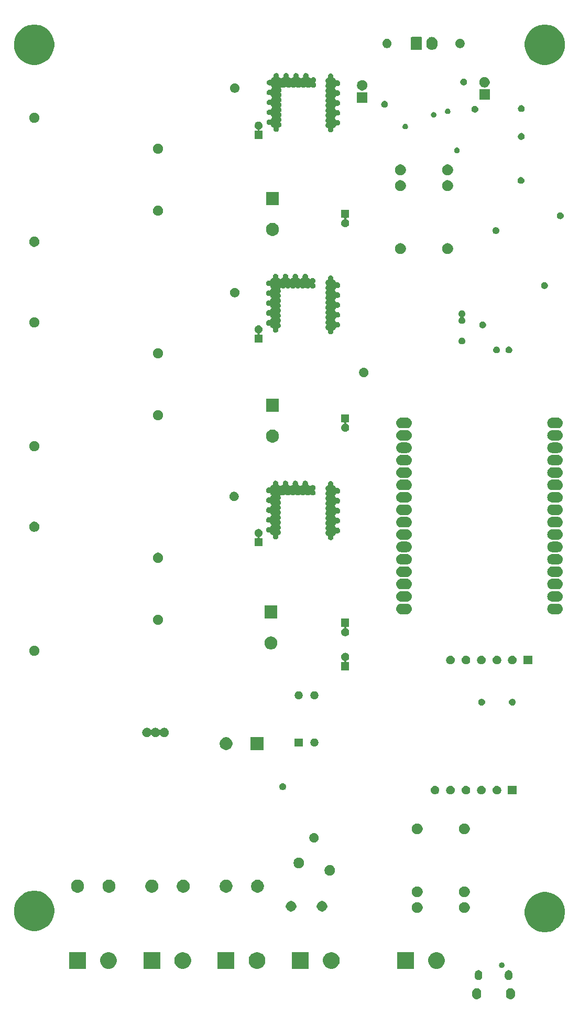
<source format=gbr>
G04 #@! TF.GenerationSoftware,KiCad,Pcbnew,(5.1.4)-1*
G04 #@! TF.CreationDate,2019-12-15T21:40:21+01:00*
G04 #@! TF.ProjectId,AcMonitoringSystem,41634d6f-6e69-4746-9f72-696e67537973,rev?*
G04 #@! TF.SameCoordinates,Original*
G04 #@! TF.FileFunction,Soldermask,Bot*
G04 #@! TF.FilePolarity,Negative*
%FSLAX46Y46*%
G04 Gerber Fmt 4.6, Leading zero omitted, Abs format (unit mm)*
G04 Created by KiCad (PCBNEW (5.1.4)-1) date 2019-12-15 21:40:21*
%MOMM*%
%LPD*%
G04 APERTURE LIST*
%ADD10C,0.100000*%
G04 APERTURE END LIST*
D10*
G36*
X154637320Y-178474505D02*
G01*
X154774171Y-178516019D01*
X154774174Y-178516020D01*
X154900293Y-178583432D01*
X155010843Y-178674158D01*
X155101568Y-178784706D01*
X155168980Y-178910825D01*
X155168980Y-178910826D01*
X155168981Y-178910828D01*
X155210495Y-179047679D01*
X155221000Y-179154341D01*
X155221000Y-179575658D01*
X155210495Y-179682320D01*
X155179783Y-179783564D01*
X155168980Y-179819176D01*
X155101568Y-179945294D01*
X155010843Y-180055843D01*
X154900294Y-180146568D01*
X154774175Y-180213980D01*
X154774172Y-180213981D01*
X154637321Y-180255495D01*
X154495000Y-180269512D01*
X154352680Y-180255495D01*
X154215829Y-180213981D01*
X154215826Y-180213980D01*
X154089707Y-180146568D01*
X153979158Y-180055843D01*
X153888432Y-179945294D01*
X153821020Y-179819175D01*
X153821019Y-179819172D01*
X153779505Y-179682321D01*
X153769000Y-179575659D01*
X153769000Y-179154342D01*
X153779505Y-179047680D01*
X153821019Y-178910829D01*
X153821020Y-178910826D01*
X153888432Y-178784707D01*
X153979158Y-178674157D01*
X154089706Y-178583432D01*
X154215825Y-178516020D01*
X154215828Y-178516019D01*
X154352679Y-178474505D01*
X154495000Y-178460488D01*
X154637320Y-178474505D01*
X154637320Y-178474505D01*
G37*
G36*
X160097320Y-178474505D02*
G01*
X160234171Y-178516019D01*
X160234174Y-178516020D01*
X160360293Y-178583432D01*
X160470843Y-178674158D01*
X160561568Y-178784706D01*
X160628980Y-178910825D01*
X160628980Y-178910826D01*
X160628981Y-178910828D01*
X160670495Y-179047679D01*
X160681000Y-179154341D01*
X160681000Y-179575658D01*
X160670495Y-179682320D01*
X160639783Y-179783564D01*
X160628980Y-179819176D01*
X160561568Y-179945294D01*
X160470843Y-180055843D01*
X160360294Y-180146568D01*
X160234175Y-180213980D01*
X160234172Y-180213981D01*
X160097321Y-180255495D01*
X159955000Y-180269512D01*
X159812680Y-180255495D01*
X159675829Y-180213981D01*
X159675826Y-180213980D01*
X159549707Y-180146568D01*
X159439158Y-180055843D01*
X159348432Y-179945294D01*
X159281020Y-179819175D01*
X159281019Y-179819172D01*
X159239505Y-179682321D01*
X159229000Y-179575659D01*
X159229000Y-179154342D01*
X159239505Y-179047680D01*
X159281019Y-178910829D01*
X159281020Y-178910826D01*
X159348432Y-178784707D01*
X159439158Y-178674157D01*
X159549706Y-178583432D01*
X159675825Y-178516020D01*
X159675828Y-178516019D01*
X159812679Y-178474505D01*
X159955000Y-178460488D01*
X160097320Y-178474505D01*
X160097320Y-178474505D01*
G37*
G36*
X159762817Y-175572696D02*
G01*
X159876104Y-175607062D01*
X159980511Y-175662869D01*
X159980513Y-175662870D01*
X159980512Y-175662870D01*
X160072027Y-175737973D01*
X160135711Y-175815572D01*
X160147131Y-175829488D01*
X160202938Y-175933895D01*
X160237304Y-176047182D01*
X160246000Y-176135481D01*
X160246000Y-176594518D01*
X160237304Y-176682818D01*
X160202938Y-176796105D01*
X160147131Y-176900512D01*
X160072027Y-176992027D01*
X159980512Y-177067131D01*
X159876105Y-177122938D01*
X159762818Y-177157304D01*
X159645000Y-177168907D01*
X159527183Y-177157304D01*
X159413896Y-177122938D01*
X159309489Y-177067131D01*
X159217974Y-176992027D01*
X159142869Y-176900512D01*
X159087062Y-176796105D01*
X159052696Y-176682818D01*
X159044000Y-176594519D01*
X159044000Y-176135482D01*
X159052696Y-176047183D01*
X159087062Y-175933896D01*
X159142869Y-175829489D01*
X159156338Y-175813077D01*
X159217973Y-175737973D01*
X159309487Y-175662870D01*
X159309486Y-175662870D01*
X159309488Y-175662869D01*
X159413895Y-175607062D01*
X159527182Y-175572696D01*
X159645000Y-175561093D01*
X159762817Y-175572696D01*
X159762817Y-175572696D01*
G37*
G36*
X154922817Y-175572696D02*
G01*
X155036104Y-175607062D01*
X155140511Y-175662869D01*
X155140513Y-175662870D01*
X155140512Y-175662870D01*
X155232027Y-175737973D01*
X155295711Y-175815572D01*
X155307131Y-175829488D01*
X155362938Y-175933895D01*
X155397304Y-176047182D01*
X155406000Y-176135481D01*
X155406000Y-176594518D01*
X155397304Y-176682818D01*
X155362938Y-176796105D01*
X155307131Y-176900512D01*
X155232027Y-176992027D01*
X155140512Y-177067131D01*
X155036105Y-177122938D01*
X154922818Y-177157304D01*
X154805000Y-177168907D01*
X154687183Y-177157304D01*
X154573896Y-177122938D01*
X154469489Y-177067131D01*
X154377974Y-176992027D01*
X154302869Y-176900512D01*
X154247062Y-176796105D01*
X154212696Y-176682818D01*
X154204000Y-176594519D01*
X154204000Y-176135482D01*
X154212696Y-176047183D01*
X154247062Y-175933896D01*
X154302869Y-175829489D01*
X154316338Y-175813077D01*
X154377973Y-175737973D01*
X154469487Y-175662870D01*
X154469486Y-175662870D01*
X154469488Y-175662869D01*
X154573895Y-175607062D01*
X154687182Y-175572696D01*
X154805000Y-175561093D01*
X154922817Y-175572696D01*
X154922817Y-175572696D01*
G37*
G36*
X91351000Y-175351000D02*
G01*
X88649000Y-175351000D01*
X88649000Y-172649000D01*
X91351000Y-172649000D01*
X91351000Y-175351000D01*
X91351000Y-175351000D01*
G37*
G36*
X95394072Y-172700918D02*
G01*
X95639939Y-172802759D01*
X95751328Y-172877187D01*
X95861211Y-172950609D01*
X96049391Y-173138789D01*
X96197242Y-173360063D01*
X96299082Y-173605928D01*
X96351000Y-173866937D01*
X96351000Y-174133063D01*
X96299082Y-174394072D01*
X96197242Y-174639937D01*
X96049391Y-174861211D01*
X95861211Y-175049391D01*
X95784998Y-175100315D01*
X95639939Y-175197241D01*
X95639938Y-175197242D01*
X95639937Y-175197242D01*
X95394072Y-175299082D01*
X95133063Y-175351000D01*
X94866937Y-175351000D01*
X94605928Y-175299082D01*
X94360063Y-175197242D01*
X94360062Y-175197242D01*
X94360061Y-175197241D01*
X94215002Y-175100315D01*
X94138789Y-175049391D01*
X93950609Y-174861211D01*
X93802758Y-174639937D01*
X93700918Y-174394072D01*
X93649000Y-174133063D01*
X93649000Y-173866937D01*
X93700918Y-173605928D01*
X93802758Y-173360063D01*
X93950609Y-173138789D01*
X94138789Y-172950609D01*
X94248672Y-172877187D01*
X94360061Y-172802759D01*
X94605928Y-172700918D01*
X94866937Y-172649000D01*
X95133063Y-172649000D01*
X95394072Y-172700918D01*
X95394072Y-172700918D01*
G37*
G36*
X103351000Y-175351000D02*
G01*
X100649000Y-175351000D01*
X100649000Y-172649000D01*
X103351000Y-172649000D01*
X103351000Y-175351000D01*
X103351000Y-175351000D01*
G37*
G36*
X107394072Y-172700918D02*
G01*
X107639939Y-172802759D01*
X107751328Y-172877187D01*
X107861211Y-172950609D01*
X108049391Y-173138789D01*
X108197242Y-173360063D01*
X108299082Y-173605928D01*
X108351000Y-173866937D01*
X108351000Y-174133063D01*
X108299082Y-174394072D01*
X108197242Y-174639937D01*
X108049391Y-174861211D01*
X107861211Y-175049391D01*
X107784998Y-175100315D01*
X107639939Y-175197241D01*
X107639938Y-175197242D01*
X107639937Y-175197242D01*
X107394072Y-175299082D01*
X107133063Y-175351000D01*
X106866937Y-175351000D01*
X106605928Y-175299082D01*
X106360063Y-175197242D01*
X106360062Y-175197242D01*
X106360061Y-175197241D01*
X106215002Y-175100315D01*
X106138789Y-175049391D01*
X105950609Y-174861211D01*
X105802758Y-174639937D01*
X105700918Y-174394072D01*
X105649000Y-174133063D01*
X105649000Y-173866937D01*
X105700918Y-173605928D01*
X105802758Y-173360063D01*
X105950609Y-173138789D01*
X106138789Y-172950609D01*
X106248672Y-172877187D01*
X106360061Y-172802759D01*
X106605928Y-172700918D01*
X106866937Y-172649000D01*
X107133063Y-172649000D01*
X107394072Y-172700918D01*
X107394072Y-172700918D01*
G37*
G36*
X119394072Y-172700918D02*
G01*
X119639939Y-172802759D01*
X119751328Y-172877187D01*
X119861211Y-172950609D01*
X120049391Y-173138789D01*
X120197242Y-173360063D01*
X120299082Y-173605928D01*
X120351000Y-173866937D01*
X120351000Y-174133063D01*
X120299082Y-174394072D01*
X120197242Y-174639937D01*
X120049391Y-174861211D01*
X119861211Y-175049391D01*
X119784998Y-175100315D01*
X119639939Y-175197241D01*
X119639938Y-175197242D01*
X119639937Y-175197242D01*
X119394072Y-175299082D01*
X119133063Y-175351000D01*
X118866937Y-175351000D01*
X118605928Y-175299082D01*
X118360063Y-175197242D01*
X118360062Y-175197242D01*
X118360061Y-175197241D01*
X118215002Y-175100315D01*
X118138789Y-175049391D01*
X117950609Y-174861211D01*
X117802758Y-174639937D01*
X117700918Y-174394072D01*
X117649000Y-174133063D01*
X117649000Y-173866937D01*
X117700918Y-173605928D01*
X117802758Y-173360063D01*
X117950609Y-173138789D01*
X118138789Y-172950609D01*
X118248672Y-172877187D01*
X118360061Y-172802759D01*
X118605928Y-172700918D01*
X118866937Y-172649000D01*
X119133063Y-172649000D01*
X119394072Y-172700918D01*
X119394072Y-172700918D01*
G37*
G36*
X115351000Y-175351000D02*
G01*
X112649000Y-175351000D01*
X112649000Y-172649000D01*
X115351000Y-172649000D01*
X115351000Y-175351000D01*
X115351000Y-175351000D01*
G37*
G36*
X127351000Y-175351000D02*
G01*
X124649000Y-175351000D01*
X124649000Y-172649000D01*
X127351000Y-172649000D01*
X127351000Y-175351000D01*
X127351000Y-175351000D01*
G37*
G36*
X131394072Y-172700918D02*
G01*
X131639939Y-172802759D01*
X131751328Y-172877187D01*
X131861211Y-172950609D01*
X132049391Y-173138789D01*
X132197242Y-173360063D01*
X132299082Y-173605928D01*
X132351000Y-173866937D01*
X132351000Y-174133063D01*
X132299082Y-174394072D01*
X132197242Y-174639937D01*
X132049391Y-174861211D01*
X131861211Y-175049391D01*
X131784998Y-175100315D01*
X131639939Y-175197241D01*
X131639938Y-175197242D01*
X131639937Y-175197242D01*
X131394072Y-175299082D01*
X131133063Y-175351000D01*
X130866937Y-175351000D01*
X130605928Y-175299082D01*
X130360063Y-175197242D01*
X130360062Y-175197242D01*
X130360061Y-175197241D01*
X130215002Y-175100315D01*
X130138789Y-175049391D01*
X129950609Y-174861211D01*
X129802758Y-174639937D01*
X129700918Y-174394072D01*
X129649000Y-174133063D01*
X129649000Y-173866937D01*
X129700918Y-173605928D01*
X129802758Y-173360063D01*
X129950609Y-173138789D01*
X130138789Y-172950609D01*
X130248672Y-172877187D01*
X130360061Y-172802759D01*
X130605928Y-172700918D01*
X130866937Y-172649000D01*
X131133063Y-172649000D01*
X131394072Y-172700918D01*
X131394072Y-172700918D01*
G37*
G36*
X144351000Y-175351000D02*
G01*
X141649000Y-175351000D01*
X141649000Y-172649000D01*
X144351000Y-172649000D01*
X144351000Y-175351000D01*
X144351000Y-175351000D01*
G37*
G36*
X148394072Y-172700918D02*
G01*
X148639939Y-172802759D01*
X148751328Y-172877187D01*
X148861211Y-172950609D01*
X149049391Y-173138789D01*
X149197242Y-173360063D01*
X149299082Y-173605928D01*
X149351000Y-173866937D01*
X149351000Y-174133063D01*
X149299082Y-174394072D01*
X149197242Y-174639937D01*
X149049391Y-174861211D01*
X148861211Y-175049391D01*
X148784998Y-175100315D01*
X148639939Y-175197241D01*
X148639938Y-175197242D01*
X148639937Y-175197242D01*
X148394072Y-175299082D01*
X148133063Y-175351000D01*
X147866937Y-175351000D01*
X147605928Y-175299082D01*
X147360063Y-175197242D01*
X147360062Y-175197242D01*
X147360061Y-175197241D01*
X147215002Y-175100315D01*
X147138789Y-175049391D01*
X146950609Y-174861211D01*
X146802758Y-174639937D01*
X146700918Y-174394072D01*
X146649000Y-174133063D01*
X146649000Y-173866937D01*
X146700918Y-173605928D01*
X146802758Y-173360063D01*
X146950609Y-173138789D01*
X147138789Y-172950609D01*
X147248672Y-172877187D01*
X147360061Y-172802759D01*
X147605928Y-172700918D01*
X147866937Y-172649000D01*
X148133063Y-172649000D01*
X148394072Y-172700918D01*
X148394072Y-172700918D01*
G37*
G36*
X158681552Y-174316331D02*
G01*
X158763627Y-174350328D01*
X158763629Y-174350329D01*
X158800813Y-174375175D01*
X158837495Y-174399685D01*
X158900315Y-174462505D01*
X158949672Y-174536373D01*
X158983669Y-174618448D01*
X159001000Y-174705579D01*
X159001000Y-174794421D01*
X158983669Y-174881552D01*
X158949672Y-174963627D01*
X158949671Y-174963629D01*
X158900314Y-175037496D01*
X158837496Y-175100314D01*
X158763629Y-175149671D01*
X158763628Y-175149672D01*
X158763627Y-175149672D01*
X158681552Y-175183669D01*
X158594421Y-175201000D01*
X158505579Y-175201000D01*
X158418448Y-175183669D01*
X158336373Y-175149672D01*
X158336372Y-175149672D01*
X158336371Y-175149671D01*
X158262504Y-175100314D01*
X158199686Y-175037496D01*
X158150329Y-174963629D01*
X158150328Y-174963627D01*
X158116331Y-174881552D01*
X158099000Y-174794421D01*
X158099000Y-174705579D01*
X158116331Y-174618448D01*
X158150328Y-174536373D01*
X158199685Y-174462505D01*
X158262505Y-174399685D01*
X158299187Y-174375175D01*
X158336371Y-174350329D01*
X158336373Y-174350328D01*
X158418448Y-174316331D01*
X158505579Y-174299000D01*
X158594421Y-174299000D01*
X158681552Y-174316331D01*
X158681552Y-174316331D01*
G37*
G36*
X166057884Y-162996279D02*
G01*
X166448282Y-163073934D01*
X167039926Y-163319001D01*
X167572392Y-163674784D01*
X168025216Y-164127608D01*
X168380999Y-164660074D01*
X168626066Y-165251718D01*
X168648345Y-165363721D01*
X168751000Y-165879803D01*
X168751000Y-166520197D01*
X168688533Y-166834239D01*
X168626066Y-167148282D01*
X168380999Y-167739926D01*
X168158852Y-168072392D01*
X168025217Y-168272391D01*
X167572391Y-168725217D01*
X167466477Y-168795986D01*
X167039926Y-169080999D01*
X166448282Y-169326066D01*
X166134239Y-169388533D01*
X165820197Y-169451000D01*
X165179803Y-169451000D01*
X164865761Y-169388533D01*
X164551718Y-169326066D01*
X163960074Y-169080999D01*
X163533523Y-168795986D01*
X163427609Y-168725217D01*
X162974783Y-168272391D01*
X162841148Y-168072392D01*
X162619001Y-167739926D01*
X162373934Y-167148282D01*
X162311467Y-166834239D01*
X162249000Y-166520197D01*
X162249000Y-165879803D01*
X162351655Y-165363721D01*
X162373934Y-165251718D01*
X162619001Y-164660074D01*
X162974784Y-164127608D01*
X163427608Y-163674784D01*
X163960074Y-163319001D01*
X164551718Y-163073934D01*
X164942116Y-162996279D01*
X165179803Y-162949000D01*
X165820197Y-162949000D01*
X166057884Y-162996279D01*
X166057884Y-162996279D01*
G37*
G36*
X83634239Y-162811467D02*
G01*
X83948282Y-162873934D01*
X84539926Y-163119001D01*
X84884143Y-163349000D01*
X85072391Y-163474783D01*
X85525217Y-163927609D01*
X85583909Y-164015448D01*
X85880999Y-164460074D01*
X86119165Y-165035058D01*
X86126066Y-165051719D01*
X86251000Y-165679803D01*
X86251000Y-166320197D01*
X86217722Y-166487496D01*
X86126066Y-166948282D01*
X85880999Y-167539926D01*
X85525216Y-168072392D01*
X85072392Y-168525216D01*
X84539926Y-168880999D01*
X83948282Y-169126066D01*
X83634239Y-169188533D01*
X83320197Y-169251000D01*
X82679803Y-169251000D01*
X82365761Y-169188533D01*
X82051718Y-169126066D01*
X81460074Y-168880999D01*
X80927608Y-168525216D01*
X80474784Y-168072392D01*
X80119001Y-167539926D01*
X79873934Y-166948282D01*
X79782278Y-166487496D01*
X79749000Y-166320197D01*
X79749000Y-165679803D01*
X79873934Y-165051719D01*
X79880835Y-165035058D01*
X80119001Y-164460074D01*
X80416091Y-164015448D01*
X80474783Y-163927609D01*
X80927609Y-163474783D01*
X81115857Y-163349000D01*
X81460074Y-163119001D01*
X82051718Y-162873934D01*
X82365761Y-162811467D01*
X82679803Y-162749000D01*
X83320197Y-162749000D01*
X83634239Y-162811467D01*
X83634239Y-162811467D01*
G37*
G36*
X152671614Y-164588985D02*
G01*
X152765520Y-164607664D01*
X152924942Y-164673699D01*
X153068418Y-164769566D01*
X153190434Y-164891582D01*
X153286301Y-165035058D01*
X153352336Y-165194480D01*
X153386000Y-165363721D01*
X153386000Y-165536279D01*
X153352336Y-165705520D01*
X153286301Y-165864942D01*
X153190434Y-166008418D01*
X153068418Y-166130434D01*
X152924942Y-166226301D01*
X152765520Y-166292336D01*
X152680899Y-166309168D01*
X152596280Y-166326000D01*
X152423720Y-166326000D01*
X152339101Y-166309168D01*
X152254480Y-166292336D01*
X152095058Y-166226301D01*
X151951582Y-166130434D01*
X151829566Y-166008418D01*
X151733699Y-165864942D01*
X151667664Y-165705520D01*
X151634000Y-165536279D01*
X151634000Y-165363721D01*
X151667664Y-165194480D01*
X151733699Y-165035058D01*
X151829566Y-164891582D01*
X151951582Y-164769566D01*
X152095058Y-164673699D01*
X152254480Y-164607664D01*
X152348386Y-164588985D01*
X152423720Y-164574000D01*
X152596280Y-164574000D01*
X152671614Y-164588985D01*
X152671614Y-164588985D01*
G37*
G36*
X145051614Y-164588985D02*
G01*
X145145520Y-164607664D01*
X145304942Y-164673699D01*
X145448418Y-164769566D01*
X145570434Y-164891582D01*
X145666301Y-165035058D01*
X145732336Y-165194480D01*
X145766000Y-165363721D01*
X145766000Y-165536279D01*
X145732336Y-165705520D01*
X145666301Y-165864942D01*
X145570434Y-166008418D01*
X145448418Y-166130434D01*
X145304942Y-166226301D01*
X145145520Y-166292336D01*
X145060899Y-166309168D01*
X144976280Y-166326000D01*
X144803720Y-166326000D01*
X144719101Y-166309168D01*
X144634480Y-166292336D01*
X144475058Y-166226301D01*
X144331582Y-166130434D01*
X144209566Y-166008418D01*
X144113699Y-165864942D01*
X144047664Y-165705520D01*
X144014000Y-165536279D01*
X144014000Y-165363721D01*
X144047664Y-165194480D01*
X144113699Y-165035058D01*
X144209566Y-164891582D01*
X144331582Y-164769566D01*
X144475058Y-164673699D01*
X144634480Y-164607664D01*
X144728386Y-164588985D01*
X144803720Y-164574000D01*
X144976280Y-164574000D01*
X145051614Y-164588985D01*
X145051614Y-164588985D01*
G37*
G36*
X124748228Y-164431703D02*
G01*
X124903100Y-164495853D01*
X125042481Y-164588985D01*
X125161015Y-164707519D01*
X125254147Y-164846900D01*
X125318297Y-165001772D01*
X125351000Y-165166184D01*
X125351000Y-165333816D01*
X125318297Y-165498228D01*
X125254147Y-165653100D01*
X125161015Y-165792481D01*
X125042481Y-165911015D01*
X124903100Y-166004147D01*
X124748228Y-166068297D01*
X124583816Y-166101000D01*
X124416184Y-166101000D01*
X124251772Y-166068297D01*
X124096900Y-166004147D01*
X123957519Y-165911015D01*
X123838985Y-165792481D01*
X123745853Y-165653100D01*
X123681703Y-165498228D01*
X123649000Y-165333816D01*
X123649000Y-165166184D01*
X123681703Y-165001772D01*
X123745853Y-164846900D01*
X123838985Y-164707519D01*
X123957519Y-164588985D01*
X124096900Y-164495853D01*
X124251772Y-164431703D01*
X124416184Y-164399000D01*
X124583816Y-164399000D01*
X124748228Y-164431703D01*
X124748228Y-164431703D01*
G37*
G36*
X129748228Y-164431703D02*
G01*
X129903100Y-164495853D01*
X130042481Y-164588985D01*
X130161015Y-164707519D01*
X130254147Y-164846900D01*
X130318297Y-165001772D01*
X130351000Y-165166184D01*
X130351000Y-165333816D01*
X130318297Y-165498228D01*
X130254147Y-165653100D01*
X130161015Y-165792481D01*
X130042481Y-165911015D01*
X129903100Y-166004147D01*
X129748228Y-166068297D01*
X129583816Y-166101000D01*
X129416184Y-166101000D01*
X129251772Y-166068297D01*
X129096900Y-166004147D01*
X128957519Y-165911015D01*
X128838985Y-165792481D01*
X128745853Y-165653100D01*
X128681703Y-165498228D01*
X128649000Y-165333816D01*
X128649000Y-165166184D01*
X128681703Y-165001772D01*
X128745853Y-164846900D01*
X128838985Y-164707519D01*
X128957519Y-164588985D01*
X129096900Y-164495853D01*
X129251772Y-164431703D01*
X129416184Y-164399000D01*
X129583816Y-164399000D01*
X129748228Y-164431703D01*
X129748228Y-164431703D01*
G37*
G36*
X145145520Y-162067664D02*
G01*
X145304942Y-162133699D01*
X145448418Y-162229566D01*
X145570434Y-162351582D01*
X145666301Y-162495058D01*
X145671593Y-162507835D01*
X145732336Y-162654481D01*
X145766000Y-162823720D01*
X145766000Y-162996280D01*
X145763149Y-163010611D01*
X145732336Y-163165520D01*
X145666301Y-163324942D01*
X145570434Y-163468418D01*
X145448418Y-163590434D01*
X145304942Y-163686301D01*
X145145520Y-163752336D01*
X144976280Y-163786000D01*
X144803720Y-163786000D01*
X144634480Y-163752336D01*
X144475058Y-163686301D01*
X144331582Y-163590434D01*
X144209566Y-163468418D01*
X144113699Y-163324942D01*
X144047664Y-163165520D01*
X144016851Y-163010611D01*
X144014000Y-162996280D01*
X144014000Y-162823720D01*
X144047664Y-162654481D01*
X144108407Y-162507835D01*
X144113699Y-162495058D01*
X144209566Y-162351582D01*
X144331582Y-162229566D01*
X144475058Y-162133699D01*
X144634480Y-162067664D01*
X144803720Y-162034000D01*
X144976280Y-162034000D01*
X145145520Y-162067664D01*
X145145520Y-162067664D01*
G37*
G36*
X152765520Y-162067664D02*
G01*
X152924942Y-162133699D01*
X153068418Y-162229566D01*
X153190434Y-162351582D01*
X153286301Y-162495058D01*
X153291593Y-162507835D01*
X153352336Y-162654481D01*
X153386000Y-162823720D01*
X153386000Y-162996280D01*
X153383149Y-163010611D01*
X153352336Y-163165520D01*
X153286301Y-163324942D01*
X153190434Y-163468418D01*
X153068418Y-163590434D01*
X152924942Y-163686301D01*
X152765520Y-163752336D01*
X152596280Y-163786000D01*
X152423720Y-163786000D01*
X152254480Y-163752336D01*
X152095058Y-163686301D01*
X151951582Y-163590434D01*
X151829566Y-163468418D01*
X151733699Y-163324942D01*
X151667664Y-163165520D01*
X151636851Y-163010611D01*
X151634000Y-162996280D01*
X151634000Y-162823720D01*
X151667664Y-162654481D01*
X151728407Y-162507835D01*
X151733699Y-162495058D01*
X151829566Y-162351582D01*
X151951582Y-162229566D01*
X152095058Y-162133699D01*
X152254480Y-162067664D01*
X152423720Y-162034000D01*
X152596280Y-162034000D01*
X152765520Y-162067664D01*
X152765520Y-162067664D01*
G37*
G36*
X107386564Y-160999389D02*
G01*
X107553693Y-161068616D01*
X107577835Y-161078616D01*
X107749973Y-161193635D01*
X107896365Y-161340027D01*
X108004704Y-161502167D01*
X108011385Y-161512167D01*
X108090611Y-161703436D01*
X108131000Y-161906484D01*
X108131000Y-162113516D01*
X108090611Y-162316564D01*
X108016676Y-162495060D01*
X108011384Y-162507835D01*
X107896365Y-162679973D01*
X107749973Y-162826365D01*
X107577835Y-162941384D01*
X107577834Y-162941385D01*
X107577833Y-162941385D01*
X107386564Y-163020611D01*
X107183516Y-163061000D01*
X106976484Y-163061000D01*
X106773436Y-163020611D01*
X106582167Y-162941385D01*
X106582166Y-162941385D01*
X106582165Y-162941384D01*
X106410027Y-162826365D01*
X106263635Y-162679973D01*
X106148616Y-162507835D01*
X106143324Y-162495060D01*
X106069389Y-162316564D01*
X106029000Y-162113516D01*
X106029000Y-161906484D01*
X106069389Y-161703436D01*
X106148615Y-161512167D01*
X106155297Y-161502167D01*
X106263635Y-161340027D01*
X106410027Y-161193635D01*
X106582165Y-161078616D01*
X106606307Y-161068616D01*
X106773436Y-160999389D01*
X106976484Y-160959000D01*
X107183516Y-160959000D01*
X107386564Y-160999389D01*
X107386564Y-160999389D01*
G37*
G36*
X119386564Y-160999389D02*
G01*
X119553693Y-161068616D01*
X119577835Y-161078616D01*
X119749973Y-161193635D01*
X119896365Y-161340027D01*
X120004704Y-161502167D01*
X120011385Y-161512167D01*
X120090611Y-161703436D01*
X120131000Y-161906484D01*
X120131000Y-162113516D01*
X120090611Y-162316564D01*
X120016676Y-162495060D01*
X120011384Y-162507835D01*
X119896365Y-162679973D01*
X119749973Y-162826365D01*
X119577835Y-162941384D01*
X119577834Y-162941385D01*
X119577833Y-162941385D01*
X119386564Y-163020611D01*
X119183516Y-163061000D01*
X118976484Y-163061000D01*
X118773436Y-163020611D01*
X118582167Y-162941385D01*
X118582166Y-162941385D01*
X118582165Y-162941384D01*
X118410027Y-162826365D01*
X118263635Y-162679973D01*
X118148616Y-162507835D01*
X118143324Y-162495060D01*
X118069389Y-162316564D01*
X118029000Y-162113516D01*
X118029000Y-161906484D01*
X118069389Y-161703436D01*
X118148615Y-161512167D01*
X118155297Y-161502167D01*
X118263635Y-161340027D01*
X118410027Y-161193635D01*
X118582165Y-161078616D01*
X118606307Y-161068616D01*
X118773436Y-160999389D01*
X118976484Y-160959000D01*
X119183516Y-160959000D01*
X119386564Y-160999389D01*
X119386564Y-160999389D01*
G37*
G36*
X95386564Y-160999389D02*
G01*
X95553693Y-161068616D01*
X95577835Y-161078616D01*
X95749973Y-161193635D01*
X95896365Y-161340027D01*
X96004704Y-161502167D01*
X96011385Y-161512167D01*
X96090611Y-161703436D01*
X96131000Y-161906484D01*
X96131000Y-162113516D01*
X96090611Y-162316564D01*
X96016676Y-162495060D01*
X96011384Y-162507835D01*
X95896365Y-162679973D01*
X95749973Y-162826365D01*
X95577835Y-162941384D01*
X95577834Y-162941385D01*
X95577833Y-162941385D01*
X95386564Y-163020611D01*
X95183516Y-163061000D01*
X94976484Y-163061000D01*
X94773436Y-163020611D01*
X94582167Y-162941385D01*
X94582166Y-162941385D01*
X94582165Y-162941384D01*
X94410027Y-162826365D01*
X94263635Y-162679973D01*
X94148616Y-162507835D01*
X94143324Y-162495060D01*
X94069389Y-162316564D01*
X94029000Y-162113516D01*
X94029000Y-161906484D01*
X94069389Y-161703436D01*
X94148615Y-161512167D01*
X94155297Y-161502167D01*
X94263635Y-161340027D01*
X94410027Y-161193635D01*
X94582165Y-161078616D01*
X94606307Y-161068616D01*
X94773436Y-160999389D01*
X94976484Y-160959000D01*
X95183516Y-160959000D01*
X95386564Y-160999389D01*
X95386564Y-160999389D01*
G37*
G36*
X90306564Y-160989389D02*
G01*
X90497833Y-161068615D01*
X90497835Y-161068616D01*
X90512801Y-161078616D01*
X90669973Y-161183635D01*
X90816365Y-161330027D01*
X90931385Y-161502167D01*
X91010611Y-161693436D01*
X91051000Y-161896484D01*
X91051000Y-162103516D01*
X91010611Y-162306564D01*
X90931385Y-162497833D01*
X90931384Y-162497835D01*
X90816365Y-162669973D01*
X90669973Y-162816365D01*
X90497835Y-162931384D01*
X90497834Y-162931385D01*
X90497833Y-162931385D01*
X90306564Y-163010611D01*
X90103516Y-163051000D01*
X89896484Y-163051000D01*
X89693436Y-163010611D01*
X89502167Y-162931385D01*
X89502166Y-162931385D01*
X89502165Y-162931384D01*
X89330027Y-162816365D01*
X89183635Y-162669973D01*
X89068616Y-162497835D01*
X89068615Y-162497833D01*
X88989389Y-162306564D01*
X88949000Y-162103516D01*
X88949000Y-161896484D01*
X88989389Y-161693436D01*
X89068615Y-161502167D01*
X89183635Y-161330027D01*
X89330027Y-161183635D01*
X89487199Y-161078616D01*
X89502165Y-161068616D01*
X89502167Y-161068615D01*
X89693436Y-160989389D01*
X89896484Y-160949000D01*
X90103516Y-160949000D01*
X90306564Y-160989389D01*
X90306564Y-160989389D01*
G37*
G36*
X102306564Y-160989389D02*
G01*
X102497833Y-161068615D01*
X102497835Y-161068616D01*
X102512801Y-161078616D01*
X102669973Y-161183635D01*
X102816365Y-161330027D01*
X102931385Y-161502167D01*
X103010611Y-161693436D01*
X103051000Y-161896484D01*
X103051000Y-162103516D01*
X103010611Y-162306564D01*
X102931385Y-162497833D01*
X102931384Y-162497835D01*
X102816365Y-162669973D01*
X102669973Y-162816365D01*
X102497835Y-162931384D01*
X102497834Y-162931385D01*
X102497833Y-162931385D01*
X102306564Y-163010611D01*
X102103516Y-163051000D01*
X101896484Y-163051000D01*
X101693436Y-163010611D01*
X101502167Y-162931385D01*
X101502166Y-162931385D01*
X101502165Y-162931384D01*
X101330027Y-162816365D01*
X101183635Y-162669973D01*
X101068616Y-162497835D01*
X101068615Y-162497833D01*
X100989389Y-162306564D01*
X100949000Y-162103516D01*
X100949000Y-161896484D01*
X100989389Y-161693436D01*
X101068615Y-161502167D01*
X101183635Y-161330027D01*
X101330027Y-161183635D01*
X101487199Y-161078616D01*
X101502165Y-161068616D01*
X101502167Y-161068615D01*
X101693436Y-160989389D01*
X101896484Y-160949000D01*
X102103516Y-160949000D01*
X102306564Y-160989389D01*
X102306564Y-160989389D01*
G37*
G36*
X114306564Y-160989389D02*
G01*
X114497833Y-161068615D01*
X114497835Y-161068616D01*
X114512801Y-161078616D01*
X114669973Y-161183635D01*
X114816365Y-161330027D01*
X114931385Y-161502167D01*
X115010611Y-161693436D01*
X115051000Y-161896484D01*
X115051000Y-162103516D01*
X115010611Y-162306564D01*
X114931385Y-162497833D01*
X114931384Y-162497835D01*
X114816365Y-162669973D01*
X114669973Y-162816365D01*
X114497835Y-162931384D01*
X114497834Y-162931385D01*
X114497833Y-162931385D01*
X114306564Y-163010611D01*
X114103516Y-163051000D01*
X113896484Y-163051000D01*
X113693436Y-163010611D01*
X113502167Y-162931385D01*
X113502166Y-162931385D01*
X113502165Y-162931384D01*
X113330027Y-162816365D01*
X113183635Y-162669973D01*
X113068616Y-162497835D01*
X113068615Y-162497833D01*
X112989389Y-162306564D01*
X112949000Y-162103516D01*
X112949000Y-161896484D01*
X112989389Y-161693436D01*
X113068615Y-161502167D01*
X113183635Y-161330027D01*
X113330027Y-161183635D01*
X113487199Y-161078616D01*
X113502165Y-161068616D01*
X113502167Y-161068615D01*
X113693436Y-160989389D01*
X113896484Y-160949000D01*
X114103516Y-160949000D01*
X114306564Y-160989389D01*
X114306564Y-160989389D01*
G37*
G36*
X130998228Y-158631703D02*
G01*
X131153100Y-158695853D01*
X131292481Y-158788985D01*
X131411015Y-158907519D01*
X131504147Y-159046900D01*
X131568297Y-159201772D01*
X131601000Y-159366184D01*
X131601000Y-159533816D01*
X131568297Y-159698228D01*
X131504147Y-159853100D01*
X131411015Y-159992481D01*
X131292481Y-160111015D01*
X131153100Y-160204147D01*
X130998228Y-160268297D01*
X130833816Y-160301000D01*
X130666184Y-160301000D01*
X130501772Y-160268297D01*
X130346900Y-160204147D01*
X130207519Y-160111015D01*
X130088985Y-159992481D01*
X129995853Y-159853100D01*
X129931703Y-159698228D01*
X129899000Y-159533816D01*
X129899000Y-159366184D01*
X129931703Y-159201772D01*
X129995853Y-159046900D01*
X130088985Y-158907519D01*
X130207519Y-158788985D01*
X130346900Y-158695853D01*
X130501772Y-158631703D01*
X130666184Y-158599000D01*
X130833816Y-158599000D01*
X130998228Y-158631703D01*
X130998228Y-158631703D01*
G37*
G36*
X125998228Y-157431703D02*
G01*
X126153100Y-157495853D01*
X126292481Y-157588985D01*
X126411015Y-157707519D01*
X126504147Y-157846900D01*
X126568297Y-158001772D01*
X126601000Y-158166184D01*
X126601000Y-158333816D01*
X126568297Y-158498228D01*
X126504147Y-158653100D01*
X126411015Y-158792481D01*
X126292481Y-158911015D01*
X126153100Y-159004147D01*
X125998228Y-159068297D01*
X125833816Y-159101000D01*
X125666184Y-159101000D01*
X125501772Y-159068297D01*
X125346900Y-159004147D01*
X125207519Y-158911015D01*
X125088985Y-158792481D01*
X124995853Y-158653100D01*
X124931703Y-158498228D01*
X124899000Y-158333816D01*
X124899000Y-158166184D01*
X124931703Y-158001772D01*
X124995853Y-157846900D01*
X125088985Y-157707519D01*
X125207519Y-157588985D01*
X125346900Y-157495853D01*
X125501772Y-157431703D01*
X125666184Y-157399000D01*
X125833816Y-157399000D01*
X125998228Y-157431703D01*
X125998228Y-157431703D01*
G37*
G36*
X128419059Y-153477860D02*
G01*
X128555732Y-153534472D01*
X128678735Y-153616660D01*
X128783340Y-153721265D01*
X128865528Y-153844268D01*
X128922140Y-153980941D01*
X128951000Y-154126033D01*
X128951000Y-154273967D01*
X128922140Y-154419059D01*
X128865528Y-154555732D01*
X128783340Y-154678735D01*
X128678735Y-154783340D01*
X128555732Y-154865528D01*
X128555731Y-154865529D01*
X128555730Y-154865529D01*
X128419059Y-154922140D01*
X128273968Y-154951000D01*
X128126032Y-154951000D01*
X127980941Y-154922140D01*
X127844270Y-154865529D01*
X127844269Y-154865529D01*
X127844268Y-154865528D01*
X127721265Y-154783340D01*
X127616660Y-154678735D01*
X127534472Y-154555732D01*
X127477860Y-154419059D01*
X127449000Y-154273967D01*
X127449000Y-154126033D01*
X127477860Y-153980941D01*
X127534472Y-153844268D01*
X127616660Y-153721265D01*
X127721265Y-153616660D01*
X127844268Y-153534472D01*
X127980941Y-153477860D01*
X128126032Y-153449000D01*
X128273968Y-153449000D01*
X128419059Y-153477860D01*
X128419059Y-153477860D01*
G37*
G36*
X152680899Y-151890832D02*
G01*
X152765520Y-151907664D01*
X152924942Y-151973699D01*
X153068418Y-152069566D01*
X153190434Y-152191582D01*
X153286301Y-152335058D01*
X153352336Y-152494480D01*
X153386000Y-152663721D01*
X153386000Y-152836279D01*
X153352336Y-153005520D01*
X153286301Y-153164942D01*
X153190434Y-153308418D01*
X153068418Y-153430434D01*
X152924942Y-153526301D01*
X152765520Y-153592336D01*
X152680899Y-153609168D01*
X152596280Y-153626000D01*
X152423720Y-153626000D01*
X152339101Y-153609168D01*
X152254480Y-153592336D01*
X152095058Y-153526301D01*
X151951582Y-153430434D01*
X151829566Y-153308418D01*
X151733699Y-153164942D01*
X151667664Y-153005520D01*
X151634000Y-152836279D01*
X151634000Y-152663721D01*
X151667664Y-152494480D01*
X151733699Y-152335058D01*
X151829566Y-152191582D01*
X151951582Y-152069566D01*
X152095058Y-151973699D01*
X152254480Y-151907664D01*
X152339101Y-151890832D01*
X152423720Y-151874000D01*
X152596280Y-151874000D01*
X152680899Y-151890832D01*
X152680899Y-151890832D01*
G37*
G36*
X145060899Y-151890832D02*
G01*
X145145520Y-151907664D01*
X145304942Y-151973699D01*
X145448418Y-152069566D01*
X145570434Y-152191582D01*
X145666301Y-152335058D01*
X145732336Y-152494480D01*
X145766000Y-152663721D01*
X145766000Y-152836279D01*
X145732336Y-153005520D01*
X145666301Y-153164942D01*
X145570434Y-153308418D01*
X145448418Y-153430434D01*
X145304942Y-153526301D01*
X145145520Y-153592336D01*
X145060899Y-153609168D01*
X144976280Y-153626000D01*
X144803720Y-153626000D01*
X144719101Y-153609168D01*
X144634480Y-153592336D01*
X144475058Y-153526301D01*
X144331582Y-153430434D01*
X144209566Y-153308418D01*
X144113699Y-153164942D01*
X144047664Y-153005520D01*
X144014000Y-152836279D01*
X144014000Y-152663721D01*
X144047664Y-152494480D01*
X144113699Y-152335058D01*
X144209566Y-152191582D01*
X144331582Y-152069566D01*
X144475058Y-151973699D01*
X144634480Y-151907664D01*
X144719101Y-151890832D01*
X144803720Y-151874000D01*
X144976280Y-151874000D01*
X145060899Y-151890832D01*
X145060899Y-151890832D01*
G37*
G36*
X147955641Y-145822092D02*
G01*
X148083941Y-145875236D01*
X148083943Y-145875237D01*
X148114614Y-145895731D01*
X148199410Y-145952390D01*
X148297610Y-146050590D01*
X148374764Y-146166059D01*
X148427908Y-146294359D01*
X148455000Y-146430562D01*
X148455000Y-146569438D01*
X148427908Y-146705641D01*
X148374764Y-146833941D01*
X148374763Y-146833943D01*
X148297609Y-146949411D01*
X148199411Y-147047609D01*
X148083943Y-147124763D01*
X148083942Y-147124764D01*
X148083941Y-147124764D01*
X147955641Y-147177908D01*
X147819438Y-147205000D01*
X147680562Y-147205000D01*
X147544359Y-147177908D01*
X147416059Y-147124764D01*
X147416058Y-147124764D01*
X147416057Y-147124763D01*
X147300589Y-147047609D01*
X147202391Y-146949411D01*
X147125237Y-146833943D01*
X147125236Y-146833941D01*
X147072092Y-146705641D01*
X147045000Y-146569438D01*
X147045000Y-146430562D01*
X147072092Y-146294359D01*
X147125236Y-146166059D01*
X147202390Y-146050590D01*
X147300590Y-145952390D01*
X147385386Y-145895731D01*
X147416057Y-145875237D01*
X147416059Y-145875236D01*
X147544359Y-145822092D01*
X147680562Y-145795000D01*
X147819438Y-145795000D01*
X147955641Y-145822092D01*
X147955641Y-145822092D01*
G37*
G36*
X157955641Y-145822092D02*
G01*
X158083941Y-145875236D01*
X158083943Y-145875237D01*
X158114614Y-145895731D01*
X158199410Y-145952390D01*
X158297610Y-146050590D01*
X158374764Y-146166059D01*
X158427908Y-146294359D01*
X158455000Y-146430562D01*
X158455000Y-146569438D01*
X158427908Y-146705641D01*
X158374764Y-146833941D01*
X158374763Y-146833943D01*
X158297609Y-146949411D01*
X158199411Y-147047609D01*
X158083943Y-147124763D01*
X158083942Y-147124764D01*
X158083941Y-147124764D01*
X157955641Y-147177908D01*
X157819438Y-147205000D01*
X157680562Y-147205000D01*
X157544359Y-147177908D01*
X157416059Y-147124764D01*
X157416058Y-147124764D01*
X157416057Y-147124763D01*
X157300589Y-147047609D01*
X157202391Y-146949411D01*
X157125237Y-146833943D01*
X157125236Y-146833941D01*
X157072092Y-146705641D01*
X157045000Y-146569438D01*
X157045000Y-146430562D01*
X157072092Y-146294359D01*
X157125236Y-146166059D01*
X157202390Y-146050590D01*
X157300590Y-145952390D01*
X157385386Y-145895731D01*
X157416057Y-145875237D01*
X157416059Y-145875236D01*
X157544359Y-145822092D01*
X157680562Y-145795000D01*
X157819438Y-145795000D01*
X157955641Y-145822092D01*
X157955641Y-145822092D01*
G37*
G36*
X155455641Y-145822092D02*
G01*
X155583941Y-145875236D01*
X155583943Y-145875237D01*
X155614614Y-145895731D01*
X155699410Y-145952390D01*
X155797610Y-146050590D01*
X155874764Y-146166059D01*
X155927908Y-146294359D01*
X155955000Y-146430562D01*
X155955000Y-146569438D01*
X155927908Y-146705641D01*
X155874764Y-146833941D01*
X155874763Y-146833943D01*
X155797609Y-146949411D01*
X155699411Y-147047609D01*
X155583943Y-147124763D01*
X155583942Y-147124764D01*
X155583941Y-147124764D01*
X155455641Y-147177908D01*
X155319438Y-147205000D01*
X155180562Y-147205000D01*
X155044359Y-147177908D01*
X154916059Y-147124764D01*
X154916058Y-147124764D01*
X154916057Y-147124763D01*
X154800589Y-147047609D01*
X154702391Y-146949411D01*
X154625237Y-146833943D01*
X154625236Y-146833941D01*
X154572092Y-146705641D01*
X154545000Y-146569438D01*
X154545000Y-146430562D01*
X154572092Y-146294359D01*
X154625236Y-146166059D01*
X154702390Y-146050590D01*
X154800590Y-145952390D01*
X154885386Y-145895731D01*
X154916057Y-145875237D01*
X154916059Y-145875236D01*
X155044359Y-145822092D01*
X155180562Y-145795000D01*
X155319438Y-145795000D01*
X155455641Y-145822092D01*
X155455641Y-145822092D01*
G37*
G36*
X150455641Y-145822092D02*
G01*
X150583941Y-145875236D01*
X150583943Y-145875237D01*
X150614614Y-145895731D01*
X150699410Y-145952390D01*
X150797610Y-146050590D01*
X150874764Y-146166059D01*
X150927908Y-146294359D01*
X150955000Y-146430562D01*
X150955000Y-146569438D01*
X150927908Y-146705641D01*
X150874764Y-146833941D01*
X150874763Y-146833943D01*
X150797609Y-146949411D01*
X150699411Y-147047609D01*
X150583943Y-147124763D01*
X150583942Y-147124764D01*
X150583941Y-147124764D01*
X150455641Y-147177908D01*
X150319438Y-147205000D01*
X150180562Y-147205000D01*
X150044359Y-147177908D01*
X149916059Y-147124764D01*
X149916058Y-147124764D01*
X149916057Y-147124763D01*
X149800589Y-147047609D01*
X149702391Y-146949411D01*
X149625237Y-146833943D01*
X149625236Y-146833941D01*
X149572092Y-146705641D01*
X149545000Y-146569438D01*
X149545000Y-146430562D01*
X149572092Y-146294359D01*
X149625236Y-146166059D01*
X149702390Y-146050590D01*
X149800590Y-145952390D01*
X149885386Y-145895731D01*
X149916057Y-145875237D01*
X149916059Y-145875236D01*
X150044359Y-145822092D01*
X150180562Y-145795000D01*
X150319438Y-145795000D01*
X150455641Y-145822092D01*
X150455641Y-145822092D01*
G37*
G36*
X160955000Y-147205000D02*
G01*
X159545000Y-147205000D01*
X159545000Y-145795000D01*
X160955000Y-145795000D01*
X160955000Y-147205000D01*
X160955000Y-147205000D01*
G37*
G36*
X152955641Y-145822092D02*
G01*
X153083941Y-145875236D01*
X153083943Y-145875237D01*
X153114614Y-145895731D01*
X153199410Y-145952390D01*
X153297610Y-146050590D01*
X153374764Y-146166059D01*
X153427908Y-146294359D01*
X153455000Y-146430562D01*
X153455000Y-146569438D01*
X153427908Y-146705641D01*
X153374764Y-146833941D01*
X153374763Y-146833943D01*
X153297609Y-146949411D01*
X153199411Y-147047609D01*
X153083943Y-147124763D01*
X153083942Y-147124764D01*
X153083941Y-147124764D01*
X152955641Y-147177908D01*
X152819438Y-147205000D01*
X152680562Y-147205000D01*
X152544359Y-147177908D01*
X152416059Y-147124764D01*
X152416058Y-147124764D01*
X152416057Y-147124763D01*
X152300589Y-147047609D01*
X152202391Y-146949411D01*
X152125237Y-146833943D01*
X152125236Y-146833941D01*
X152072092Y-146705641D01*
X152045000Y-146569438D01*
X152045000Y-146430562D01*
X152072092Y-146294359D01*
X152125236Y-146166059D01*
X152202390Y-146050590D01*
X152300590Y-145952390D01*
X152385386Y-145895731D01*
X152416057Y-145875237D01*
X152416059Y-145875236D01*
X152544359Y-145822092D01*
X152680562Y-145795000D01*
X152819438Y-145795000D01*
X152955641Y-145822092D01*
X152955641Y-145822092D01*
G37*
G36*
X123310721Y-145420174D02*
G01*
X123410995Y-145461709D01*
X123410996Y-145461710D01*
X123501242Y-145522010D01*
X123577990Y-145598758D01*
X123577991Y-145598760D01*
X123638291Y-145689005D01*
X123679826Y-145789279D01*
X123701000Y-145895730D01*
X123701000Y-146004270D01*
X123679826Y-146110721D01*
X123638291Y-146210995D01*
X123638290Y-146210996D01*
X123577990Y-146301242D01*
X123501242Y-146377990D01*
X123455812Y-146408345D01*
X123410995Y-146438291D01*
X123310721Y-146479826D01*
X123204270Y-146501000D01*
X123095730Y-146501000D01*
X122989279Y-146479826D01*
X122889005Y-146438291D01*
X122844188Y-146408345D01*
X122798758Y-146377990D01*
X122722010Y-146301242D01*
X122661710Y-146210996D01*
X122661709Y-146210995D01*
X122620174Y-146110721D01*
X122599000Y-146004270D01*
X122599000Y-145895730D01*
X122620174Y-145789279D01*
X122661709Y-145689005D01*
X122722009Y-145598760D01*
X122722010Y-145598758D01*
X122798758Y-145522010D01*
X122889004Y-145461710D01*
X122889005Y-145461709D01*
X122989279Y-145420174D01*
X123095730Y-145399000D01*
X123204270Y-145399000D01*
X123310721Y-145420174D01*
X123310721Y-145420174D01*
G37*
G36*
X114306564Y-137989389D02*
G01*
X114497833Y-138068615D01*
X114497835Y-138068616D01*
X114669973Y-138183635D01*
X114816365Y-138330027D01*
X114931031Y-138501636D01*
X114931385Y-138502167D01*
X115010611Y-138693436D01*
X115051000Y-138896484D01*
X115051000Y-139103516D01*
X115010611Y-139306564D01*
X114931385Y-139497833D01*
X114931384Y-139497835D01*
X114816365Y-139669973D01*
X114669973Y-139816365D01*
X114497835Y-139931384D01*
X114497834Y-139931385D01*
X114497833Y-139931385D01*
X114306564Y-140010611D01*
X114103516Y-140051000D01*
X113896484Y-140051000D01*
X113693436Y-140010611D01*
X113502167Y-139931385D01*
X113502166Y-139931385D01*
X113502165Y-139931384D01*
X113330027Y-139816365D01*
X113183635Y-139669973D01*
X113068616Y-139497835D01*
X113068615Y-139497833D01*
X112989389Y-139306564D01*
X112949000Y-139103516D01*
X112949000Y-138896484D01*
X112989389Y-138693436D01*
X113068615Y-138502167D01*
X113068970Y-138501636D01*
X113183635Y-138330027D01*
X113330027Y-138183635D01*
X113502165Y-138068616D01*
X113502167Y-138068615D01*
X113693436Y-137989389D01*
X113896484Y-137949000D01*
X114103516Y-137949000D01*
X114306564Y-137989389D01*
X114306564Y-137989389D01*
G37*
G36*
X120051000Y-140051000D02*
G01*
X117949000Y-140051000D01*
X117949000Y-137949000D01*
X120051000Y-137949000D01*
X120051000Y-140051000D01*
X120051000Y-140051000D01*
G37*
G36*
X128457970Y-138183635D02*
G01*
X128459890Y-138184017D01*
X128578364Y-138233091D01*
X128684988Y-138304335D01*
X128775665Y-138395012D01*
X128846909Y-138501636D01*
X128895983Y-138620110D01*
X128921000Y-138745882D01*
X128921000Y-138874118D01*
X128895983Y-138999890D01*
X128846909Y-139118364D01*
X128775665Y-139224988D01*
X128684988Y-139315665D01*
X128578364Y-139386909D01*
X128578363Y-139386910D01*
X128578362Y-139386910D01*
X128459890Y-139435983D01*
X128334119Y-139461000D01*
X128205881Y-139461000D01*
X128080110Y-139435983D01*
X127961638Y-139386910D01*
X127961637Y-139386910D01*
X127961636Y-139386909D01*
X127855012Y-139315665D01*
X127764335Y-139224988D01*
X127693091Y-139118364D01*
X127644017Y-138999890D01*
X127619000Y-138874118D01*
X127619000Y-138745882D01*
X127644017Y-138620110D01*
X127693091Y-138501636D01*
X127764335Y-138395012D01*
X127855012Y-138304335D01*
X127961636Y-138233091D01*
X128080110Y-138184017D01*
X128082030Y-138183635D01*
X128205881Y-138159000D01*
X128334119Y-138159000D01*
X128457970Y-138183635D01*
X128457970Y-138183635D01*
G37*
G36*
X126381000Y-139461000D02*
G01*
X125079000Y-139461000D01*
X125079000Y-138159000D01*
X126381000Y-138159000D01*
X126381000Y-139461000D01*
X126381000Y-139461000D01*
G37*
G36*
X101419059Y-136477860D02*
G01*
X101555732Y-136534472D01*
X101678735Y-136616660D01*
X101783340Y-136721265D01*
X101783341Y-136721267D01*
X101796067Y-136740313D01*
X101811612Y-136759255D01*
X101830554Y-136774800D01*
X101852165Y-136786351D01*
X101875614Y-136793464D01*
X101900000Y-136795866D01*
X101924386Y-136793464D01*
X101947835Y-136786351D01*
X101969446Y-136774800D01*
X101988388Y-136759255D01*
X102003933Y-136740313D01*
X102016659Y-136721267D01*
X102016660Y-136721265D01*
X102121265Y-136616660D01*
X102244268Y-136534472D01*
X102380941Y-136477860D01*
X102526032Y-136449000D01*
X102673968Y-136449000D01*
X102819059Y-136477860D01*
X102955732Y-136534472D01*
X103078735Y-136616660D01*
X103183340Y-136721265D01*
X103183341Y-136721267D01*
X103196067Y-136740313D01*
X103211612Y-136759255D01*
X103230554Y-136774800D01*
X103252165Y-136786351D01*
X103275614Y-136793464D01*
X103300000Y-136795866D01*
X103324386Y-136793464D01*
X103347835Y-136786351D01*
X103369446Y-136774800D01*
X103388388Y-136759255D01*
X103403933Y-136740313D01*
X103416659Y-136721267D01*
X103416660Y-136721265D01*
X103521265Y-136616660D01*
X103644268Y-136534472D01*
X103780941Y-136477860D01*
X103926032Y-136449000D01*
X104073968Y-136449000D01*
X104219059Y-136477860D01*
X104355732Y-136534472D01*
X104478735Y-136616660D01*
X104583340Y-136721265D01*
X104665528Y-136844268D01*
X104722140Y-136980941D01*
X104751000Y-137126033D01*
X104751000Y-137273967D01*
X104722140Y-137419059D01*
X104665528Y-137555732D01*
X104583340Y-137678735D01*
X104478735Y-137783340D01*
X104355732Y-137865528D01*
X104355731Y-137865529D01*
X104355730Y-137865529D01*
X104219059Y-137922140D01*
X104073968Y-137951000D01*
X103926032Y-137951000D01*
X103780941Y-137922140D01*
X103644270Y-137865529D01*
X103644269Y-137865529D01*
X103644268Y-137865528D01*
X103521265Y-137783340D01*
X103416660Y-137678735D01*
X103403930Y-137659684D01*
X103388388Y-137640745D01*
X103369446Y-137625200D01*
X103347835Y-137613649D01*
X103324386Y-137606536D01*
X103300000Y-137604134D01*
X103275614Y-137606536D01*
X103252165Y-137613649D01*
X103230554Y-137625200D01*
X103211612Y-137640745D01*
X103196070Y-137659684D01*
X103183340Y-137678735D01*
X103078735Y-137783340D01*
X102955732Y-137865528D01*
X102955731Y-137865529D01*
X102955730Y-137865529D01*
X102819059Y-137922140D01*
X102673968Y-137951000D01*
X102526032Y-137951000D01*
X102380941Y-137922140D01*
X102244270Y-137865529D01*
X102244269Y-137865529D01*
X102244268Y-137865528D01*
X102121265Y-137783340D01*
X102016660Y-137678735D01*
X102003930Y-137659684D01*
X101988388Y-137640745D01*
X101969446Y-137625200D01*
X101947835Y-137613649D01*
X101924386Y-137606536D01*
X101900000Y-137604134D01*
X101875614Y-137606536D01*
X101852165Y-137613649D01*
X101830554Y-137625200D01*
X101811612Y-137640745D01*
X101796070Y-137659684D01*
X101783340Y-137678735D01*
X101678735Y-137783340D01*
X101555732Y-137865528D01*
X101555731Y-137865529D01*
X101555730Y-137865529D01*
X101419059Y-137922140D01*
X101273968Y-137951000D01*
X101126032Y-137951000D01*
X100980941Y-137922140D01*
X100844270Y-137865529D01*
X100844269Y-137865529D01*
X100844268Y-137865528D01*
X100721265Y-137783340D01*
X100616660Y-137678735D01*
X100534472Y-137555732D01*
X100477860Y-137419059D01*
X100449000Y-137273967D01*
X100449000Y-137126033D01*
X100477860Y-136980941D01*
X100534472Y-136844268D01*
X100616660Y-136721265D01*
X100721265Y-136616660D01*
X100844268Y-136534472D01*
X100980941Y-136477860D01*
X101126032Y-136449000D01*
X101273968Y-136449000D01*
X101419059Y-136477860D01*
X101419059Y-136477860D01*
G37*
G36*
X155460721Y-131770174D02*
G01*
X155560995Y-131811709D01*
X155560996Y-131811710D01*
X155651242Y-131872010D01*
X155727990Y-131948758D01*
X155727991Y-131948760D01*
X155788291Y-132039005D01*
X155829826Y-132139279D01*
X155851000Y-132245730D01*
X155851000Y-132354270D01*
X155829826Y-132460721D01*
X155788291Y-132560995D01*
X155788290Y-132560996D01*
X155727990Y-132651242D01*
X155651242Y-132727990D01*
X155605812Y-132758345D01*
X155560995Y-132788291D01*
X155460721Y-132829826D01*
X155354270Y-132851000D01*
X155245730Y-132851000D01*
X155139279Y-132829826D01*
X155039005Y-132788291D01*
X154994188Y-132758345D01*
X154948758Y-132727990D01*
X154872010Y-132651242D01*
X154811710Y-132560996D01*
X154811709Y-132560995D01*
X154770174Y-132460721D01*
X154749000Y-132354270D01*
X154749000Y-132245730D01*
X154770174Y-132139279D01*
X154811709Y-132039005D01*
X154872009Y-131948760D01*
X154872010Y-131948758D01*
X154948758Y-131872010D01*
X155039004Y-131811710D01*
X155039005Y-131811709D01*
X155139279Y-131770174D01*
X155245730Y-131749000D01*
X155354270Y-131749000D01*
X155460721Y-131770174D01*
X155460721Y-131770174D01*
G37*
G36*
X160410721Y-131770174D02*
G01*
X160510995Y-131811709D01*
X160510996Y-131811710D01*
X160601242Y-131872010D01*
X160677990Y-131948758D01*
X160677991Y-131948760D01*
X160738291Y-132039005D01*
X160779826Y-132139279D01*
X160801000Y-132245730D01*
X160801000Y-132354270D01*
X160779826Y-132460721D01*
X160738291Y-132560995D01*
X160738290Y-132560996D01*
X160677990Y-132651242D01*
X160601242Y-132727990D01*
X160555812Y-132758345D01*
X160510995Y-132788291D01*
X160410721Y-132829826D01*
X160304270Y-132851000D01*
X160195730Y-132851000D01*
X160089279Y-132829826D01*
X159989005Y-132788291D01*
X159944188Y-132758345D01*
X159898758Y-132727990D01*
X159822010Y-132651242D01*
X159761710Y-132560996D01*
X159761709Y-132560995D01*
X159720174Y-132460721D01*
X159699000Y-132354270D01*
X159699000Y-132245730D01*
X159720174Y-132139279D01*
X159761709Y-132039005D01*
X159822009Y-131948760D01*
X159822010Y-131948758D01*
X159898758Y-131872010D01*
X159989004Y-131811710D01*
X159989005Y-131811709D01*
X160089279Y-131770174D01*
X160195730Y-131749000D01*
X160304270Y-131749000D01*
X160410721Y-131770174D01*
X160410721Y-131770174D01*
G37*
G36*
X128459890Y-130564017D02*
G01*
X128578364Y-130613091D01*
X128684988Y-130684335D01*
X128775665Y-130775012D01*
X128846909Y-130881636D01*
X128895983Y-131000110D01*
X128921000Y-131125882D01*
X128921000Y-131254118D01*
X128895983Y-131379890D01*
X128846909Y-131498364D01*
X128775665Y-131604988D01*
X128684988Y-131695665D01*
X128578364Y-131766909D01*
X128578363Y-131766910D01*
X128578362Y-131766910D01*
X128459890Y-131815983D01*
X128334119Y-131841000D01*
X128205881Y-131841000D01*
X128080110Y-131815983D01*
X127961638Y-131766910D01*
X127961637Y-131766910D01*
X127961636Y-131766909D01*
X127855012Y-131695665D01*
X127764335Y-131604988D01*
X127693091Y-131498364D01*
X127644017Y-131379890D01*
X127619000Y-131254118D01*
X127619000Y-131125882D01*
X127644017Y-131000110D01*
X127693091Y-130881636D01*
X127764335Y-130775012D01*
X127855012Y-130684335D01*
X127961636Y-130613091D01*
X128080110Y-130564017D01*
X128205881Y-130539000D01*
X128334119Y-130539000D01*
X128459890Y-130564017D01*
X128459890Y-130564017D01*
G37*
G36*
X125919890Y-130564017D02*
G01*
X126038364Y-130613091D01*
X126144988Y-130684335D01*
X126235665Y-130775012D01*
X126306909Y-130881636D01*
X126355983Y-131000110D01*
X126381000Y-131125882D01*
X126381000Y-131254118D01*
X126355983Y-131379890D01*
X126306909Y-131498364D01*
X126235665Y-131604988D01*
X126144988Y-131695665D01*
X126038364Y-131766909D01*
X126038363Y-131766910D01*
X126038362Y-131766910D01*
X125919890Y-131815983D01*
X125794119Y-131841000D01*
X125665881Y-131841000D01*
X125540110Y-131815983D01*
X125421638Y-131766910D01*
X125421637Y-131766910D01*
X125421636Y-131766909D01*
X125315012Y-131695665D01*
X125224335Y-131604988D01*
X125153091Y-131498364D01*
X125104017Y-131379890D01*
X125079000Y-131254118D01*
X125079000Y-131125882D01*
X125104017Y-131000110D01*
X125153091Y-130881636D01*
X125224335Y-130775012D01*
X125315012Y-130684335D01*
X125421636Y-130613091D01*
X125540110Y-130564017D01*
X125665881Y-130539000D01*
X125794119Y-130539000D01*
X125919890Y-130564017D01*
X125919890Y-130564017D01*
G37*
G36*
X133439890Y-124374017D02*
G01*
X133558364Y-124423091D01*
X133664988Y-124494335D01*
X133755665Y-124585012D01*
X133826909Y-124691636D01*
X133875983Y-124810110D01*
X133901000Y-124935882D01*
X133901000Y-125064118D01*
X133875983Y-125189890D01*
X133826909Y-125308364D01*
X133755665Y-125414988D01*
X133664988Y-125505665D01*
X133558364Y-125576909D01*
X133558363Y-125576910D01*
X133558362Y-125576910D01*
X133482056Y-125608517D01*
X133460445Y-125620068D01*
X133441503Y-125635613D01*
X133425958Y-125654555D01*
X133414407Y-125676166D01*
X133407294Y-125699615D01*
X133404892Y-125724001D01*
X133407294Y-125748387D01*
X133414407Y-125771836D01*
X133425958Y-125793447D01*
X133441503Y-125812389D01*
X133460445Y-125827934D01*
X133482056Y-125839485D01*
X133505505Y-125846598D01*
X133529891Y-125849000D01*
X133901000Y-125849000D01*
X133901000Y-127151000D01*
X132599000Y-127151000D01*
X132599000Y-125849000D01*
X132970109Y-125849000D01*
X132994495Y-125846598D01*
X133017944Y-125839485D01*
X133039555Y-125827934D01*
X133058497Y-125812389D01*
X133074042Y-125793447D01*
X133085593Y-125771836D01*
X133092706Y-125748387D01*
X133095108Y-125724001D01*
X133092706Y-125699615D01*
X133085593Y-125676166D01*
X133074042Y-125654555D01*
X133058497Y-125635613D01*
X133039555Y-125620068D01*
X133017944Y-125608517D01*
X132941638Y-125576910D01*
X132941637Y-125576910D01*
X132941636Y-125576909D01*
X132835012Y-125505665D01*
X132744335Y-125414988D01*
X132673091Y-125308364D01*
X132624017Y-125189890D01*
X132599000Y-125064118D01*
X132599000Y-124935882D01*
X132624017Y-124810110D01*
X132673091Y-124691636D01*
X132744335Y-124585012D01*
X132835012Y-124494335D01*
X132941636Y-124423091D01*
X133060110Y-124374017D01*
X133185881Y-124349000D01*
X133314119Y-124349000D01*
X133439890Y-124374017D01*
X133439890Y-124374017D01*
G37*
G36*
X152955641Y-124822092D02*
G01*
X153083941Y-124875236D01*
X153083943Y-124875237D01*
X153142069Y-124914076D01*
X153199410Y-124952390D01*
X153297610Y-125050590D01*
X153374764Y-125166059D01*
X153427908Y-125294359D01*
X153455000Y-125430562D01*
X153455000Y-125569438D01*
X153427908Y-125705641D01*
X153391537Y-125793447D01*
X153374763Y-125833943D01*
X153297609Y-125949411D01*
X153199411Y-126047609D01*
X153083943Y-126124763D01*
X153083942Y-126124764D01*
X153083941Y-126124764D01*
X152955641Y-126177908D01*
X152819438Y-126205000D01*
X152680562Y-126205000D01*
X152544359Y-126177908D01*
X152416059Y-126124764D01*
X152416058Y-126124764D01*
X152416057Y-126124763D01*
X152300589Y-126047609D01*
X152202391Y-125949411D01*
X152125237Y-125833943D01*
X152108463Y-125793447D01*
X152072092Y-125705641D01*
X152045000Y-125569438D01*
X152045000Y-125430562D01*
X152072092Y-125294359D01*
X152125236Y-125166059D01*
X152202390Y-125050590D01*
X152300590Y-124952390D01*
X152357931Y-124914076D01*
X152416057Y-124875237D01*
X152416059Y-124875236D01*
X152544359Y-124822092D01*
X152680562Y-124795000D01*
X152819438Y-124795000D01*
X152955641Y-124822092D01*
X152955641Y-124822092D01*
G37*
G36*
X150455641Y-124822092D02*
G01*
X150583941Y-124875236D01*
X150583943Y-124875237D01*
X150642069Y-124914076D01*
X150699410Y-124952390D01*
X150797610Y-125050590D01*
X150874764Y-125166059D01*
X150927908Y-125294359D01*
X150955000Y-125430562D01*
X150955000Y-125569438D01*
X150927908Y-125705641D01*
X150891537Y-125793447D01*
X150874763Y-125833943D01*
X150797609Y-125949411D01*
X150699411Y-126047609D01*
X150583943Y-126124763D01*
X150583942Y-126124764D01*
X150583941Y-126124764D01*
X150455641Y-126177908D01*
X150319438Y-126205000D01*
X150180562Y-126205000D01*
X150044359Y-126177908D01*
X149916059Y-126124764D01*
X149916058Y-126124764D01*
X149916057Y-126124763D01*
X149800589Y-126047609D01*
X149702391Y-125949411D01*
X149625237Y-125833943D01*
X149608463Y-125793447D01*
X149572092Y-125705641D01*
X149545000Y-125569438D01*
X149545000Y-125430562D01*
X149572092Y-125294359D01*
X149625236Y-125166059D01*
X149702390Y-125050590D01*
X149800590Y-124952390D01*
X149857931Y-124914076D01*
X149916057Y-124875237D01*
X149916059Y-124875236D01*
X150044359Y-124822092D01*
X150180562Y-124795000D01*
X150319438Y-124795000D01*
X150455641Y-124822092D01*
X150455641Y-124822092D01*
G37*
G36*
X163455000Y-126205000D02*
G01*
X162045000Y-126205000D01*
X162045000Y-124795000D01*
X163455000Y-124795000D01*
X163455000Y-126205000D01*
X163455000Y-126205000D01*
G37*
G36*
X160455641Y-124822092D02*
G01*
X160583941Y-124875236D01*
X160583943Y-124875237D01*
X160642069Y-124914076D01*
X160699410Y-124952390D01*
X160797610Y-125050590D01*
X160874764Y-125166059D01*
X160927908Y-125294359D01*
X160955000Y-125430562D01*
X160955000Y-125569438D01*
X160927908Y-125705641D01*
X160891537Y-125793447D01*
X160874763Y-125833943D01*
X160797609Y-125949411D01*
X160699411Y-126047609D01*
X160583943Y-126124763D01*
X160583942Y-126124764D01*
X160583941Y-126124764D01*
X160455641Y-126177908D01*
X160319438Y-126205000D01*
X160180562Y-126205000D01*
X160044359Y-126177908D01*
X159916059Y-126124764D01*
X159916058Y-126124764D01*
X159916057Y-126124763D01*
X159800589Y-126047609D01*
X159702391Y-125949411D01*
X159625237Y-125833943D01*
X159608463Y-125793447D01*
X159572092Y-125705641D01*
X159545000Y-125569438D01*
X159545000Y-125430562D01*
X159572092Y-125294359D01*
X159625236Y-125166059D01*
X159702390Y-125050590D01*
X159800590Y-124952390D01*
X159857931Y-124914076D01*
X159916057Y-124875237D01*
X159916059Y-124875236D01*
X160044359Y-124822092D01*
X160180562Y-124795000D01*
X160319438Y-124795000D01*
X160455641Y-124822092D01*
X160455641Y-124822092D01*
G37*
G36*
X157955641Y-124822092D02*
G01*
X158083941Y-124875236D01*
X158083943Y-124875237D01*
X158142069Y-124914076D01*
X158199410Y-124952390D01*
X158297610Y-125050590D01*
X158374764Y-125166059D01*
X158427908Y-125294359D01*
X158455000Y-125430562D01*
X158455000Y-125569438D01*
X158427908Y-125705641D01*
X158391537Y-125793447D01*
X158374763Y-125833943D01*
X158297609Y-125949411D01*
X158199411Y-126047609D01*
X158083943Y-126124763D01*
X158083942Y-126124764D01*
X158083941Y-126124764D01*
X157955641Y-126177908D01*
X157819438Y-126205000D01*
X157680562Y-126205000D01*
X157544359Y-126177908D01*
X157416059Y-126124764D01*
X157416058Y-126124764D01*
X157416057Y-126124763D01*
X157300589Y-126047609D01*
X157202391Y-125949411D01*
X157125237Y-125833943D01*
X157108463Y-125793447D01*
X157072092Y-125705641D01*
X157045000Y-125569438D01*
X157045000Y-125430562D01*
X157072092Y-125294359D01*
X157125236Y-125166059D01*
X157202390Y-125050590D01*
X157300590Y-124952390D01*
X157357931Y-124914076D01*
X157416057Y-124875237D01*
X157416059Y-124875236D01*
X157544359Y-124822092D01*
X157680562Y-124795000D01*
X157819438Y-124795000D01*
X157955641Y-124822092D01*
X157955641Y-124822092D01*
G37*
G36*
X155455641Y-124822092D02*
G01*
X155583941Y-124875236D01*
X155583943Y-124875237D01*
X155642069Y-124914076D01*
X155699410Y-124952390D01*
X155797610Y-125050590D01*
X155874764Y-125166059D01*
X155927908Y-125294359D01*
X155955000Y-125430562D01*
X155955000Y-125569438D01*
X155927908Y-125705641D01*
X155891537Y-125793447D01*
X155874763Y-125833943D01*
X155797609Y-125949411D01*
X155699411Y-126047609D01*
X155583943Y-126124763D01*
X155583942Y-126124764D01*
X155583941Y-126124764D01*
X155455641Y-126177908D01*
X155319438Y-126205000D01*
X155180562Y-126205000D01*
X155044359Y-126177908D01*
X154916059Y-126124764D01*
X154916058Y-126124764D01*
X154916057Y-126124763D01*
X154800589Y-126047609D01*
X154702391Y-125949411D01*
X154625237Y-125833943D01*
X154608463Y-125793447D01*
X154572092Y-125705641D01*
X154545000Y-125569438D01*
X154545000Y-125430562D01*
X154572092Y-125294359D01*
X154625236Y-125166059D01*
X154702390Y-125050590D01*
X154800590Y-124952390D01*
X154857931Y-124914076D01*
X154916057Y-124875237D01*
X154916059Y-124875236D01*
X155044359Y-124822092D01*
X155180562Y-124795000D01*
X155319438Y-124795000D01*
X155455641Y-124822092D01*
X155455641Y-124822092D01*
G37*
G36*
X83240935Y-123205742D02*
G01*
X83391258Y-123268008D01*
X83526545Y-123358404D01*
X83641596Y-123473455D01*
X83731992Y-123608742D01*
X83794258Y-123759065D01*
X83826000Y-123918646D01*
X83826000Y-124081354D01*
X83794258Y-124240935D01*
X83731992Y-124391258D01*
X83641596Y-124526545D01*
X83526545Y-124641596D01*
X83391258Y-124731992D01*
X83240935Y-124794258D01*
X83081354Y-124826000D01*
X82918646Y-124826000D01*
X82759065Y-124794258D01*
X82608742Y-124731992D01*
X82473455Y-124641596D01*
X82358404Y-124526545D01*
X82268008Y-124391258D01*
X82205742Y-124240935D01*
X82174000Y-124081354D01*
X82174000Y-123918646D01*
X82205742Y-123759065D01*
X82268008Y-123608742D01*
X82358404Y-123473455D01*
X82473455Y-123358404D01*
X82608742Y-123268008D01*
X82759065Y-123205742D01*
X82918646Y-123174000D01*
X83081354Y-123174000D01*
X83240935Y-123205742D01*
X83240935Y-123205742D01*
G37*
G36*
X121556564Y-121739389D02*
G01*
X121747833Y-121818615D01*
X121747835Y-121818616D01*
X121919973Y-121933635D01*
X122066365Y-122080027D01*
X122181385Y-122252167D01*
X122260611Y-122443436D01*
X122301000Y-122646484D01*
X122301000Y-122853516D01*
X122260611Y-123056564D01*
X122198819Y-123205743D01*
X122181384Y-123247835D01*
X122066365Y-123419973D01*
X121919973Y-123566365D01*
X121747835Y-123681384D01*
X121747834Y-123681385D01*
X121747833Y-123681385D01*
X121556564Y-123760611D01*
X121353516Y-123801000D01*
X121146484Y-123801000D01*
X120943436Y-123760611D01*
X120752167Y-123681385D01*
X120752166Y-123681385D01*
X120752165Y-123681384D01*
X120580027Y-123566365D01*
X120433635Y-123419973D01*
X120318616Y-123247835D01*
X120301181Y-123205743D01*
X120239389Y-123056564D01*
X120199000Y-122853516D01*
X120199000Y-122646484D01*
X120239389Y-122443436D01*
X120318615Y-122252167D01*
X120433635Y-122080027D01*
X120580027Y-121933635D01*
X120752165Y-121818616D01*
X120752167Y-121818615D01*
X120943436Y-121739389D01*
X121146484Y-121699000D01*
X121353516Y-121699000D01*
X121556564Y-121739389D01*
X121556564Y-121739389D01*
G37*
G36*
X133901000Y-120151000D02*
G01*
X133529891Y-120151000D01*
X133505505Y-120153402D01*
X133482056Y-120160515D01*
X133460445Y-120172066D01*
X133441503Y-120187611D01*
X133425958Y-120206553D01*
X133414407Y-120228164D01*
X133407294Y-120251613D01*
X133404892Y-120275999D01*
X133407294Y-120300385D01*
X133414407Y-120323834D01*
X133425958Y-120345445D01*
X133441503Y-120364387D01*
X133460445Y-120379932D01*
X133482055Y-120391483D01*
X133558364Y-120423091D01*
X133664988Y-120494335D01*
X133755665Y-120585012D01*
X133826909Y-120691636D01*
X133875983Y-120810110D01*
X133901000Y-120935882D01*
X133901000Y-121064118D01*
X133875983Y-121189890D01*
X133826909Y-121308364D01*
X133755665Y-121414988D01*
X133664988Y-121505665D01*
X133558364Y-121576909D01*
X133558363Y-121576910D01*
X133558362Y-121576910D01*
X133439890Y-121625983D01*
X133314119Y-121651000D01*
X133185881Y-121651000D01*
X133060110Y-121625983D01*
X132941638Y-121576910D01*
X132941637Y-121576910D01*
X132941636Y-121576909D01*
X132835012Y-121505665D01*
X132744335Y-121414988D01*
X132673091Y-121308364D01*
X132624017Y-121189890D01*
X132599000Y-121064118D01*
X132599000Y-120935882D01*
X132624017Y-120810110D01*
X132673091Y-120691636D01*
X132744335Y-120585012D01*
X132835012Y-120494335D01*
X132941636Y-120423091D01*
X133017945Y-120391483D01*
X133039555Y-120379932D01*
X133058497Y-120364387D01*
X133074042Y-120345445D01*
X133085593Y-120323834D01*
X133092706Y-120300385D01*
X133095108Y-120275999D01*
X133092706Y-120251613D01*
X133085593Y-120228164D01*
X133074042Y-120206553D01*
X133058497Y-120187611D01*
X133039555Y-120172066D01*
X133017944Y-120160515D01*
X132994495Y-120153402D01*
X132970109Y-120151000D01*
X132599000Y-120151000D01*
X132599000Y-118849000D01*
X133901000Y-118849000D01*
X133901000Y-120151000D01*
X133901000Y-120151000D01*
G37*
G36*
X103240935Y-118205742D02*
G01*
X103391258Y-118268008D01*
X103526545Y-118358404D01*
X103641596Y-118473455D01*
X103731992Y-118608742D01*
X103794258Y-118759065D01*
X103826000Y-118918646D01*
X103826000Y-119081354D01*
X103794258Y-119240935D01*
X103731992Y-119391258D01*
X103641596Y-119526545D01*
X103526545Y-119641596D01*
X103391258Y-119731992D01*
X103240935Y-119794258D01*
X103081354Y-119826000D01*
X102918646Y-119826000D01*
X102759065Y-119794258D01*
X102608742Y-119731992D01*
X102473455Y-119641596D01*
X102358404Y-119526545D01*
X102268008Y-119391258D01*
X102205742Y-119240935D01*
X102174000Y-119081354D01*
X102174000Y-118918646D01*
X102205742Y-118759065D01*
X102268008Y-118608742D01*
X102358404Y-118473455D01*
X102473455Y-118358404D01*
X102608742Y-118268008D01*
X102759065Y-118205742D01*
X102918646Y-118174000D01*
X103081354Y-118174000D01*
X103240935Y-118205742D01*
X103240935Y-118205742D01*
G37*
G36*
X122301000Y-118801000D02*
G01*
X120199000Y-118801000D01*
X120199000Y-116699000D01*
X122301000Y-116699000D01*
X122301000Y-118801000D01*
X122301000Y-118801000D01*
G37*
G36*
X143316823Y-116411313D02*
G01*
X143477242Y-116459976D01*
X143609906Y-116530886D01*
X143625078Y-116538996D01*
X143754659Y-116645341D01*
X143861004Y-116774922D01*
X143861005Y-116774924D01*
X143940024Y-116922758D01*
X143988687Y-117083177D01*
X144005117Y-117250000D01*
X143988687Y-117416823D01*
X143940024Y-117577242D01*
X143869114Y-117709906D01*
X143861004Y-117725078D01*
X143754659Y-117854659D01*
X143625078Y-117961004D01*
X143625076Y-117961005D01*
X143477242Y-118040024D01*
X143316823Y-118088687D01*
X143191804Y-118101000D01*
X142308196Y-118101000D01*
X142183177Y-118088687D01*
X142022758Y-118040024D01*
X141874924Y-117961005D01*
X141874922Y-117961004D01*
X141745341Y-117854659D01*
X141638996Y-117725078D01*
X141630886Y-117709906D01*
X141559976Y-117577242D01*
X141511313Y-117416823D01*
X141494883Y-117250000D01*
X141511313Y-117083177D01*
X141559976Y-116922758D01*
X141638995Y-116774924D01*
X141638996Y-116774922D01*
X141745341Y-116645341D01*
X141874922Y-116538996D01*
X141890094Y-116530886D01*
X142022758Y-116459976D01*
X142183177Y-116411313D01*
X142308196Y-116399000D01*
X143191804Y-116399000D01*
X143316823Y-116411313D01*
X143316823Y-116411313D01*
G37*
G36*
X167716823Y-116411313D02*
G01*
X167877242Y-116459976D01*
X168009906Y-116530886D01*
X168025078Y-116538996D01*
X168154659Y-116645341D01*
X168261004Y-116774922D01*
X168261005Y-116774924D01*
X168340024Y-116922758D01*
X168388687Y-117083177D01*
X168405117Y-117250000D01*
X168388687Y-117416823D01*
X168340024Y-117577242D01*
X168269114Y-117709906D01*
X168261004Y-117725078D01*
X168154659Y-117854659D01*
X168025078Y-117961004D01*
X168025076Y-117961005D01*
X167877242Y-118040024D01*
X167716823Y-118088687D01*
X167591804Y-118101000D01*
X166708196Y-118101000D01*
X166583177Y-118088687D01*
X166422758Y-118040024D01*
X166274924Y-117961005D01*
X166274922Y-117961004D01*
X166145341Y-117854659D01*
X166038996Y-117725078D01*
X166030886Y-117709906D01*
X165959976Y-117577242D01*
X165911313Y-117416823D01*
X165894883Y-117250000D01*
X165911313Y-117083177D01*
X165959976Y-116922758D01*
X166038995Y-116774924D01*
X166038996Y-116774922D01*
X166145341Y-116645341D01*
X166274922Y-116538996D01*
X166290094Y-116530886D01*
X166422758Y-116459976D01*
X166583177Y-116411313D01*
X166708196Y-116399000D01*
X167591804Y-116399000D01*
X167716823Y-116411313D01*
X167716823Y-116411313D01*
G37*
G36*
X167716823Y-114411313D02*
G01*
X167877242Y-114459976D01*
X168009906Y-114530886D01*
X168025078Y-114538996D01*
X168154659Y-114645341D01*
X168261004Y-114774922D01*
X168261005Y-114774924D01*
X168340024Y-114922758D01*
X168388687Y-115083177D01*
X168405117Y-115250000D01*
X168388687Y-115416823D01*
X168340024Y-115577242D01*
X168269114Y-115709906D01*
X168261004Y-115725078D01*
X168154659Y-115854659D01*
X168025078Y-115961004D01*
X168025076Y-115961005D01*
X167877242Y-116040024D01*
X167716823Y-116088687D01*
X167591804Y-116101000D01*
X166708196Y-116101000D01*
X166583177Y-116088687D01*
X166422758Y-116040024D01*
X166274924Y-115961005D01*
X166274922Y-115961004D01*
X166145341Y-115854659D01*
X166038996Y-115725078D01*
X166030886Y-115709906D01*
X165959976Y-115577242D01*
X165911313Y-115416823D01*
X165894883Y-115250000D01*
X165911313Y-115083177D01*
X165959976Y-114922758D01*
X166038995Y-114774924D01*
X166038996Y-114774922D01*
X166145341Y-114645341D01*
X166274922Y-114538996D01*
X166290094Y-114530886D01*
X166422758Y-114459976D01*
X166583177Y-114411313D01*
X166708196Y-114399000D01*
X167591804Y-114399000D01*
X167716823Y-114411313D01*
X167716823Y-114411313D01*
G37*
G36*
X143316823Y-114411313D02*
G01*
X143477242Y-114459976D01*
X143609906Y-114530886D01*
X143625078Y-114538996D01*
X143754659Y-114645341D01*
X143861004Y-114774922D01*
X143861005Y-114774924D01*
X143940024Y-114922758D01*
X143988687Y-115083177D01*
X144005117Y-115250000D01*
X143988687Y-115416823D01*
X143940024Y-115577242D01*
X143869114Y-115709906D01*
X143861004Y-115725078D01*
X143754659Y-115854659D01*
X143625078Y-115961004D01*
X143625076Y-115961005D01*
X143477242Y-116040024D01*
X143316823Y-116088687D01*
X143191804Y-116101000D01*
X142308196Y-116101000D01*
X142183177Y-116088687D01*
X142022758Y-116040024D01*
X141874924Y-115961005D01*
X141874922Y-115961004D01*
X141745341Y-115854659D01*
X141638996Y-115725078D01*
X141630886Y-115709906D01*
X141559976Y-115577242D01*
X141511313Y-115416823D01*
X141494883Y-115250000D01*
X141511313Y-115083177D01*
X141559976Y-114922758D01*
X141638995Y-114774924D01*
X141638996Y-114774922D01*
X141745341Y-114645341D01*
X141874922Y-114538996D01*
X141890094Y-114530886D01*
X142022758Y-114459976D01*
X142183177Y-114411313D01*
X142308196Y-114399000D01*
X143191804Y-114399000D01*
X143316823Y-114411313D01*
X143316823Y-114411313D01*
G37*
G36*
X167716823Y-112411313D02*
G01*
X167877242Y-112459976D01*
X168009906Y-112530886D01*
X168025078Y-112538996D01*
X168154659Y-112645341D01*
X168261004Y-112774922D01*
X168261005Y-112774924D01*
X168340024Y-112922758D01*
X168388687Y-113083177D01*
X168405117Y-113250000D01*
X168388687Y-113416823D01*
X168340024Y-113577242D01*
X168269114Y-113709906D01*
X168261004Y-113725078D01*
X168154659Y-113854659D01*
X168025078Y-113961004D01*
X168025076Y-113961005D01*
X167877242Y-114040024D01*
X167716823Y-114088687D01*
X167591804Y-114101000D01*
X166708196Y-114101000D01*
X166583177Y-114088687D01*
X166422758Y-114040024D01*
X166274924Y-113961005D01*
X166274922Y-113961004D01*
X166145341Y-113854659D01*
X166038996Y-113725078D01*
X166030886Y-113709906D01*
X165959976Y-113577242D01*
X165911313Y-113416823D01*
X165894883Y-113250000D01*
X165911313Y-113083177D01*
X165959976Y-112922758D01*
X166038995Y-112774924D01*
X166038996Y-112774922D01*
X166145341Y-112645341D01*
X166274922Y-112538996D01*
X166290094Y-112530886D01*
X166422758Y-112459976D01*
X166583177Y-112411313D01*
X166708196Y-112399000D01*
X167591804Y-112399000D01*
X167716823Y-112411313D01*
X167716823Y-112411313D01*
G37*
G36*
X143316823Y-112411313D02*
G01*
X143477242Y-112459976D01*
X143609906Y-112530886D01*
X143625078Y-112538996D01*
X143754659Y-112645341D01*
X143861004Y-112774922D01*
X143861005Y-112774924D01*
X143940024Y-112922758D01*
X143988687Y-113083177D01*
X144005117Y-113250000D01*
X143988687Y-113416823D01*
X143940024Y-113577242D01*
X143869114Y-113709906D01*
X143861004Y-113725078D01*
X143754659Y-113854659D01*
X143625078Y-113961004D01*
X143625076Y-113961005D01*
X143477242Y-114040024D01*
X143316823Y-114088687D01*
X143191804Y-114101000D01*
X142308196Y-114101000D01*
X142183177Y-114088687D01*
X142022758Y-114040024D01*
X141874924Y-113961005D01*
X141874922Y-113961004D01*
X141745341Y-113854659D01*
X141638996Y-113725078D01*
X141630886Y-113709906D01*
X141559976Y-113577242D01*
X141511313Y-113416823D01*
X141494883Y-113250000D01*
X141511313Y-113083177D01*
X141559976Y-112922758D01*
X141638995Y-112774924D01*
X141638996Y-112774922D01*
X141745341Y-112645341D01*
X141874922Y-112538996D01*
X141890094Y-112530886D01*
X142022758Y-112459976D01*
X142183177Y-112411313D01*
X142308196Y-112399000D01*
X143191804Y-112399000D01*
X143316823Y-112411313D01*
X143316823Y-112411313D01*
G37*
G36*
X167716823Y-110411313D02*
G01*
X167877242Y-110459976D01*
X168009906Y-110530886D01*
X168025078Y-110538996D01*
X168154659Y-110645341D01*
X168261004Y-110774922D01*
X168261005Y-110774924D01*
X168340024Y-110922758D01*
X168388687Y-111083177D01*
X168405117Y-111250000D01*
X168388687Y-111416823D01*
X168340024Y-111577242D01*
X168269114Y-111709906D01*
X168261004Y-111725078D01*
X168154659Y-111854659D01*
X168025078Y-111961004D01*
X168025076Y-111961005D01*
X167877242Y-112040024D01*
X167716823Y-112088687D01*
X167591804Y-112101000D01*
X166708196Y-112101000D01*
X166583177Y-112088687D01*
X166422758Y-112040024D01*
X166274924Y-111961005D01*
X166274922Y-111961004D01*
X166145341Y-111854659D01*
X166038996Y-111725078D01*
X166030886Y-111709906D01*
X165959976Y-111577242D01*
X165911313Y-111416823D01*
X165894883Y-111250000D01*
X165911313Y-111083177D01*
X165959976Y-110922758D01*
X166038995Y-110774924D01*
X166038996Y-110774922D01*
X166145341Y-110645341D01*
X166274922Y-110538996D01*
X166290094Y-110530886D01*
X166422758Y-110459976D01*
X166583177Y-110411313D01*
X166708196Y-110399000D01*
X167591804Y-110399000D01*
X167716823Y-110411313D01*
X167716823Y-110411313D01*
G37*
G36*
X143316823Y-110411313D02*
G01*
X143477242Y-110459976D01*
X143609906Y-110530886D01*
X143625078Y-110538996D01*
X143754659Y-110645341D01*
X143861004Y-110774922D01*
X143861005Y-110774924D01*
X143940024Y-110922758D01*
X143988687Y-111083177D01*
X144005117Y-111250000D01*
X143988687Y-111416823D01*
X143940024Y-111577242D01*
X143869114Y-111709906D01*
X143861004Y-111725078D01*
X143754659Y-111854659D01*
X143625078Y-111961004D01*
X143625076Y-111961005D01*
X143477242Y-112040024D01*
X143316823Y-112088687D01*
X143191804Y-112101000D01*
X142308196Y-112101000D01*
X142183177Y-112088687D01*
X142022758Y-112040024D01*
X141874924Y-111961005D01*
X141874922Y-111961004D01*
X141745341Y-111854659D01*
X141638996Y-111725078D01*
X141630886Y-111709906D01*
X141559976Y-111577242D01*
X141511313Y-111416823D01*
X141494883Y-111250000D01*
X141511313Y-111083177D01*
X141559976Y-110922758D01*
X141638995Y-110774924D01*
X141638996Y-110774922D01*
X141745341Y-110645341D01*
X141874922Y-110538996D01*
X141890094Y-110530886D01*
X142022758Y-110459976D01*
X142183177Y-110411313D01*
X142308196Y-110399000D01*
X143191804Y-110399000D01*
X143316823Y-110411313D01*
X143316823Y-110411313D01*
G37*
G36*
X143316823Y-108411313D02*
G01*
X143477242Y-108459976D01*
X143609906Y-108530886D01*
X143625078Y-108538996D01*
X143754659Y-108645341D01*
X143861004Y-108774922D01*
X143861005Y-108774924D01*
X143940024Y-108922758D01*
X143988687Y-109083177D01*
X144005117Y-109250000D01*
X143988687Y-109416823D01*
X143940024Y-109577242D01*
X143905626Y-109641596D01*
X143861004Y-109725078D01*
X143754659Y-109854659D01*
X143625078Y-109961004D01*
X143625076Y-109961005D01*
X143477242Y-110040024D01*
X143316823Y-110088687D01*
X143191804Y-110101000D01*
X142308196Y-110101000D01*
X142183177Y-110088687D01*
X142022758Y-110040024D01*
X141874924Y-109961005D01*
X141874922Y-109961004D01*
X141745341Y-109854659D01*
X141638996Y-109725078D01*
X141594374Y-109641596D01*
X141559976Y-109577242D01*
X141511313Y-109416823D01*
X141494883Y-109250000D01*
X141511313Y-109083177D01*
X141559976Y-108922758D01*
X141638995Y-108774924D01*
X141638996Y-108774922D01*
X141745341Y-108645341D01*
X141874922Y-108538996D01*
X141890094Y-108530886D01*
X142022758Y-108459976D01*
X142183177Y-108411313D01*
X142308196Y-108399000D01*
X143191804Y-108399000D01*
X143316823Y-108411313D01*
X143316823Y-108411313D01*
G37*
G36*
X167716823Y-108411313D02*
G01*
X167877242Y-108459976D01*
X168009906Y-108530886D01*
X168025078Y-108538996D01*
X168154659Y-108645341D01*
X168261004Y-108774922D01*
X168261005Y-108774924D01*
X168340024Y-108922758D01*
X168388687Y-109083177D01*
X168405117Y-109250000D01*
X168388687Y-109416823D01*
X168340024Y-109577242D01*
X168305626Y-109641596D01*
X168261004Y-109725078D01*
X168154659Y-109854659D01*
X168025078Y-109961004D01*
X168025076Y-109961005D01*
X167877242Y-110040024D01*
X167716823Y-110088687D01*
X167591804Y-110101000D01*
X166708196Y-110101000D01*
X166583177Y-110088687D01*
X166422758Y-110040024D01*
X166274924Y-109961005D01*
X166274922Y-109961004D01*
X166145341Y-109854659D01*
X166038996Y-109725078D01*
X165994374Y-109641596D01*
X165959976Y-109577242D01*
X165911313Y-109416823D01*
X165894883Y-109250000D01*
X165911313Y-109083177D01*
X165959976Y-108922758D01*
X166038995Y-108774924D01*
X166038996Y-108774922D01*
X166145341Y-108645341D01*
X166274922Y-108538996D01*
X166290094Y-108530886D01*
X166422758Y-108459976D01*
X166583177Y-108411313D01*
X166708196Y-108399000D01*
X167591804Y-108399000D01*
X167716823Y-108411313D01*
X167716823Y-108411313D01*
G37*
G36*
X103240935Y-108205742D02*
G01*
X103391258Y-108268008D01*
X103526545Y-108358404D01*
X103641596Y-108473455D01*
X103731992Y-108608742D01*
X103794258Y-108759065D01*
X103826000Y-108918646D01*
X103826000Y-109081354D01*
X103794258Y-109240935D01*
X103731992Y-109391258D01*
X103641596Y-109526545D01*
X103526545Y-109641596D01*
X103391258Y-109731992D01*
X103240935Y-109794258D01*
X103081354Y-109826000D01*
X102918646Y-109826000D01*
X102759065Y-109794258D01*
X102608742Y-109731992D01*
X102473455Y-109641596D01*
X102358404Y-109526545D01*
X102268008Y-109391258D01*
X102205742Y-109240935D01*
X102174000Y-109081354D01*
X102174000Y-108918646D01*
X102205742Y-108759065D01*
X102268008Y-108608742D01*
X102358404Y-108473455D01*
X102473455Y-108358404D01*
X102608742Y-108268008D01*
X102759065Y-108205742D01*
X102918646Y-108174000D01*
X103081354Y-108174000D01*
X103240935Y-108205742D01*
X103240935Y-108205742D01*
G37*
G36*
X167716823Y-106411313D02*
G01*
X167877242Y-106459976D01*
X168009906Y-106530886D01*
X168025078Y-106538996D01*
X168154659Y-106645341D01*
X168261004Y-106774922D01*
X168261005Y-106774924D01*
X168340024Y-106922758D01*
X168388687Y-107083177D01*
X168405117Y-107250000D01*
X168388687Y-107416823D01*
X168340024Y-107577242D01*
X168269114Y-107709906D01*
X168261004Y-107725078D01*
X168154659Y-107854659D01*
X168025078Y-107961004D01*
X168025076Y-107961005D01*
X167877242Y-108040024D01*
X167716823Y-108088687D01*
X167591804Y-108101000D01*
X166708196Y-108101000D01*
X166583177Y-108088687D01*
X166422758Y-108040024D01*
X166274924Y-107961005D01*
X166274922Y-107961004D01*
X166145341Y-107854659D01*
X166038996Y-107725078D01*
X166030886Y-107709906D01*
X165959976Y-107577242D01*
X165911313Y-107416823D01*
X165894883Y-107250000D01*
X165911313Y-107083177D01*
X165959976Y-106922758D01*
X166038995Y-106774924D01*
X166038996Y-106774922D01*
X166145341Y-106645341D01*
X166274922Y-106538996D01*
X166290094Y-106530886D01*
X166422758Y-106459976D01*
X166583177Y-106411313D01*
X166708196Y-106399000D01*
X167591804Y-106399000D01*
X167716823Y-106411313D01*
X167716823Y-106411313D01*
G37*
G36*
X143316823Y-106411313D02*
G01*
X143477242Y-106459976D01*
X143609906Y-106530886D01*
X143625078Y-106538996D01*
X143754659Y-106645341D01*
X143861004Y-106774922D01*
X143861005Y-106774924D01*
X143940024Y-106922758D01*
X143988687Y-107083177D01*
X144005117Y-107250000D01*
X143988687Y-107416823D01*
X143940024Y-107577242D01*
X143869114Y-107709906D01*
X143861004Y-107725078D01*
X143754659Y-107854659D01*
X143625078Y-107961004D01*
X143625076Y-107961005D01*
X143477242Y-108040024D01*
X143316823Y-108088687D01*
X143191804Y-108101000D01*
X142308196Y-108101000D01*
X142183177Y-108088687D01*
X142022758Y-108040024D01*
X141874924Y-107961005D01*
X141874922Y-107961004D01*
X141745341Y-107854659D01*
X141638996Y-107725078D01*
X141630886Y-107709906D01*
X141559976Y-107577242D01*
X141511313Y-107416823D01*
X141494883Y-107250000D01*
X141511313Y-107083177D01*
X141559976Y-106922758D01*
X141638995Y-106774924D01*
X141638996Y-106774922D01*
X141745341Y-106645341D01*
X141874922Y-106538996D01*
X141890094Y-106530886D01*
X142022758Y-106459976D01*
X142183177Y-106411313D01*
X142308196Y-106399000D01*
X143191804Y-106399000D01*
X143316823Y-106411313D01*
X143316823Y-106411313D01*
G37*
G36*
X119439890Y-104374017D02*
G01*
X119472429Y-104387495D01*
X119558364Y-104423091D01*
X119664988Y-104494335D01*
X119755665Y-104585012D01*
X119824739Y-104688388D01*
X119826910Y-104691638D01*
X119875983Y-104810110D01*
X119901000Y-104935881D01*
X119901000Y-105064119D01*
X119875983Y-105189890D01*
X119830510Y-105299672D01*
X119826909Y-105308364D01*
X119755665Y-105414988D01*
X119664988Y-105505665D01*
X119558364Y-105576909D01*
X119558363Y-105576910D01*
X119558362Y-105576910D01*
X119482056Y-105608517D01*
X119460445Y-105620068D01*
X119441503Y-105635613D01*
X119425958Y-105654555D01*
X119414407Y-105676166D01*
X119407294Y-105699615D01*
X119404892Y-105724001D01*
X119407294Y-105748387D01*
X119414407Y-105771836D01*
X119425958Y-105793447D01*
X119441503Y-105812389D01*
X119460445Y-105827934D01*
X119482056Y-105839485D01*
X119505505Y-105846598D01*
X119529891Y-105849000D01*
X119901000Y-105849000D01*
X119901000Y-107151000D01*
X118599000Y-107151000D01*
X118599000Y-105849000D01*
X118970109Y-105849000D01*
X118994495Y-105846598D01*
X119017944Y-105839485D01*
X119039555Y-105827934D01*
X119058497Y-105812389D01*
X119074042Y-105793447D01*
X119085593Y-105771836D01*
X119092706Y-105748387D01*
X119095108Y-105724001D01*
X119092706Y-105699615D01*
X119085593Y-105676166D01*
X119074042Y-105654555D01*
X119058497Y-105635613D01*
X119039555Y-105620068D01*
X119017944Y-105608517D01*
X118941638Y-105576910D01*
X118941637Y-105576910D01*
X118941636Y-105576909D01*
X118835012Y-105505665D01*
X118744335Y-105414988D01*
X118673091Y-105308364D01*
X118669491Y-105299672D01*
X118624017Y-105189890D01*
X118599000Y-105064119D01*
X118599000Y-104935881D01*
X118624017Y-104810110D01*
X118673090Y-104691638D01*
X118675262Y-104688388D01*
X118744335Y-104585012D01*
X118835012Y-104494335D01*
X118941636Y-104423091D01*
X119027572Y-104387495D01*
X119060110Y-104374017D01*
X119185881Y-104349000D01*
X119314119Y-104349000D01*
X119439890Y-104374017D01*
X119439890Y-104374017D01*
G37*
G36*
X131031552Y-96666331D02*
G01*
X131113627Y-96700328D01*
X131113629Y-96700329D01*
X131131850Y-96712504D01*
X131187495Y-96749685D01*
X131250315Y-96812505D01*
X131299672Y-96886373D01*
X131333669Y-96968448D01*
X131351000Y-97055579D01*
X131351000Y-97144421D01*
X131335991Y-97219875D01*
X131333589Y-97244261D01*
X131335991Y-97268647D01*
X131343104Y-97292096D01*
X131354655Y-97313706D01*
X131370200Y-97332648D01*
X131389142Y-97348194D01*
X131410753Y-97359745D01*
X131429059Y-97365299D01*
X131513627Y-97400328D01*
X131513629Y-97400329D01*
X131531850Y-97412504D01*
X131587495Y-97449685D01*
X131650315Y-97512505D01*
X131699672Y-97586373D01*
X131734701Y-97670941D01*
X131740256Y-97689250D01*
X131751808Y-97710860D01*
X131767354Y-97729802D01*
X131786296Y-97745347D01*
X131807907Y-97756897D01*
X131831356Y-97764010D01*
X131855742Y-97766411D01*
X131880125Y-97764009D01*
X131955579Y-97749000D01*
X132044421Y-97749000D01*
X132131552Y-97766331D01*
X132213627Y-97800328D01*
X132213629Y-97800329D01*
X132231850Y-97812504D01*
X132287495Y-97849685D01*
X132350315Y-97912505D01*
X132399672Y-97986373D01*
X132433669Y-98068448D01*
X132451000Y-98155579D01*
X132451000Y-98244421D01*
X132433669Y-98331552D01*
X132400630Y-98411314D01*
X132399671Y-98413629D01*
X132385744Y-98434472D01*
X132350315Y-98487495D01*
X132287495Y-98550315D01*
X132279615Y-98555580D01*
X132213629Y-98599671D01*
X132213628Y-98599672D01*
X132213627Y-98599672D01*
X132131552Y-98633669D01*
X132044421Y-98651000D01*
X131955579Y-98651000D01*
X131880125Y-98635991D01*
X131855739Y-98633589D01*
X131831353Y-98635991D01*
X131807904Y-98643104D01*
X131786294Y-98654655D01*
X131767352Y-98670200D01*
X131751806Y-98689142D01*
X131740255Y-98710753D01*
X131734701Y-98729059D01*
X131699672Y-98813627D01*
X131699671Y-98813629D01*
X131688362Y-98830554D01*
X131650315Y-98887495D01*
X131626198Y-98911612D01*
X131610653Y-98930554D01*
X131599102Y-98952165D01*
X131591989Y-98975614D01*
X131589587Y-99000000D01*
X131591989Y-99024386D01*
X131599102Y-99047835D01*
X131610653Y-99069446D01*
X131626198Y-99088388D01*
X131650315Y-99112505D01*
X131699672Y-99186373D01*
X131734701Y-99270941D01*
X131740256Y-99289250D01*
X131751808Y-99310860D01*
X131767354Y-99329802D01*
X131786296Y-99345347D01*
X131807907Y-99356897D01*
X131831356Y-99364010D01*
X131855742Y-99366411D01*
X131880125Y-99364009D01*
X131955579Y-99349000D01*
X132044421Y-99349000D01*
X132131552Y-99366331D01*
X132213627Y-99400328D01*
X132213629Y-99400329D01*
X132231850Y-99412504D01*
X132287495Y-99449685D01*
X132350315Y-99512505D01*
X132351066Y-99513629D01*
X132394569Y-99578735D01*
X132399672Y-99586373D01*
X132433669Y-99668448D01*
X132451000Y-99755579D01*
X132451000Y-99844421D01*
X132433669Y-99931552D01*
X132410961Y-99986373D01*
X132399671Y-100013629D01*
X132375159Y-100050314D01*
X132350315Y-100087495D01*
X132287495Y-100150315D01*
X132279615Y-100155580D01*
X132213629Y-100199671D01*
X132213628Y-100199672D01*
X132213627Y-100199672D01*
X132131552Y-100233669D01*
X132044421Y-100251000D01*
X131955579Y-100251000D01*
X131880125Y-100235991D01*
X131855739Y-100233589D01*
X131831353Y-100235991D01*
X131807904Y-100243104D01*
X131786294Y-100254655D01*
X131767352Y-100270200D01*
X131751806Y-100289142D01*
X131740255Y-100310753D01*
X131734701Y-100329059D01*
X131699672Y-100413627D01*
X131650315Y-100487495D01*
X131626198Y-100511612D01*
X131610653Y-100530554D01*
X131599102Y-100552165D01*
X131591989Y-100575614D01*
X131589587Y-100600000D01*
X131591989Y-100624386D01*
X131599102Y-100647835D01*
X131610653Y-100669446D01*
X131626198Y-100688388D01*
X131650315Y-100712505D01*
X131699672Y-100786373D01*
X131734701Y-100870941D01*
X131740256Y-100889250D01*
X131751808Y-100910860D01*
X131767354Y-100929802D01*
X131786296Y-100945347D01*
X131807907Y-100956897D01*
X131831356Y-100964010D01*
X131855742Y-100966411D01*
X131880125Y-100964009D01*
X131955579Y-100949000D01*
X132044421Y-100949000D01*
X132131552Y-100966331D01*
X132213627Y-101000328D01*
X132213629Y-101000329D01*
X132231850Y-101012504D01*
X132287495Y-101049685D01*
X132350315Y-101112505D01*
X132399672Y-101186373D01*
X132433669Y-101268448D01*
X132451000Y-101355579D01*
X132451000Y-101444421D01*
X132433669Y-101531552D01*
X132399672Y-101613627D01*
X132350315Y-101687495D01*
X132287495Y-101750315D01*
X132279615Y-101755580D01*
X132213629Y-101799671D01*
X132213628Y-101799672D01*
X132213627Y-101799672D01*
X132131552Y-101833669D01*
X132044421Y-101851000D01*
X131955579Y-101851000D01*
X131880125Y-101835991D01*
X131855739Y-101833589D01*
X131831353Y-101835991D01*
X131807904Y-101843104D01*
X131786294Y-101854655D01*
X131767352Y-101870200D01*
X131751806Y-101889142D01*
X131740255Y-101910753D01*
X131734701Y-101929059D01*
X131699672Y-102013627D01*
X131699671Y-102013629D01*
X131676037Y-102049000D01*
X131650315Y-102087495D01*
X131626198Y-102111612D01*
X131610653Y-102130554D01*
X131599102Y-102152165D01*
X131591989Y-102175614D01*
X131589587Y-102200000D01*
X131591989Y-102224386D01*
X131599102Y-102247835D01*
X131610653Y-102269446D01*
X131626198Y-102288388D01*
X131650315Y-102312505D01*
X131699672Y-102386373D01*
X131734701Y-102470941D01*
X131740256Y-102489250D01*
X131751808Y-102510860D01*
X131767354Y-102529802D01*
X131786296Y-102545347D01*
X131807907Y-102556897D01*
X131831356Y-102564010D01*
X131855742Y-102566411D01*
X131880125Y-102564009D01*
X131955579Y-102549000D01*
X132044421Y-102549000D01*
X132131552Y-102566331D01*
X132213627Y-102600328D01*
X132213629Y-102600329D01*
X132231850Y-102612504D01*
X132287495Y-102649685D01*
X132350315Y-102712505D01*
X132399672Y-102786373D01*
X132433669Y-102868448D01*
X132451000Y-102955579D01*
X132451000Y-103044421D01*
X132433669Y-103131552D01*
X132399672Y-103213627D01*
X132350315Y-103287495D01*
X132287495Y-103350315D01*
X132279615Y-103355580D01*
X132213629Y-103399671D01*
X132213628Y-103399672D01*
X132213627Y-103399672D01*
X132131552Y-103433669D01*
X132044421Y-103451000D01*
X131955579Y-103451000D01*
X131880125Y-103435991D01*
X131855739Y-103433589D01*
X131831353Y-103435991D01*
X131807904Y-103443104D01*
X131786294Y-103454655D01*
X131767352Y-103470200D01*
X131751806Y-103489142D01*
X131740255Y-103510753D01*
X131734701Y-103529059D01*
X131699672Y-103613627D01*
X131650315Y-103687495D01*
X131626198Y-103711612D01*
X131610653Y-103730554D01*
X131599102Y-103752165D01*
X131591989Y-103775614D01*
X131589587Y-103800000D01*
X131591989Y-103824386D01*
X131599102Y-103847835D01*
X131610653Y-103869446D01*
X131626198Y-103888388D01*
X131650315Y-103912505D01*
X131699672Y-103986373D01*
X131734701Y-104070941D01*
X131740256Y-104089250D01*
X131751808Y-104110860D01*
X131767354Y-104129802D01*
X131786296Y-104145347D01*
X131807907Y-104156897D01*
X131831356Y-104164010D01*
X131855742Y-104166411D01*
X131880125Y-104164009D01*
X131955579Y-104149000D01*
X132044421Y-104149000D01*
X132131552Y-104166331D01*
X132213627Y-104200328D01*
X132213629Y-104200329D01*
X132231850Y-104212504D01*
X132287495Y-104249685D01*
X132350315Y-104312505D01*
X132399672Y-104386373D01*
X132433669Y-104468448D01*
X132451000Y-104555579D01*
X132451000Y-104644421D01*
X132433669Y-104731552D01*
X132399672Y-104813627D01*
X132350315Y-104887495D01*
X132287495Y-104950315D01*
X132279615Y-104955580D01*
X132213629Y-104999671D01*
X132213628Y-104999672D01*
X132213627Y-104999672D01*
X132131552Y-105033669D01*
X132044421Y-105051000D01*
X131955579Y-105051000D01*
X131880125Y-105035991D01*
X131855739Y-105033589D01*
X131831353Y-105035991D01*
X131807904Y-105043104D01*
X131786294Y-105054655D01*
X131767352Y-105070200D01*
X131751806Y-105089142D01*
X131740255Y-105110753D01*
X131734701Y-105129059D01*
X131699672Y-105213627D01*
X131650315Y-105287495D01*
X131587495Y-105350315D01*
X131561997Y-105367352D01*
X131513629Y-105399671D01*
X131513628Y-105399672D01*
X131513627Y-105399672D01*
X131429059Y-105434701D01*
X131410750Y-105440256D01*
X131389140Y-105451808D01*
X131370198Y-105467354D01*
X131354653Y-105486296D01*
X131343103Y-105507907D01*
X131335990Y-105531356D01*
X131333589Y-105555742D01*
X131335991Y-105580125D01*
X131351000Y-105655579D01*
X131351000Y-105744421D01*
X131333669Y-105831552D01*
X131299672Y-105913627D01*
X131250315Y-105987495D01*
X131187495Y-106050315D01*
X131150813Y-106074825D01*
X131113629Y-106099671D01*
X131113628Y-106099672D01*
X131113627Y-106099672D01*
X131031552Y-106133669D01*
X130944421Y-106151000D01*
X130855579Y-106151000D01*
X130768448Y-106133669D01*
X130686373Y-106099672D01*
X130686372Y-106099672D01*
X130686371Y-106099671D01*
X130649187Y-106074825D01*
X130612505Y-106050315D01*
X130549685Y-105987495D01*
X130500328Y-105913627D01*
X130466331Y-105831552D01*
X130449000Y-105744421D01*
X130449000Y-105655579D01*
X130464009Y-105580125D01*
X130466411Y-105555739D01*
X130464009Y-105531353D01*
X130456896Y-105507904D01*
X130445345Y-105486294D01*
X130429800Y-105467352D01*
X130410858Y-105451806D01*
X130389247Y-105440255D01*
X130370941Y-105434701D01*
X130286373Y-105399672D01*
X130286372Y-105399672D01*
X130286371Y-105399671D01*
X130238003Y-105367352D01*
X130212505Y-105350315D01*
X130149685Y-105287495D01*
X130100328Y-105213627D01*
X130066331Y-105131552D01*
X130049000Y-105044421D01*
X130049000Y-104955579D01*
X130066331Y-104868448D01*
X130100328Y-104786373D01*
X130149685Y-104712505D01*
X130173802Y-104688388D01*
X130189347Y-104669446D01*
X130200898Y-104647835D01*
X130208011Y-104624386D01*
X130210413Y-104600000D01*
X130208011Y-104575614D01*
X130200898Y-104552165D01*
X130189347Y-104530554D01*
X130173802Y-104511612D01*
X130149685Y-104487495D01*
X130111638Y-104430554D01*
X130100329Y-104413629D01*
X130100328Y-104413627D01*
X130066331Y-104331552D01*
X130049000Y-104244421D01*
X130049000Y-104155579D01*
X130066331Y-104068448D01*
X130100328Y-103986373D01*
X130149685Y-103912505D01*
X130173802Y-103888388D01*
X130189347Y-103869446D01*
X130200898Y-103847835D01*
X130208011Y-103824386D01*
X130210413Y-103800000D01*
X130208011Y-103775614D01*
X130200898Y-103752165D01*
X130189347Y-103730554D01*
X130173802Y-103711612D01*
X130149685Y-103687495D01*
X130100328Y-103613627D01*
X130066331Y-103531552D01*
X130049000Y-103444421D01*
X130049000Y-103355579D01*
X130066331Y-103268448D01*
X130100328Y-103186373D01*
X130149685Y-103112505D01*
X130173802Y-103088388D01*
X130189347Y-103069446D01*
X130200898Y-103047835D01*
X130208011Y-103024386D01*
X130210413Y-103000000D01*
X130208011Y-102975614D01*
X130200898Y-102952165D01*
X130189347Y-102930554D01*
X130173802Y-102911612D01*
X130149685Y-102887495D01*
X130100328Y-102813627D01*
X130066331Y-102731552D01*
X130049000Y-102644421D01*
X130049000Y-102555579D01*
X130066331Y-102468448D01*
X130100328Y-102386373D01*
X130149685Y-102312505D01*
X130173802Y-102288388D01*
X130189347Y-102269446D01*
X130200898Y-102247835D01*
X130208011Y-102224386D01*
X130210413Y-102200000D01*
X130208011Y-102175614D01*
X130200898Y-102152165D01*
X130189347Y-102130554D01*
X130173802Y-102111612D01*
X130149685Y-102087495D01*
X130123963Y-102049000D01*
X130100329Y-102013629D01*
X130100328Y-102013627D01*
X130066331Y-101931552D01*
X130049000Y-101844421D01*
X130049000Y-101755579D01*
X130066331Y-101668448D01*
X130100328Y-101586373D01*
X130149685Y-101512505D01*
X130173802Y-101488388D01*
X130189347Y-101469446D01*
X130200898Y-101447835D01*
X130208011Y-101424386D01*
X130210413Y-101400000D01*
X130208011Y-101375614D01*
X130200898Y-101352165D01*
X130189347Y-101330554D01*
X130173802Y-101311612D01*
X130149685Y-101287495D01*
X130100328Y-101213627D01*
X130066331Y-101131552D01*
X130049000Y-101044421D01*
X130049000Y-100955579D01*
X130066331Y-100868448D01*
X130100328Y-100786373D01*
X130149685Y-100712505D01*
X130173802Y-100688388D01*
X130189347Y-100669446D01*
X130200898Y-100647835D01*
X130208011Y-100624386D01*
X130210413Y-100600000D01*
X130208011Y-100575614D01*
X130200898Y-100552165D01*
X130189347Y-100530554D01*
X130173802Y-100511612D01*
X130149685Y-100487495D01*
X130100328Y-100413627D01*
X130066331Y-100331552D01*
X130049000Y-100244421D01*
X130049000Y-100155579D01*
X130066331Y-100068448D01*
X130100328Y-99986373D01*
X130149685Y-99912505D01*
X130173802Y-99888388D01*
X130189347Y-99869446D01*
X130200898Y-99847835D01*
X130208011Y-99824386D01*
X130210413Y-99800000D01*
X130208011Y-99775614D01*
X130200898Y-99752165D01*
X130189347Y-99730554D01*
X130173802Y-99711612D01*
X130149685Y-99687495D01*
X130100328Y-99613627D01*
X130066331Y-99531552D01*
X130049000Y-99444421D01*
X130049000Y-99355579D01*
X130066331Y-99268448D01*
X130100328Y-99186373D01*
X130149685Y-99112505D01*
X130173802Y-99088388D01*
X130189347Y-99069446D01*
X130200898Y-99047835D01*
X130208011Y-99024386D01*
X130210413Y-99000000D01*
X130208011Y-98975614D01*
X130200898Y-98952165D01*
X130189347Y-98930554D01*
X130173802Y-98911612D01*
X130149685Y-98887495D01*
X130111638Y-98830554D01*
X130100329Y-98813629D01*
X130100328Y-98813627D01*
X130066331Y-98731552D01*
X130049000Y-98644421D01*
X130049000Y-98555579D01*
X130066331Y-98468448D01*
X130100328Y-98386373D01*
X130149685Y-98312505D01*
X130173802Y-98288388D01*
X130189347Y-98269446D01*
X130200898Y-98247835D01*
X130208011Y-98224386D01*
X130210413Y-98200000D01*
X130208011Y-98175614D01*
X130200898Y-98152165D01*
X130189347Y-98130554D01*
X130173802Y-98111612D01*
X130149685Y-98087495D01*
X130123963Y-98049000D01*
X130100329Y-98013629D01*
X130100328Y-98013627D01*
X130066331Y-97931552D01*
X130049000Y-97844421D01*
X130049000Y-97755579D01*
X130066331Y-97668448D01*
X130100328Y-97586373D01*
X130149685Y-97512505D01*
X130212505Y-97449685D01*
X130268150Y-97412504D01*
X130286371Y-97400329D01*
X130286373Y-97400328D01*
X130370941Y-97365299D01*
X130389250Y-97359744D01*
X130410860Y-97348192D01*
X130429802Y-97332646D01*
X130445347Y-97313704D01*
X130456897Y-97292093D01*
X130464010Y-97268644D01*
X130466411Y-97244258D01*
X130464009Y-97219875D01*
X130449000Y-97144421D01*
X130449000Y-97055579D01*
X130466331Y-96968448D01*
X130500328Y-96886373D01*
X130549685Y-96812505D01*
X130612505Y-96749685D01*
X130668150Y-96712504D01*
X130686371Y-96700329D01*
X130686373Y-96700328D01*
X130768448Y-96666331D01*
X130855579Y-96649000D01*
X130944421Y-96649000D01*
X131031552Y-96666331D01*
X131031552Y-96666331D01*
G37*
G36*
X143316823Y-104411313D02*
G01*
X143441059Y-104449000D01*
X143462751Y-104455580D01*
X143477242Y-104459976D01*
X143601780Y-104526543D01*
X143625078Y-104538996D01*
X143754659Y-104645341D01*
X143861004Y-104774922D01*
X143861005Y-104774924D01*
X143940024Y-104922758D01*
X143988687Y-105083177D01*
X144005117Y-105250000D01*
X143988687Y-105416823D01*
X143940024Y-105577242D01*
X143904116Y-105644421D01*
X143861004Y-105725078D01*
X143754659Y-105854659D01*
X143625078Y-105961004D01*
X143625076Y-105961005D01*
X143477242Y-106040024D01*
X143316823Y-106088687D01*
X143191804Y-106101000D01*
X142308196Y-106101000D01*
X142183177Y-106088687D01*
X142022758Y-106040024D01*
X141874924Y-105961005D01*
X141874922Y-105961004D01*
X141745341Y-105854659D01*
X141638996Y-105725078D01*
X141595884Y-105644421D01*
X141559976Y-105577242D01*
X141511313Y-105416823D01*
X141494883Y-105250000D01*
X141511313Y-105083177D01*
X141559976Y-104922758D01*
X141638995Y-104774924D01*
X141638996Y-104774922D01*
X141745341Y-104645341D01*
X141874922Y-104538996D01*
X141898220Y-104526543D01*
X142022758Y-104459976D01*
X142037250Y-104455580D01*
X142058941Y-104449000D01*
X142183177Y-104411313D01*
X142308196Y-104399000D01*
X143191804Y-104399000D01*
X143316823Y-104411313D01*
X143316823Y-104411313D01*
G37*
G36*
X167716823Y-104411313D02*
G01*
X167841059Y-104449000D01*
X167862751Y-104455580D01*
X167877242Y-104459976D01*
X168001780Y-104526543D01*
X168025078Y-104538996D01*
X168154659Y-104645341D01*
X168261004Y-104774922D01*
X168261005Y-104774924D01*
X168340024Y-104922758D01*
X168388687Y-105083177D01*
X168405117Y-105250000D01*
X168388687Y-105416823D01*
X168340024Y-105577242D01*
X168304116Y-105644421D01*
X168261004Y-105725078D01*
X168154659Y-105854659D01*
X168025078Y-105961004D01*
X168025076Y-105961005D01*
X167877242Y-106040024D01*
X167716823Y-106088687D01*
X167591804Y-106101000D01*
X166708196Y-106101000D01*
X166583177Y-106088687D01*
X166422758Y-106040024D01*
X166274924Y-105961005D01*
X166274922Y-105961004D01*
X166145341Y-105854659D01*
X166038996Y-105725078D01*
X165995884Y-105644421D01*
X165959976Y-105577242D01*
X165911313Y-105416823D01*
X165894883Y-105250000D01*
X165911313Y-105083177D01*
X165959976Y-104922758D01*
X166038995Y-104774924D01*
X166038996Y-104774922D01*
X166145341Y-104645341D01*
X166274922Y-104538996D01*
X166298220Y-104526543D01*
X166422758Y-104459976D01*
X166437250Y-104455580D01*
X166458941Y-104449000D01*
X166583177Y-104411313D01*
X166708196Y-104399000D01*
X167591804Y-104399000D01*
X167716823Y-104411313D01*
X167716823Y-104411313D01*
G37*
G36*
X122131552Y-96566331D02*
G01*
X122213627Y-96600328D01*
X122213629Y-96600329D01*
X122250813Y-96625175D01*
X122287495Y-96649685D01*
X122350315Y-96712505D01*
X122399672Y-96786373D01*
X122433669Y-96868448D01*
X122451000Y-96955579D01*
X122451000Y-97044421D01*
X122435991Y-97119875D01*
X122433589Y-97144261D01*
X122435991Y-97168647D01*
X122443104Y-97192096D01*
X122454655Y-97213706D01*
X122470200Y-97232648D01*
X122489142Y-97248194D01*
X122510753Y-97259745D01*
X122529059Y-97265299D01*
X122593753Y-97292096D01*
X122613629Y-97300329D01*
X122633646Y-97313704D01*
X122687495Y-97349685D01*
X122711612Y-97373802D01*
X122730554Y-97389347D01*
X122752165Y-97400898D01*
X122775614Y-97408011D01*
X122800000Y-97410413D01*
X122824386Y-97408011D01*
X122847835Y-97400898D01*
X122869446Y-97389347D01*
X122888388Y-97373802D01*
X122912505Y-97349685D01*
X122966354Y-97313704D01*
X122986371Y-97300329D01*
X123006247Y-97292096D01*
X123070941Y-97265299D01*
X123089250Y-97259744D01*
X123110860Y-97248192D01*
X123129802Y-97232646D01*
X123145347Y-97213704D01*
X123156897Y-97192093D01*
X123164010Y-97168644D01*
X123166411Y-97144258D01*
X123164009Y-97119875D01*
X123149000Y-97044421D01*
X123149000Y-96955579D01*
X123166331Y-96868448D01*
X123200328Y-96786373D01*
X123249685Y-96712505D01*
X123312505Y-96649685D01*
X123349187Y-96625175D01*
X123386371Y-96600329D01*
X123386373Y-96600328D01*
X123468448Y-96566331D01*
X123555579Y-96549000D01*
X123644421Y-96549000D01*
X123731552Y-96566331D01*
X123813627Y-96600328D01*
X123813629Y-96600329D01*
X123850813Y-96625175D01*
X123887495Y-96649685D01*
X123950315Y-96712505D01*
X123999672Y-96786373D01*
X124033669Y-96868448D01*
X124051000Y-96955579D01*
X124051000Y-97044421D01*
X124035991Y-97119875D01*
X124033589Y-97144261D01*
X124035991Y-97168647D01*
X124043104Y-97192096D01*
X124054655Y-97213706D01*
X124070200Y-97232648D01*
X124089142Y-97248194D01*
X124110753Y-97259745D01*
X124129059Y-97265299D01*
X124193753Y-97292096D01*
X124213629Y-97300329D01*
X124233646Y-97313704D01*
X124287495Y-97349685D01*
X124311612Y-97373802D01*
X124330554Y-97389347D01*
X124352165Y-97400898D01*
X124375614Y-97408011D01*
X124400000Y-97410413D01*
X124424386Y-97408011D01*
X124447835Y-97400898D01*
X124469446Y-97389347D01*
X124488388Y-97373802D01*
X124512505Y-97349685D01*
X124566354Y-97313704D01*
X124586371Y-97300329D01*
X124606247Y-97292096D01*
X124670941Y-97265299D01*
X124689250Y-97259744D01*
X124710860Y-97248192D01*
X124729802Y-97232646D01*
X124745347Y-97213704D01*
X124756897Y-97192093D01*
X124764010Y-97168644D01*
X124766411Y-97144258D01*
X124764009Y-97119875D01*
X124749000Y-97044421D01*
X124749000Y-96955579D01*
X124766331Y-96868448D01*
X124800328Y-96786373D01*
X124849685Y-96712505D01*
X124912505Y-96649685D01*
X124949187Y-96625175D01*
X124986371Y-96600329D01*
X124986373Y-96600328D01*
X125068448Y-96566331D01*
X125155579Y-96549000D01*
X125244421Y-96549000D01*
X125331552Y-96566331D01*
X125413627Y-96600328D01*
X125413629Y-96600329D01*
X125450813Y-96625175D01*
X125487495Y-96649685D01*
X125550315Y-96712505D01*
X125599672Y-96786373D01*
X125633669Y-96868448D01*
X125651000Y-96955579D01*
X125651000Y-97044421D01*
X125635991Y-97119875D01*
X125633589Y-97144261D01*
X125635991Y-97168647D01*
X125643104Y-97192096D01*
X125654655Y-97213706D01*
X125670200Y-97232648D01*
X125689142Y-97248194D01*
X125710753Y-97259745D01*
X125729059Y-97265299D01*
X125793753Y-97292096D01*
X125813629Y-97300329D01*
X125833646Y-97313704D01*
X125887495Y-97349685D01*
X125911612Y-97373802D01*
X125930554Y-97389347D01*
X125952165Y-97400898D01*
X125975614Y-97408011D01*
X126000000Y-97410413D01*
X126024386Y-97408011D01*
X126047835Y-97400898D01*
X126069446Y-97389347D01*
X126088388Y-97373802D01*
X126112505Y-97349685D01*
X126166354Y-97313704D01*
X126186371Y-97300329D01*
X126206247Y-97292096D01*
X126270941Y-97265299D01*
X126289250Y-97259744D01*
X126310860Y-97248192D01*
X126329802Y-97232646D01*
X126345347Y-97213704D01*
X126356897Y-97192093D01*
X126364010Y-97168644D01*
X126366411Y-97144258D01*
X126364009Y-97119875D01*
X126349000Y-97044421D01*
X126349000Y-96955579D01*
X126366331Y-96868448D01*
X126400328Y-96786373D01*
X126449685Y-96712505D01*
X126512505Y-96649685D01*
X126549187Y-96625175D01*
X126586371Y-96600329D01*
X126586373Y-96600328D01*
X126668448Y-96566331D01*
X126755579Y-96549000D01*
X126844421Y-96549000D01*
X126931552Y-96566331D01*
X127013627Y-96600328D01*
X127013629Y-96600329D01*
X127050813Y-96625175D01*
X127087495Y-96649685D01*
X127150315Y-96712505D01*
X127199672Y-96786373D01*
X127233669Y-96868448D01*
X127251000Y-96955579D01*
X127251000Y-97044421D01*
X127235991Y-97119875D01*
X127233589Y-97144261D01*
X127235991Y-97168647D01*
X127243104Y-97192096D01*
X127254655Y-97213706D01*
X127270200Y-97232648D01*
X127289142Y-97248194D01*
X127310753Y-97259745D01*
X127329059Y-97265299D01*
X127393753Y-97292096D01*
X127413629Y-97300329D01*
X127433646Y-97313704D01*
X127487495Y-97349685D01*
X127511612Y-97373802D01*
X127530554Y-97389347D01*
X127552165Y-97400898D01*
X127575614Y-97408011D01*
X127600000Y-97410413D01*
X127624386Y-97408011D01*
X127647835Y-97400898D01*
X127669446Y-97389347D01*
X127688388Y-97373802D01*
X127712505Y-97349685D01*
X127766354Y-97313704D01*
X127786371Y-97300329D01*
X127806247Y-97292096D01*
X127868448Y-97266331D01*
X127955579Y-97249000D01*
X128044421Y-97249000D01*
X128131552Y-97266331D01*
X128193753Y-97292096D01*
X128213629Y-97300329D01*
X128233646Y-97313704D01*
X128287495Y-97349685D01*
X128350315Y-97412505D01*
X128399672Y-97486373D01*
X128433669Y-97568448D01*
X128451000Y-97655579D01*
X128451000Y-97744421D01*
X128433669Y-97831552D01*
X128399672Y-97913627D01*
X128350315Y-97987495D01*
X128326198Y-98011612D01*
X128310653Y-98030554D01*
X128299102Y-98052165D01*
X128291989Y-98075614D01*
X128289587Y-98100000D01*
X128291989Y-98124386D01*
X128299102Y-98147835D01*
X128310653Y-98169446D01*
X128326198Y-98188388D01*
X128350315Y-98212505D01*
X128399672Y-98286373D01*
X128433669Y-98368448D01*
X128451000Y-98455579D01*
X128451000Y-98544421D01*
X128433669Y-98631552D01*
X128399672Y-98713627D01*
X128350315Y-98787495D01*
X128287495Y-98850315D01*
X128271062Y-98861295D01*
X128213629Y-98899671D01*
X128213628Y-98899672D01*
X128213627Y-98899672D01*
X128131552Y-98933669D01*
X128044421Y-98951000D01*
X127955579Y-98951000D01*
X127868448Y-98933669D01*
X127786373Y-98899672D01*
X127786372Y-98899672D01*
X127786371Y-98899671D01*
X127728938Y-98861295D01*
X127712505Y-98850315D01*
X127688388Y-98826198D01*
X127669446Y-98810653D01*
X127647835Y-98799102D01*
X127624386Y-98791989D01*
X127600000Y-98789587D01*
X127575614Y-98791989D01*
X127552165Y-98799102D01*
X127530554Y-98810653D01*
X127511612Y-98826198D01*
X127487495Y-98850315D01*
X127471062Y-98861295D01*
X127413629Y-98899671D01*
X127413628Y-98899672D01*
X127413627Y-98899672D01*
X127331552Y-98933669D01*
X127244421Y-98951000D01*
X127155579Y-98951000D01*
X127068448Y-98933669D01*
X126986373Y-98899672D01*
X126986372Y-98899672D01*
X126986371Y-98899671D01*
X126928938Y-98861295D01*
X126912505Y-98850315D01*
X126888388Y-98826198D01*
X126869446Y-98810653D01*
X126847835Y-98799102D01*
X126824386Y-98791989D01*
X126800000Y-98789587D01*
X126775614Y-98791989D01*
X126752165Y-98799102D01*
X126730554Y-98810653D01*
X126711612Y-98826198D01*
X126687495Y-98850315D01*
X126671062Y-98861295D01*
X126613629Y-98899671D01*
X126613628Y-98899672D01*
X126613627Y-98899672D01*
X126531552Y-98933669D01*
X126444421Y-98951000D01*
X126355579Y-98951000D01*
X126268448Y-98933669D01*
X126186373Y-98899672D01*
X126186372Y-98899672D01*
X126186371Y-98899671D01*
X126128938Y-98861295D01*
X126112505Y-98850315D01*
X126088388Y-98826198D01*
X126069446Y-98810653D01*
X126047835Y-98799102D01*
X126024386Y-98791989D01*
X126000000Y-98789587D01*
X125975614Y-98791989D01*
X125952165Y-98799102D01*
X125930554Y-98810653D01*
X125911612Y-98826198D01*
X125887495Y-98850315D01*
X125871062Y-98861295D01*
X125813629Y-98899671D01*
X125813628Y-98899672D01*
X125813627Y-98899672D01*
X125731552Y-98933669D01*
X125644421Y-98951000D01*
X125555579Y-98951000D01*
X125468448Y-98933669D01*
X125386373Y-98899672D01*
X125386372Y-98899672D01*
X125386371Y-98899671D01*
X125328938Y-98861295D01*
X125312505Y-98850315D01*
X125288388Y-98826198D01*
X125269446Y-98810653D01*
X125247835Y-98799102D01*
X125224386Y-98791989D01*
X125200000Y-98789587D01*
X125175614Y-98791989D01*
X125152165Y-98799102D01*
X125130554Y-98810653D01*
X125111612Y-98826198D01*
X125087495Y-98850315D01*
X125071062Y-98861295D01*
X125013629Y-98899671D01*
X125013628Y-98899672D01*
X125013627Y-98899672D01*
X124931552Y-98933669D01*
X124844421Y-98951000D01*
X124755579Y-98951000D01*
X124668448Y-98933669D01*
X124586373Y-98899672D01*
X124586372Y-98899672D01*
X124586371Y-98899671D01*
X124528938Y-98861295D01*
X124512505Y-98850315D01*
X124488388Y-98826198D01*
X124469446Y-98810653D01*
X124447835Y-98799102D01*
X124424386Y-98791989D01*
X124400000Y-98789587D01*
X124375614Y-98791989D01*
X124352165Y-98799102D01*
X124330554Y-98810653D01*
X124311612Y-98826198D01*
X124287495Y-98850315D01*
X124271062Y-98861295D01*
X124213629Y-98899671D01*
X124213628Y-98899672D01*
X124213627Y-98899672D01*
X124131552Y-98933669D01*
X124044421Y-98951000D01*
X123955579Y-98951000D01*
X123868448Y-98933669D01*
X123786373Y-98899672D01*
X123786372Y-98899672D01*
X123786371Y-98899671D01*
X123728938Y-98861295D01*
X123712505Y-98850315D01*
X123688388Y-98826198D01*
X123669446Y-98810653D01*
X123647835Y-98799102D01*
X123624386Y-98791989D01*
X123600000Y-98789587D01*
X123575614Y-98791989D01*
X123552165Y-98799102D01*
X123530554Y-98810653D01*
X123511612Y-98826198D01*
X123487495Y-98850315D01*
X123471062Y-98861295D01*
X123413629Y-98899671D01*
X123413628Y-98899672D01*
X123413627Y-98899672D01*
X123331552Y-98933669D01*
X123244421Y-98951000D01*
X123155579Y-98951000D01*
X123068448Y-98933669D01*
X122986373Y-98899672D01*
X122986372Y-98899672D01*
X122986371Y-98899671D01*
X122946225Y-98872846D01*
X122924614Y-98861295D01*
X122901165Y-98854182D01*
X122876779Y-98851780D01*
X122852393Y-98854182D01*
X122828944Y-98861295D01*
X122807333Y-98872846D01*
X122788392Y-98888391D01*
X122772846Y-98907333D01*
X122761295Y-98928944D01*
X122754182Y-98952393D01*
X122751780Y-98976779D01*
X122754182Y-99001165D01*
X122761295Y-99024614D01*
X122772846Y-99046225D01*
X122799672Y-99086373D01*
X122833669Y-99168448D01*
X122851000Y-99255579D01*
X122851000Y-99344421D01*
X122833669Y-99431552D01*
X122799672Y-99513627D01*
X122750315Y-99587495D01*
X122726198Y-99611612D01*
X122710653Y-99630554D01*
X122699102Y-99652165D01*
X122691989Y-99675614D01*
X122689587Y-99700000D01*
X122691989Y-99724386D01*
X122699102Y-99747835D01*
X122710653Y-99769446D01*
X122726198Y-99788388D01*
X122750315Y-99812505D01*
X122799672Y-99886373D01*
X122833669Y-99968448D01*
X122851000Y-100055579D01*
X122851000Y-100144421D01*
X122833669Y-100231552D01*
X122799672Y-100313627D01*
X122750315Y-100387495D01*
X122726198Y-100411612D01*
X122710653Y-100430554D01*
X122699102Y-100452165D01*
X122691989Y-100475614D01*
X122689587Y-100500000D01*
X122691989Y-100524386D01*
X122699102Y-100547835D01*
X122710653Y-100569446D01*
X122726198Y-100588388D01*
X122750315Y-100612505D01*
X122799672Y-100686373D01*
X122833669Y-100768448D01*
X122851000Y-100855579D01*
X122851000Y-100944421D01*
X122833669Y-101031552D01*
X122799672Y-101113627D01*
X122750315Y-101187495D01*
X122726198Y-101211612D01*
X122710653Y-101230554D01*
X122699102Y-101252165D01*
X122691989Y-101275614D01*
X122689587Y-101300000D01*
X122691989Y-101324386D01*
X122699102Y-101347835D01*
X122710653Y-101369446D01*
X122726198Y-101388388D01*
X122750315Y-101412505D01*
X122799672Y-101486373D01*
X122833669Y-101568448D01*
X122851000Y-101655579D01*
X122851000Y-101744421D01*
X122833669Y-101831552D01*
X122799672Y-101913627D01*
X122750315Y-101987495D01*
X122726198Y-102011612D01*
X122710653Y-102030554D01*
X122699102Y-102052165D01*
X122691989Y-102075614D01*
X122689587Y-102100000D01*
X122691989Y-102124386D01*
X122699102Y-102147835D01*
X122710653Y-102169446D01*
X122726198Y-102188388D01*
X122750315Y-102212505D01*
X122799672Y-102286373D01*
X122833669Y-102368448D01*
X122851000Y-102455579D01*
X122851000Y-102544421D01*
X122833669Y-102631552D01*
X122799672Y-102713627D01*
X122750315Y-102787495D01*
X122726198Y-102811612D01*
X122710653Y-102830554D01*
X122699102Y-102852165D01*
X122691989Y-102875614D01*
X122689587Y-102900000D01*
X122691989Y-102924386D01*
X122699102Y-102947835D01*
X122710653Y-102969446D01*
X122726198Y-102988388D01*
X122750315Y-103012505D01*
X122799672Y-103086373D01*
X122833669Y-103168448D01*
X122851000Y-103255579D01*
X122851000Y-103344421D01*
X122833669Y-103431552D01*
X122799672Y-103513627D01*
X122750315Y-103587495D01*
X122726198Y-103611612D01*
X122710653Y-103630554D01*
X122699102Y-103652165D01*
X122691989Y-103675614D01*
X122689587Y-103700000D01*
X122691989Y-103724386D01*
X122699102Y-103747835D01*
X122710653Y-103769446D01*
X122726198Y-103788388D01*
X122750315Y-103812505D01*
X122799672Y-103886373D01*
X122833669Y-103968448D01*
X122851000Y-104055579D01*
X122851000Y-104144421D01*
X122833669Y-104231552D01*
X122799672Y-104313627D01*
X122750315Y-104387495D01*
X122726198Y-104411612D01*
X122710653Y-104430554D01*
X122699102Y-104452165D01*
X122691989Y-104475614D01*
X122689587Y-104500000D01*
X122691989Y-104524386D01*
X122699102Y-104547835D01*
X122710653Y-104569446D01*
X122726198Y-104588388D01*
X122750315Y-104612505D01*
X122799672Y-104686373D01*
X122833669Y-104768448D01*
X122851000Y-104855579D01*
X122851000Y-104944421D01*
X122833669Y-105031552D01*
X122809814Y-105089142D01*
X122799671Y-105113629D01*
X122750314Y-105187496D01*
X122687496Y-105250314D01*
X122613629Y-105299671D01*
X122613628Y-105299672D01*
X122613627Y-105299672D01*
X122529059Y-105334701D01*
X122510750Y-105340256D01*
X122489140Y-105351808D01*
X122470198Y-105367354D01*
X122454653Y-105386296D01*
X122443103Y-105407907D01*
X122435990Y-105431356D01*
X122433589Y-105455742D01*
X122435991Y-105480125D01*
X122451000Y-105555579D01*
X122451000Y-105644421D01*
X122433669Y-105731552D01*
X122408031Y-105793447D01*
X122399671Y-105813629D01*
X122376037Y-105849000D01*
X122350315Y-105887495D01*
X122287495Y-105950315D01*
X122271496Y-105961005D01*
X122213629Y-105999671D01*
X122213628Y-105999672D01*
X122213627Y-105999672D01*
X122131552Y-106033669D01*
X122044421Y-106051000D01*
X121955579Y-106051000D01*
X121868448Y-106033669D01*
X121786373Y-105999672D01*
X121786372Y-105999672D01*
X121786371Y-105999671D01*
X121728504Y-105961005D01*
X121712505Y-105950315D01*
X121649685Y-105887495D01*
X121623963Y-105849000D01*
X121600329Y-105813629D01*
X121591969Y-105793447D01*
X121566331Y-105731552D01*
X121549000Y-105644421D01*
X121549000Y-105555579D01*
X121564009Y-105480125D01*
X121566411Y-105455739D01*
X121564009Y-105431353D01*
X121556896Y-105407904D01*
X121545345Y-105386294D01*
X121529800Y-105367352D01*
X121510858Y-105351806D01*
X121489247Y-105340255D01*
X121470941Y-105334701D01*
X121386373Y-105299672D01*
X121386372Y-105299672D01*
X121386371Y-105299671D01*
X121312504Y-105250314D01*
X121249686Y-105187496D01*
X121200329Y-105113629D01*
X121190186Y-105089142D01*
X121165299Y-105029059D01*
X121159744Y-105010750D01*
X121148192Y-104989140D01*
X121132646Y-104970198D01*
X121113704Y-104954653D01*
X121092093Y-104943103D01*
X121068644Y-104935990D01*
X121044258Y-104933589D01*
X121019875Y-104935991D01*
X120944421Y-104951000D01*
X120855579Y-104951000D01*
X120768448Y-104933669D01*
X120686373Y-104899672D01*
X120686372Y-104899672D01*
X120686371Y-104899671D01*
X120620385Y-104855580D01*
X120612505Y-104850315D01*
X120549685Y-104787495D01*
X120500328Y-104713627D01*
X120466331Y-104631552D01*
X120449000Y-104544421D01*
X120449000Y-104455579D01*
X120466331Y-104368448D01*
X120500328Y-104286373D01*
X120549685Y-104212505D01*
X120612505Y-104149685D01*
X120649187Y-104125175D01*
X120686371Y-104100329D01*
X120686373Y-104100328D01*
X120768448Y-104066331D01*
X120855579Y-104049000D01*
X120944421Y-104049000D01*
X121019875Y-104064009D01*
X121044261Y-104066411D01*
X121068647Y-104064009D01*
X121092096Y-104056896D01*
X121113706Y-104045345D01*
X121132648Y-104029800D01*
X121148194Y-104010858D01*
X121159745Y-103989247D01*
X121165299Y-103970941D01*
X121200328Y-103886373D01*
X121249685Y-103812505D01*
X121273802Y-103788388D01*
X121289347Y-103769446D01*
X121300898Y-103747835D01*
X121308011Y-103724386D01*
X121310413Y-103700000D01*
X121308011Y-103675614D01*
X121300898Y-103652165D01*
X121289347Y-103630554D01*
X121273802Y-103611612D01*
X121249685Y-103587495D01*
X121200328Y-103513627D01*
X121165299Y-103429059D01*
X121159744Y-103410750D01*
X121148192Y-103389140D01*
X121132646Y-103370198D01*
X121113704Y-103354653D01*
X121092093Y-103343103D01*
X121068644Y-103335990D01*
X121044258Y-103333589D01*
X121019875Y-103335991D01*
X120944421Y-103351000D01*
X120855579Y-103351000D01*
X120768448Y-103333669D01*
X120686373Y-103299672D01*
X120686372Y-103299672D01*
X120686371Y-103299671D01*
X120639643Y-103268448D01*
X120612505Y-103250315D01*
X120549685Y-103187495D01*
X120500328Y-103113627D01*
X120466331Y-103031552D01*
X120449000Y-102944421D01*
X120449000Y-102855579D01*
X120466331Y-102768448D01*
X120500328Y-102686373D01*
X120549685Y-102612505D01*
X120612505Y-102549685D01*
X120649187Y-102525175D01*
X120686371Y-102500329D01*
X120686373Y-102500328D01*
X120768448Y-102466331D01*
X120855579Y-102449000D01*
X120944421Y-102449000D01*
X121019875Y-102464009D01*
X121044261Y-102466411D01*
X121068647Y-102464009D01*
X121092096Y-102456896D01*
X121113706Y-102445345D01*
X121132648Y-102429800D01*
X121148194Y-102410858D01*
X121159745Y-102389247D01*
X121165299Y-102370941D01*
X121200328Y-102286373D01*
X121249685Y-102212505D01*
X121273802Y-102188388D01*
X121289347Y-102169446D01*
X121300898Y-102147835D01*
X121308011Y-102124386D01*
X121310413Y-102100000D01*
X121308011Y-102075614D01*
X121300898Y-102052165D01*
X121289347Y-102030554D01*
X121273802Y-102011612D01*
X121249685Y-101987495D01*
X121200328Y-101913627D01*
X121165299Y-101829059D01*
X121159744Y-101810750D01*
X121148192Y-101789140D01*
X121132646Y-101770198D01*
X121113704Y-101754653D01*
X121092093Y-101743103D01*
X121068644Y-101735990D01*
X121044258Y-101733589D01*
X121019875Y-101735991D01*
X120944421Y-101751000D01*
X120855579Y-101751000D01*
X120768448Y-101733669D01*
X120686373Y-101699672D01*
X120686372Y-101699672D01*
X120686371Y-101699671D01*
X120620385Y-101655580D01*
X120612505Y-101650315D01*
X120549685Y-101587495D01*
X120500328Y-101513627D01*
X120466331Y-101431552D01*
X120449000Y-101344421D01*
X120449000Y-101255579D01*
X120466331Y-101168448D01*
X120500328Y-101086373D01*
X120549685Y-101012505D01*
X120612505Y-100949685D01*
X120652804Y-100922758D01*
X120686371Y-100900329D01*
X120686373Y-100900328D01*
X120768448Y-100866331D01*
X120855579Y-100849000D01*
X120944421Y-100849000D01*
X121019875Y-100864009D01*
X121044261Y-100866411D01*
X121068647Y-100864009D01*
X121092096Y-100856896D01*
X121113706Y-100845345D01*
X121132648Y-100829800D01*
X121148194Y-100810858D01*
X121159745Y-100789247D01*
X121165299Y-100770941D01*
X121200328Y-100686373D01*
X121249685Y-100612505D01*
X121273802Y-100588388D01*
X121289347Y-100569446D01*
X121300898Y-100547835D01*
X121308011Y-100524386D01*
X121310413Y-100500000D01*
X121308011Y-100475614D01*
X121300898Y-100452165D01*
X121289347Y-100430554D01*
X121273802Y-100411612D01*
X121249685Y-100387495D01*
X121200328Y-100313627D01*
X121165299Y-100229059D01*
X121159744Y-100210750D01*
X121148192Y-100189140D01*
X121132646Y-100170198D01*
X121113704Y-100154653D01*
X121092093Y-100143103D01*
X121068644Y-100135990D01*
X121044258Y-100133589D01*
X121019875Y-100135991D01*
X120944421Y-100151000D01*
X120855579Y-100151000D01*
X120768448Y-100133669D01*
X120686373Y-100099672D01*
X120686372Y-100099672D01*
X120686371Y-100099671D01*
X120620385Y-100055580D01*
X120612505Y-100050315D01*
X120549685Y-99987495D01*
X120500328Y-99913627D01*
X120466331Y-99831552D01*
X120449000Y-99744421D01*
X120449000Y-99655579D01*
X120466331Y-99568448D01*
X120500328Y-99486373D01*
X120549685Y-99412505D01*
X120612505Y-99349685D01*
X120658340Y-99319059D01*
X120686371Y-99300329D01*
X120686373Y-99300328D01*
X120768448Y-99266331D01*
X120855579Y-99249000D01*
X120944421Y-99249000D01*
X121019875Y-99264009D01*
X121044261Y-99266411D01*
X121068647Y-99264009D01*
X121092096Y-99256896D01*
X121113706Y-99245345D01*
X121132648Y-99229800D01*
X121148194Y-99210858D01*
X121159745Y-99189247D01*
X121165299Y-99170941D01*
X121200328Y-99086373D01*
X121249685Y-99012505D01*
X121273802Y-98988388D01*
X121289347Y-98969446D01*
X121300898Y-98947835D01*
X121308011Y-98924386D01*
X121310413Y-98900000D01*
X121308011Y-98875614D01*
X121300898Y-98852165D01*
X121289347Y-98830554D01*
X121273802Y-98811612D01*
X121249685Y-98787495D01*
X121200328Y-98713627D01*
X121165299Y-98629059D01*
X121159744Y-98610750D01*
X121148192Y-98589140D01*
X121132646Y-98570198D01*
X121113704Y-98554653D01*
X121092093Y-98543103D01*
X121068644Y-98535990D01*
X121044258Y-98533589D01*
X121019875Y-98535991D01*
X120944421Y-98551000D01*
X120855579Y-98551000D01*
X120768448Y-98533669D01*
X120686373Y-98499672D01*
X120686372Y-98499672D01*
X120686371Y-98499671D01*
X120626964Y-98459976D01*
X120612505Y-98450315D01*
X120549685Y-98387495D01*
X120500328Y-98313627D01*
X120466331Y-98231552D01*
X120449000Y-98144421D01*
X120449000Y-98055579D01*
X120466331Y-97968448D01*
X120500328Y-97886373D01*
X120549685Y-97812505D01*
X120612505Y-97749685D01*
X120649335Y-97725076D01*
X120686371Y-97700329D01*
X120686373Y-97700328D01*
X120768448Y-97666331D01*
X120855579Y-97649000D01*
X120944421Y-97649000D01*
X121019875Y-97664009D01*
X121044261Y-97666411D01*
X121068647Y-97664009D01*
X121092096Y-97656896D01*
X121113706Y-97645345D01*
X121132648Y-97629800D01*
X121148194Y-97610858D01*
X121159745Y-97589247D01*
X121165299Y-97570941D01*
X121200328Y-97486373D01*
X121249685Y-97412505D01*
X121312505Y-97349685D01*
X121366354Y-97313704D01*
X121386371Y-97300329D01*
X121406247Y-97292096D01*
X121470941Y-97265299D01*
X121489250Y-97259744D01*
X121510860Y-97248192D01*
X121529802Y-97232646D01*
X121545347Y-97213704D01*
X121556897Y-97192093D01*
X121564010Y-97168644D01*
X121566411Y-97144258D01*
X121564009Y-97119875D01*
X121549000Y-97044421D01*
X121549000Y-96955579D01*
X121566331Y-96868448D01*
X121600328Y-96786373D01*
X121649685Y-96712505D01*
X121712505Y-96649685D01*
X121749187Y-96625175D01*
X121786371Y-96600329D01*
X121786373Y-96600328D01*
X121868448Y-96566331D01*
X121955579Y-96549000D01*
X122044421Y-96549000D01*
X122131552Y-96566331D01*
X122131552Y-96566331D01*
G37*
G36*
X83240935Y-103205742D02*
G01*
X83391258Y-103268008D01*
X83526545Y-103358404D01*
X83641596Y-103473455D01*
X83731992Y-103608742D01*
X83794258Y-103759065D01*
X83826000Y-103918646D01*
X83826000Y-104081354D01*
X83794258Y-104240935D01*
X83731992Y-104391258D01*
X83641596Y-104526545D01*
X83526545Y-104641596D01*
X83391258Y-104731992D01*
X83240935Y-104794258D01*
X83081354Y-104826000D01*
X82918646Y-104826000D01*
X82759065Y-104794258D01*
X82608742Y-104731992D01*
X82473455Y-104641596D01*
X82358404Y-104526545D01*
X82268008Y-104391258D01*
X82205742Y-104240935D01*
X82174000Y-104081354D01*
X82174000Y-103918646D01*
X82205742Y-103759065D01*
X82268008Y-103608742D01*
X82358404Y-103473455D01*
X82473455Y-103358404D01*
X82608742Y-103268008D01*
X82759065Y-103205742D01*
X82918646Y-103174000D01*
X83081354Y-103174000D01*
X83240935Y-103205742D01*
X83240935Y-103205742D01*
G37*
G36*
X143316823Y-102411313D02*
G01*
X143429010Y-102445345D01*
X143462751Y-102455580D01*
X143477242Y-102459976D01*
X143552735Y-102500328D01*
X143625078Y-102538996D01*
X143754659Y-102645341D01*
X143861004Y-102774922D01*
X143861005Y-102774924D01*
X143940024Y-102922758D01*
X143940025Y-102922761D01*
X143948193Y-102949686D01*
X143988687Y-103083177D01*
X144005117Y-103250000D01*
X143988687Y-103416823D01*
X143940024Y-103577242D01*
X143900966Y-103650314D01*
X143861004Y-103725078D01*
X143754659Y-103854659D01*
X143625078Y-103961004D01*
X143625076Y-103961005D01*
X143477242Y-104040024D01*
X143316823Y-104088687D01*
X143191804Y-104101000D01*
X142308196Y-104101000D01*
X142183177Y-104088687D01*
X142022758Y-104040024D01*
X141874924Y-103961005D01*
X141874922Y-103961004D01*
X141745341Y-103854659D01*
X141638996Y-103725078D01*
X141599034Y-103650314D01*
X141559976Y-103577242D01*
X141511313Y-103416823D01*
X141494883Y-103250000D01*
X141511313Y-103083177D01*
X141551807Y-102949686D01*
X141559975Y-102922761D01*
X141559976Y-102922758D01*
X141638995Y-102774924D01*
X141638996Y-102774922D01*
X141745341Y-102645341D01*
X141874922Y-102538996D01*
X141947265Y-102500328D01*
X142022758Y-102459976D01*
X142037250Y-102455580D01*
X142070990Y-102445345D01*
X142183177Y-102411313D01*
X142308196Y-102399000D01*
X143191804Y-102399000D01*
X143316823Y-102411313D01*
X143316823Y-102411313D01*
G37*
G36*
X167716823Y-102411313D02*
G01*
X167829010Y-102445345D01*
X167862751Y-102455580D01*
X167877242Y-102459976D01*
X167952735Y-102500328D01*
X168025078Y-102538996D01*
X168154659Y-102645341D01*
X168261004Y-102774922D01*
X168261005Y-102774924D01*
X168340024Y-102922758D01*
X168340025Y-102922761D01*
X168348193Y-102949686D01*
X168388687Y-103083177D01*
X168405117Y-103250000D01*
X168388687Y-103416823D01*
X168340024Y-103577242D01*
X168300966Y-103650314D01*
X168261004Y-103725078D01*
X168154659Y-103854659D01*
X168025078Y-103961004D01*
X168025076Y-103961005D01*
X167877242Y-104040024D01*
X167716823Y-104088687D01*
X167591804Y-104101000D01*
X166708196Y-104101000D01*
X166583177Y-104088687D01*
X166422758Y-104040024D01*
X166274924Y-103961005D01*
X166274922Y-103961004D01*
X166145341Y-103854659D01*
X166038996Y-103725078D01*
X165999034Y-103650314D01*
X165959976Y-103577242D01*
X165911313Y-103416823D01*
X165894883Y-103250000D01*
X165911313Y-103083177D01*
X165951807Y-102949686D01*
X165959975Y-102922761D01*
X165959976Y-102922758D01*
X166038995Y-102774924D01*
X166038996Y-102774922D01*
X166145341Y-102645341D01*
X166274922Y-102538996D01*
X166347265Y-102500328D01*
X166422758Y-102459976D01*
X166437250Y-102455580D01*
X166470990Y-102445345D01*
X166583177Y-102411313D01*
X166708196Y-102399000D01*
X167591804Y-102399000D01*
X167716823Y-102411313D01*
X167716823Y-102411313D01*
G37*
G36*
X143316823Y-100411313D02*
G01*
X143477242Y-100459976D01*
X143609284Y-100530554D01*
X143625078Y-100538996D01*
X143754659Y-100645341D01*
X143861004Y-100774922D01*
X143861005Y-100774924D01*
X143940024Y-100922758D01*
X143940025Y-100922761D01*
X143948192Y-100949685D01*
X143988687Y-101083177D01*
X144005117Y-101250000D01*
X143988687Y-101416823D01*
X143940024Y-101577242D01*
X143898152Y-101655579D01*
X143861004Y-101725078D01*
X143754659Y-101854659D01*
X143625078Y-101961004D01*
X143625076Y-101961005D01*
X143477242Y-102040024D01*
X143316823Y-102088687D01*
X143191804Y-102101000D01*
X142308196Y-102101000D01*
X142183177Y-102088687D01*
X142022758Y-102040024D01*
X141874924Y-101961005D01*
X141874922Y-101961004D01*
X141745341Y-101854659D01*
X141638996Y-101725078D01*
X141601848Y-101655579D01*
X141559976Y-101577242D01*
X141511313Y-101416823D01*
X141494883Y-101250000D01*
X141511313Y-101083177D01*
X141551808Y-100949685D01*
X141559975Y-100922761D01*
X141559976Y-100922758D01*
X141638995Y-100774924D01*
X141638996Y-100774922D01*
X141745341Y-100645341D01*
X141874922Y-100538996D01*
X141890716Y-100530554D01*
X142022758Y-100459976D01*
X142183177Y-100411313D01*
X142308196Y-100399000D01*
X143191804Y-100399000D01*
X143316823Y-100411313D01*
X143316823Y-100411313D01*
G37*
G36*
X167716823Y-100411313D02*
G01*
X167877242Y-100459976D01*
X168009284Y-100530554D01*
X168025078Y-100538996D01*
X168154659Y-100645341D01*
X168261004Y-100774922D01*
X168261005Y-100774924D01*
X168340024Y-100922758D01*
X168340025Y-100922761D01*
X168348192Y-100949685D01*
X168388687Y-101083177D01*
X168405117Y-101250000D01*
X168388687Y-101416823D01*
X168340024Y-101577242D01*
X168298152Y-101655579D01*
X168261004Y-101725078D01*
X168154659Y-101854659D01*
X168025078Y-101961004D01*
X168025076Y-101961005D01*
X167877242Y-102040024D01*
X167716823Y-102088687D01*
X167591804Y-102101000D01*
X166708196Y-102101000D01*
X166583177Y-102088687D01*
X166422758Y-102040024D01*
X166274924Y-101961005D01*
X166274922Y-101961004D01*
X166145341Y-101854659D01*
X166038996Y-101725078D01*
X166001848Y-101655579D01*
X165959976Y-101577242D01*
X165911313Y-101416823D01*
X165894883Y-101250000D01*
X165911313Y-101083177D01*
X165951808Y-100949685D01*
X165959975Y-100922761D01*
X165959976Y-100922758D01*
X166038995Y-100774924D01*
X166038996Y-100774922D01*
X166145341Y-100645341D01*
X166274922Y-100538996D01*
X166290716Y-100530554D01*
X166422758Y-100459976D01*
X166583177Y-100411313D01*
X166708196Y-100399000D01*
X167591804Y-100399000D01*
X167716823Y-100411313D01*
X167716823Y-100411313D01*
G37*
G36*
X167716823Y-98411313D02*
G01*
X167793167Y-98434472D01*
X167862751Y-98455580D01*
X167877242Y-98459976D01*
X167983288Y-98516659D01*
X168025078Y-98538996D01*
X168154659Y-98645341D01*
X168261004Y-98774922D01*
X168261005Y-98774924D01*
X168340024Y-98922758D01*
X168340025Y-98922761D01*
X168348193Y-98949686D01*
X168388687Y-99083177D01*
X168405117Y-99250000D01*
X168388687Y-99416823D01*
X168340024Y-99577242D01*
X168300966Y-99650314D01*
X168261004Y-99725078D01*
X168154659Y-99854659D01*
X168025078Y-99961004D01*
X168025076Y-99961005D01*
X167877242Y-100040024D01*
X167716823Y-100088687D01*
X167591804Y-100101000D01*
X166708196Y-100101000D01*
X166583177Y-100088687D01*
X166422758Y-100040024D01*
X166274924Y-99961005D01*
X166274922Y-99961004D01*
X166145341Y-99854659D01*
X166038996Y-99725078D01*
X165999034Y-99650314D01*
X165959976Y-99577242D01*
X165911313Y-99416823D01*
X165894883Y-99250000D01*
X165911313Y-99083177D01*
X165951807Y-98949686D01*
X165959975Y-98922761D01*
X165959976Y-98922758D01*
X166038995Y-98774924D01*
X166038996Y-98774922D01*
X166145341Y-98645341D01*
X166274922Y-98538996D01*
X166316712Y-98516659D01*
X166422758Y-98459976D01*
X166437250Y-98455580D01*
X166506833Y-98434472D01*
X166583177Y-98411313D01*
X166708196Y-98399000D01*
X167591804Y-98399000D01*
X167716823Y-98411313D01*
X167716823Y-98411313D01*
G37*
G36*
X143316823Y-98411313D02*
G01*
X143393167Y-98434472D01*
X143462751Y-98455580D01*
X143477242Y-98459976D01*
X143583288Y-98516659D01*
X143625078Y-98538996D01*
X143754659Y-98645341D01*
X143861004Y-98774922D01*
X143861005Y-98774924D01*
X143940024Y-98922758D01*
X143940025Y-98922761D01*
X143948193Y-98949686D01*
X143988687Y-99083177D01*
X144005117Y-99250000D01*
X143988687Y-99416823D01*
X143940024Y-99577242D01*
X143900966Y-99650314D01*
X143861004Y-99725078D01*
X143754659Y-99854659D01*
X143625078Y-99961004D01*
X143625076Y-99961005D01*
X143477242Y-100040024D01*
X143316823Y-100088687D01*
X143191804Y-100101000D01*
X142308196Y-100101000D01*
X142183177Y-100088687D01*
X142022758Y-100040024D01*
X141874924Y-99961005D01*
X141874922Y-99961004D01*
X141745341Y-99854659D01*
X141638996Y-99725078D01*
X141599034Y-99650314D01*
X141559976Y-99577242D01*
X141511313Y-99416823D01*
X141494883Y-99250000D01*
X141511313Y-99083177D01*
X141551807Y-98949686D01*
X141559975Y-98922761D01*
X141559976Y-98922758D01*
X141638995Y-98774924D01*
X141638996Y-98774922D01*
X141745341Y-98645341D01*
X141874922Y-98538996D01*
X141916712Y-98516659D01*
X142022758Y-98459976D01*
X142037250Y-98455580D01*
X142106833Y-98434472D01*
X142183177Y-98411313D01*
X142308196Y-98399000D01*
X143191804Y-98399000D01*
X143316823Y-98411313D01*
X143316823Y-98411313D01*
G37*
G36*
X115519059Y-98377860D02*
G01*
X115599822Y-98411313D01*
X115655732Y-98434472D01*
X115778735Y-98516660D01*
X115883340Y-98621265D01*
X115957031Y-98731552D01*
X115965529Y-98744270D01*
X116022140Y-98880941D01*
X116051000Y-99026032D01*
X116051000Y-99173968D01*
X116022140Y-99319059D01*
X115968033Y-99449686D01*
X115965528Y-99455732D01*
X115883340Y-99578735D01*
X115778735Y-99683340D01*
X115655732Y-99765528D01*
X115655731Y-99765529D01*
X115655730Y-99765529D01*
X115519059Y-99822140D01*
X115373968Y-99851000D01*
X115226032Y-99851000D01*
X115080941Y-99822140D01*
X114944270Y-99765529D01*
X114944269Y-99765529D01*
X114944268Y-99765528D01*
X114821265Y-99683340D01*
X114716660Y-99578735D01*
X114634472Y-99455732D01*
X114631968Y-99449686D01*
X114577860Y-99319059D01*
X114549000Y-99173968D01*
X114549000Y-99026032D01*
X114577860Y-98880941D01*
X114634471Y-98744270D01*
X114642969Y-98731552D01*
X114716660Y-98621265D01*
X114821265Y-98516660D01*
X114944268Y-98434472D01*
X115000179Y-98411313D01*
X115080941Y-98377860D01*
X115226032Y-98349000D01*
X115373968Y-98349000D01*
X115519059Y-98377860D01*
X115519059Y-98377860D01*
G37*
G36*
X143316823Y-96411313D02*
G01*
X143477242Y-96459976D01*
X143609906Y-96530886D01*
X143625078Y-96538996D01*
X143754659Y-96645341D01*
X143861004Y-96774922D01*
X143861005Y-96774924D01*
X143940024Y-96922758D01*
X143988687Y-97083177D01*
X144005117Y-97250000D01*
X143988687Y-97416823D01*
X143967589Y-97486373D01*
X143947985Y-97551000D01*
X143940024Y-97577242D01*
X143898152Y-97655579D01*
X143861004Y-97725078D01*
X143754659Y-97854659D01*
X143625078Y-97961004D01*
X143625076Y-97961005D01*
X143477242Y-98040024D01*
X143316823Y-98088687D01*
X143191804Y-98101000D01*
X142308196Y-98101000D01*
X142183177Y-98088687D01*
X142022758Y-98040024D01*
X141874924Y-97961005D01*
X141874922Y-97961004D01*
X141745341Y-97854659D01*
X141638996Y-97725078D01*
X141601848Y-97655579D01*
X141559976Y-97577242D01*
X141552016Y-97551000D01*
X141532411Y-97486373D01*
X141511313Y-97416823D01*
X141494883Y-97250000D01*
X141511313Y-97083177D01*
X141559976Y-96922758D01*
X141638995Y-96774924D01*
X141638996Y-96774922D01*
X141745341Y-96645341D01*
X141874922Y-96538996D01*
X141890094Y-96530886D01*
X142022758Y-96459976D01*
X142183177Y-96411313D01*
X142308196Y-96399000D01*
X143191804Y-96399000D01*
X143316823Y-96411313D01*
X143316823Y-96411313D01*
G37*
G36*
X167716823Y-96411313D02*
G01*
X167877242Y-96459976D01*
X168009906Y-96530886D01*
X168025078Y-96538996D01*
X168154659Y-96645341D01*
X168261004Y-96774922D01*
X168261005Y-96774924D01*
X168340024Y-96922758D01*
X168388687Y-97083177D01*
X168405117Y-97250000D01*
X168388687Y-97416823D01*
X168367589Y-97486373D01*
X168347985Y-97551000D01*
X168340024Y-97577242D01*
X168298152Y-97655579D01*
X168261004Y-97725078D01*
X168154659Y-97854659D01*
X168025078Y-97961004D01*
X168025076Y-97961005D01*
X167877242Y-98040024D01*
X167716823Y-98088687D01*
X167591804Y-98101000D01*
X166708196Y-98101000D01*
X166583177Y-98088687D01*
X166422758Y-98040024D01*
X166274924Y-97961005D01*
X166274922Y-97961004D01*
X166145341Y-97854659D01*
X166038996Y-97725078D01*
X166001848Y-97655579D01*
X165959976Y-97577242D01*
X165952016Y-97551000D01*
X165932411Y-97486373D01*
X165911313Y-97416823D01*
X165894883Y-97250000D01*
X165911313Y-97083177D01*
X165959976Y-96922758D01*
X166038995Y-96774924D01*
X166038996Y-96774922D01*
X166145341Y-96645341D01*
X166274922Y-96538996D01*
X166290094Y-96530886D01*
X166422758Y-96459976D01*
X166583177Y-96411313D01*
X166708196Y-96399000D01*
X167591804Y-96399000D01*
X167716823Y-96411313D01*
X167716823Y-96411313D01*
G37*
G36*
X167716823Y-94411313D02*
G01*
X167877242Y-94459976D01*
X168009906Y-94530886D01*
X168025078Y-94538996D01*
X168154659Y-94645341D01*
X168261004Y-94774922D01*
X168261005Y-94774924D01*
X168340024Y-94922758D01*
X168388687Y-95083177D01*
X168405117Y-95250000D01*
X168388687Y-95416823D01*
X168340024Y-95577242D01*
X168269114Y-95709906D01*
X168261004Y-95725078D01*
X168154659Y-95854659D01*
X168025078Y-95961004D01*
X168025076Y-95961005D01*
X167877242Y-96040024D01*
X167716823Y-96088687D01*
X167591804Y-96101000D01*
X166708196Y-96101000D01*
X166583177Y-96088687D01*
X166422758Y-96040024D01*
X166274924Y-95961005D01*
X166274922Y-95961004D01*
X166145341Y-95854659D01*
X166038996Y-95725078D01*
X166030886Y-95709906D01*
X165959976Y-95577242D01*
X165911313Y-95416823D01*
X165894883Y-95250000D01*
X165911313Y-95083177D01*
X165959976Y-94922758D01*
X166038995Y-94774924D01*
X166038996Y-94774922D01*
X166145341Y-94645341D01*
X166274922Y-94538996D01*
X166290094Y-94530886D01*
X166422758Y-94459976D01*
X166583177Y-94411313D01*
X166708196Y-94399000D01*
X167591804Y-94399000D01*
X167716823Y-94411313D01*
X167716823Y-94411313D01*
G37*
G36*
X143316823Y-94411313D02*
G01*
X143477242Y-94459976D01*
X143609906Y-94530886D01*
X143625078Y-94538996D01*
X143754659Y-94645341D01*
X143861004Y-94774922D01*
X143861005Y-94774924D01*
X143940024Y-94922758D01*
X143988687Y-95083177D01*
X144005117Y-95250000D01*
X143988687Y-95416823D01*
X143940024Y-95577242D01*
X143869114Y-95709906D01*
X143861004Y-95725078D01*
X143754659Y-95854659D01*
X143625078Y-95961004D01*
X143625076Y-95961005D01*
X143477242Y-96040024D01*
X143316823Y-96088687D01*
X143191804Y-96101000D01*
X142308196Y-96101000D01*
X142183177Y-96088687D01*
X142022758Y-96040024D01*
X141874924Y-95961005D01*
X141874922Y-95961004D01*
X141745341Y-95854659D01*
X141638996Y-95725078D01*
X141630886Y-95709906D01*
X141559976Y-95577242D01*
X141511313Y-95416823D01*
X141494883Y-95250000D01*
X141511313Y-95083177D01*
X141559976Y-94922758D01*
X141638995Y-94774924D01*
X141638996Y-94774922D01*
X141745341Y-94645341D01*
X141874922Y-94538996D01*
X141890094Y-94530886D01*
X142022758Y-94459976D01*
X142183177Y-94411313D01*
X142308196Y-94399000D01*
X143191804Y-94399000D01*
X143316823Y-94411313D01*
X143316823Y-94411313D01*
G37*
G36*
X143316823Y-92411313D02*
G01*
X143477242Y-92459976D01*
X143609906Y-92530886D01*
X143625078Y-92538996D01*
X143754659Y-92645341D01*
X143861004Y-92774922D01*
X143861005Y-92774924D01*
X143940024Y-92922758D01*
X143988687Y-93083177D01*
X144005117Y-93250000D01*
X143988687Y-93416823D01*
X143940024Y-93577242D01*
X143869114Y-93709906D01*
X143861004Y-93725078D01*
X143754659Y-93854659D01*
X143625078Y-93961004D01*
X143625076Y-93961005D01*
X143477242Y-94040024D01*
X143316823Y-94088687D01*
X143191804Y-94101000D01*
X142308196Y-94101000D01*
X142183177Y-94088687D01*
X142022758Y-94040024D01*
X141874924Y-93961005D01*
X141874922Y-93961004D01*
X141745341Y-93854659D01*
X141638996Y-93725078D01*
X141630886Y-93709906D01*
X141559976Y-93577242D01*
X141511313Y-93416823D01*
X141494883Y-93250000D01*
X141511313Y-93083177D01*
X141559976Y-92922758D01*
X141638995Y-92774924D01*
X141638996Y-92774922D01*
X141745341Y-92645341D01*
X141874922Y-92538996D01*
X141890094Y-92530886D01*
X142022758Y-92459976D01*
X142183177Y-92411313D01*
X142308196Y-92399000D01*
X143191804Y-92399000D01*
X143316823Y-92411313D01*
X143316823Y-92411313D01*
G37*
G36*
X167716823Y-92411313D02*
G01*
X167877242Y-92459976D01*
X168009906Y-92530886D01*
X168025078Y-92538996D01*
X168154659Y-92645341D01*
X168261004Y-92774922D01*
X168261005Y-92774924D01*
X168340024Y-92922758D01*
X168388687Y-93083177D01*
X168405117Y-93250000D01*
X168388687Y-93416823D01*
X168340024Y-93577242D01*
X168269114Y-93709906D01*
X168261004Y-93725078D01*
X168154659Y-93854659D01*
X168025078Y-93961004D01*
X168025076Y-93961005D01*
X167877242Y-94040024D01*
X167716823Y-94088687D01*
X167591804Y-94101000D01*
X166708196Y-94101000D01*
X166583177Y-94088687D01*
X166422758Y-94040024D01*
X166274924Y-93961005D01*
X166274922Y-93961004D01*
X166145341Y-93854659D01*
X166038996Y-93725078D01*
X166030886Y-93709906D01*
X165959976Y-93577242D01*
X165911313Y-93416823D01*
X165894883Y-93250000D01*
X165911313Y-93083177D01*
X165959976Y-92922758D01*
X166038995Y-92774924D01*
X166038996Y-92774922D01*
X166145341Y-92645341D01*
X166274922Y-92538996D01*
X166290094Y-92530886D01*
X166422758Y-92459976D01*
X166583177Y-92411313D01*
X166708196Y-92399000D01*
X167591804Y-92399000D01*
X167716823Y-92411313D01*
X167716823Y-92411313D01*
G37*
G36*
X167716823Y-90411313D02*
G01*
X167877242Y-90459976D01*
X168009906Y-90530886D01*
X168025078Y-90538996D01*
X168154659Y-90645341D01*
X168261004Y-90774922D01*
X168261005Y-90774924D01*
X168340024Y-90922758D01*
X168388687Y-91083177D01*
X168405117Y-91250000D01*
X168388687Y-91416823D01*
X168340024Y-91577242D01*
X168305626Y-91641596D01*
X168261004Y-91725078D01*
X168154659Y-91854659D01*
X168025078Y-91961004D01*
X168025076Y-91961005D01*
X167877242Y-92040024D01*
X167716823Y-92088687D01*
X167591804Y-92101000D01*
X166708196Y-92101000D01*
X166583177Y-92088687D01*
X166422758Y-92040024D01*
X166274924Y-91961005D01*
X166274922Y-91961004D01*
X166145341Y-91854659D01*
X166038996Y-91725078D01*
X165994374Y-91641596D01*
X165959976Y-91577242D01*
X165911313Y-91416823D01*
X165894883Y-91250000D01*
X165911313Y-91083177D01*
X165959976Y-90922758D01*
X166038995Y-90774924D01*
X166038996Y-90774922D01*
X166145341Y-90645341D01*
X166274922Y-90538996D01*
X166290094Y-90530886D01*
X166422758Y-90459976D01*
X166583177Y-90411313D01*
X166708196Y-90399000D01*
X167591804Y-90399000D01*
X167716823Y-90411313D01*
X167716823Y-90411313D01*
G37*
G36*
X143316823Y-90411313D02*
G01*
X143477242Y-90459976D01*
X143609906Y-90530886D01*
X143625078Y-90538996D01*
X143754659Y-90645341D01*
X143861004Y-90774922D01*
X143861005Y-90774924D01*
X143940024Y-90922758D01*
X143988687Y-91083177D01*
X144005117Y-91250000D01*
X143988687Y-91416823D01*
X143940024Y-91577242D01*
X143905626Y-91641596D01*
X143861004Y-91725078D01*
X143754659Y-91854659D01*
X143625078Y-91961004D01*
X143625076Y-91961005D01*
X143477242Y-92040024D01*
X143316823Y-92088687D01*
X143191804Y-92101000D01*
X142308196Y-92101000D01*
X142183177Y-92088687D01*
X142022758Y-92040024D01*
X141874924Y-91961005D01*
X141874922Y-91961004D01*
X141745341Y-91854659D01*
X141638996Y-91725078D01*
X141594374Y-91641596D01*
X141559976Y-91577242D01*
X141511313Y-91416823D01*
X141494883Y-91250000D01*
X141511313Y-91083177D01*
X141559976Y-90922758D01*
X141638995Y-90774924D01*
X141638996Y-90774922D01*
X141745341Y-90645341D01*
X141874922Y-90538996D01*
X141890094Y-90530886D01*
X142022758Y-90459976D01*
X142183177Y-90411313D01*
X142308196Y-90399000D01*
X143191804Y-90399000D01*
X143316823Y-90411313D01*
X143316823Y-90411313D01*
G37*
G36*
X83240935Y-90205742D02*
G01*
X83391258Y-90268008D01*
X83526545Y-90358404D01*
X83641596Y-90473455D01*
X83731992Y-90608742D01*
X83794258Y-90759065D01*
X83826000Y-90918646D01*
X83826000Y-91081354D01*
X83794258Y-91240935D01*
X83731992Y-91391258D01*
X83641596Y-91526545D01*
X83526545Y-91641596D01*
X83391258Y-91731992D01*
X83240935Y-91794258D01*
X83081354Y-91826000D01*
X82918646Y-91826000D01*
X82759065Y-91794258D01*
X82608742Y-91731992D01*
X82473455Y-91641596D01*
X82358404Y-91526545D01*
X82268008Y-91391258D01*
X82205742Y-91240935D01*
X82174000Y-91081354D01*
X82174000Y-90918646D01*
X82205742Y-90759065D01*
X82268008Y-90608742D01*
X82358404Y-90473455D01*
X82473455Y-90358404D01*
X82608742Y-90268008D01*
X82759065Y-90205742D01*
X82918646Y-90174000D01*
X83081354Y-90174000D01*
X83240935Y-90205742D01*
X83240935Y-90205742D01*
G37*
G36*
X121806564Y-88364389D02*
G01*
X121997833Y-88443615D01*
X121997835Y-88443616D01*
X122022318Y-88459975D01*
X122169973Y-88558635D01*
X122316365Y-88705027D01*
X122431385Y-88877167D01*
X122510611Y-89068436D01*
X122551000Y-89271484D01*
X122551000Y-89478516D01*
X122510611Y-89681564D01*
X122438913Y-89854659D01*
X122431384Y-89872835D01*
X122316365Y-90044973D01*
X122169973Y-90191365D01*
X121997835Y-90306384D01*
X121997834Y-90306385D01*
X121997833Y-90306385D01*
X121806564Y-90385611D01*
X121603516Y-90426000D01*
X121396484Y-90426000D01*
X121193436Y-90385611D01*
X121002167Y-90306385D01*
X121002166Y-90306385D01*
X121002165Y-90306384D01*
X120830027Y-90191365D01*
X120683635Y-90044973D01*
X120568616Y-89872835D01*
X120561087Y-89854659D01*
X120489389Y-89681564D01*
X120449000Y-89478516D01*
X120449000Y-89271484D01*
X120489389Y-89068436D01*
X120568615Y-88877167D01*
X120683635Y-88705027D01*
X120830027Y-88558635D01*
X120977682Y-88459975D01*
X121002165Y-88443616D01*
X121002167Y-88443615D01*
X121193436Y-88364389D01*
X121396484Y-88324000D01*
X121603516Y-88324000D01*
X121806564Y-88364389D01*
X121806564Y-88364389D01*
G37*
G36*
X167716823Y-88411313D02*
G01*
X167877242Y-88459976D01*
X167962720Y-88505665D01*
X168025078Y-88538996D01*
X168154659Y-88645341D01*
X168261004Y-88774922D01*
X168261005Y-88774924D01*
X168340024Y-88922758D01*
X168388687Y-89083177D01*
X168405117Y-89250000D01*
X168388687Y-89416823D01*
X168340024Y-89577242D01*
X168284263Y-89681564D01*
X168261004Y-89725078D01*
X168154659Y-89854659D01*
X168025078Y-89961004D01*
X168025076Y-89961005D01*
X167877242Y-90040024D01*
X167877239Y-90040025D01*
X167847380Y-90049083D01*
X167716823Y-90088687D01*
X167591804Y-90101000D01*
X166708196Y-90101000D01*
X166583177Y-90088687D01*
X166452620Y-90049083D01*
X166422761Y-90040025D01*
X166422758Y-90040024D01*
X166274924Y-89961005D01*
X166274922Y-89961004D01*
X166145341Y-89854659D01*
X166038996Y-89725078D01*
X166015737Y-89681564D01*
X165959976Y-89577242D01*
X165911313Y-89416823D01*
X165894883Y-89250000D01*
X165911313Y-89083177D01*
X165959976Y-88922758D01*
X166038995Y-88774924D01*
X166038996Y-88774922D01*
X166145341Y-88645341D01*
X166274922Y-88538996D01*
X166337280Y-88505665D01*
X166422758Y-88459976D01*
X166583177Y-88411313D01*
X166708196Y-88399000D01*
X167591804Y-88399000D01*
X167716823Y-88411313D01*
X167716823Y-88411313D01*
G37*
G36*
X143316823Y-88411313D02*
G01*
X143477242Y-88459976D01*
X143562720Y-88505665D01*
X143625078Y-88538996D01*
X143754659Y-88645341D01*
X143861004Y-88774922D01*
X143861005Y-88774924D01*
X143940024Y-88922758D01*
X143988687Y-89083177D01*
X144005117Y-89250000D01*
X143988687Y-89416823D01*
X143940024Y-89577242D01*
X143884263Y-89681564D01*
X143861004Y-89725078D01*
X143754659Y-89854659D01*
X143625078Y-89961004D01*
X143625076Y-89961005D01*
X143477242Y-90040024D01*
X143477239Y-90040025D01*
X143447380Y-90049083D01*
X143316823Y-90088687D01*
X143191804Y-90101000D01*
X142308196Y-90101000D01*
X142183177Y-90088687D01*
X142052620Y-90049083D01*
X142022761Y-90040025D01*
X142022758Y-90040024D01*
X141874924Y-89961005D01*
X141874922Y-89961004D01*
X141745341Y-89854659D01*
X141638996Y-89725078D01*
X141615737Y-89681564D01*
X141559976Y-89577242D01*
X141511313Y-89416823D01*
X141494883Y-89250000D01*
X141511313Y-89083177D01*
X141559976Y-88922758D01*
X141638995Y-88774924D01*
X141638996Y-88774922D01*
X141745341Y-88645341D01*
X141874922Y-88538996D01*
X141937280Y-88505665D01*
X142022758Y-88459976D01*
X142183177Y-88411313D01*
X142308196Y-88399000D01*
X143191804Y-88399000D01*
X143316823Y-88411313D01*
X143316823Y-88411313D01*
G37*
G36*
X133901000Y-87151000D02*
G01*
X133529891Y-87151000D01*
X133505505Y-87153402D01*
X133482056Y-87160515D01*
X133460445Y-87172066D01*
X133441503Y-87187611D01*
X133425958Y-87206553D01*
X133414407Y-87228164D01*
X133407294Y-87251613D01*
X133404892Y-87275999D01*
X133407294Y-87300385D01*
X133414407Y-87323834D01*
X133425958Y-87345445D01*
X133441503Y-87364387D01*
X133460445Y-87379932D01*
X133482055Y-87391483D01*
X133558364Y-87423091D01*
X133664988Y-87494335D01*
X133755665Y-87585012D01*
X133826910Y-87691638D01*
X133840761Y-87725078D01*
X133875983Y-87810110D01*
X133901000Y-87935882D01*
X133901000Y-88064118D01*
X133875983Y-88189890D01*
X133826909Y-88308364D01*
X133755665Y-88414988D01*
X133664988Y-88505665D01*
X133558364Y-88576909D01*
X133558363Y-88576910D01*
X133558362Y-88576910D01*
X133439890Y-88625983D01*
X133314119Y-88651000D01*
X133185881Y-88651000D01*
X133060110Y-88625983D01*
X132941638Y-88576910D01*
X132941637Y-88576910D01*
X132941636Y-88576909D01*
X132835012Y-88505665D01*
X132744335Y-88414988D01*
X132673091Y-88308364D01*
X132624017Y-88189890D01*
X132599000Y-88064118D01*
X132599000Y-87935882D01*
X132624017Y-87810110D01*
X132659239Y-87725078D01*
X132673090Y-87691638D01*
X132744335Y-87585012D01*
X132835012Y-87494335D01*
X132941636Y-87423091D01*
X133017945Y-87391483D01*
X133039555Y-87379932D01*
X133058497Y-87364387D01*
X133074042Y-87345445D01*
X133085593Y-87323834D01*
X133092706Y-87300385D01*
X133095108Y-87275999D01*
X133092706Y-87251613D01*
X133085593Y-87228164D01*
X133074042Y-87206553D01*
X133058497Y-87187611D01*
X133039555Y-87172066D01*
X133017944Y-87160515D01*
X132994495Y-87153402D01*
X132970109Y-87151000D01*
X132599000Y-87151000D01*
X132599000Y-85849000D01*
X133901000Y-85849000D01*
X133901000Y-87151000D01*
X133901000Y-87151000D01*
G37*
G36*
X143316823Y-86411313D02*
G01*
X143477242Y-86459976D01*
X143601780Y-86526543D01*
X143625078Y-86538996D01*
X143754659Y-86645341D01*
X143861004Y-86774922D01*
X143861005Y-86774924D01*
X143940024Y-86922758D01*
X143988687Y-87083177D01*
X144005117Y-87250000D01*
X143988687Y-87416823D01*
X143940024Y-87577242D01*
X143878879Y-87691636D01*
X143861004Y-87725078D01*
X143754659Y-87854659D01*
X143625078Y-87961004D01*
X143625076Y-87961005D01*
X143477242Y-88040024D01*
X143316823Y-88088687D01*
X143191804Y-88101000D01*
X142308196Y-88101000D01*
X142183177Y-88088687D01*
X142022758Y-88040024D01*
X141874924Y-87961005D01*
X141874922Y-87961004D01*
X141745341Y-87854659D01*
X141638996Y-87725078D01*
X141621121Y-87691636D01*
X141559976Y-87577242D01*
X141511313Y-87416823D01*
X141494883Y-87250000D01*
X141511313Y-87083177D01*
X141559976Y-86922758D01*
X141638995Y-86774924D01*
X141638996Y-86774922D01*
X141745341Y-86645341D01*
X141874922Y-86538996D01*
X141898220Y-86526543D01*
X142022758Y-86459976D01*
X142183177Y-86411313D01*
X142308196Y-86399000D01*
X143191804Y-86399000D01*
X143316823Y-86411313D01*
X143316823Y-86411313D01*
G37*
G36*
X167716823Y-86411313D02*
G01*
X167877242Y-86459976D01*
X168001780Y-86526543D01*
X168025078Y-86538996D01*
X168154659Y-86645341D01*
X168261004Y-86774922D01*
X168261005Y-86774924D01*
X168340024Y-86922758D01*
X168388687Y-87083177D01*
X168405117Y-87250000D01*
X168388687Y-87416823D01*
X168340024Y-87577242D01*
X168278879Y-87691636D01*
X168261004Y-87725078D01*
X168154659Y-87854659D01*
X168025078Y-87961004D01*
X168025076Y-87961005D01*
X167877242Y-88040024D01*
X167716823Y-88088687D01*
X167591804Y-88101000D01*
X166708196Y-88101000D01*
X166583177Y-88088687D01*
X166422758Y-88040024D01*
X166274924Y-87961005D01*
X166274922Y-87961004D01*
X166145341Y-87854659D01*
X166038996Y-87725078D01*
X166021121Y-87691636D01*
X165959976Y-87577242D01*
X165911313Y-87416823D01*
X165894883Y-87250000D01*
X165911313Y-87083177D01*
X165959976Y-86922758D01*
X166038995Y-86774924D01*
X166038996Y-86774922D01*
X166145341Y-86645341D01*
X166274922Y-86538996D01*
X166298220Y-86526543D01*
X166422758Y-86459976D01*
X166583177Y-86411313D01*
X166708196Y-86399000D01*
X167591804Y-86399000D01*
X167716823Y-86411313D01*
X167716823Y-86411313D01*
G37*
G36*
X103240935Y-85205742D02*
G01*
X103391258Y-85268008D01*
X103526545Y-85358404D01*
X103641596Y-85473455D01*
X103731992Y-85608742D01*
X103794258Y-85759065D01*
X103826000Y-85918646D01*
X103826000Y-86081354D01*
X103794258Y-86240935D01*
X103731992Y-86391258D01*
X103641596Y-86526545D01*
X103526545Y-86641596D01*
X103391258Y-86731992D01*
X103240935Y-86794258D01*
X103081354Y-86826000D01*
X102918646Y-86826000D01*
X102759065Y-86794258D01*
X102608742Y-86731992D01*
X102473455Y-86641596D01*
X102358404Y-86526545D01*
X102268008Y-86391258D01*
X102205742Y-86240935D01*
X102174000Y-86081354D01*
X102174000Y-85918646D01*
X102205742Y-85759065D01*
X102268008Y-85608742D01*
X102358404Y-85473455D01*
X102473455Y-85358404D01*
X102608742Y-85268008D01*
X102759065Y-85205742D01*
X102918646Y-85174000D01*
X103081354Y-85174000D01*
X103240935Y-85205742D01*
X103240935Y-85205742D01*
G37*
G36*
X122551000Y-85426000D02*
G01*
X120449000Y-85426000D01*
X120449000Y-83324000D01*
X122551000Y-83324000D01*
X122551000Y-85426000D01*
X122551000Y-85426000D01*
G37*
G36*
X136469059Y-78377860D02*
G01*
X136605732Y-78434472D01*
X136728735Y-78516660D01*
X136833340Y-78621265D01*
X136915528Y-78744268D01*
X136972140Y-78880941D01*
X137001000Y-79026033D01*
X137001000Y-79173967D01*
X136972140Y-79319059D01*
X136915528Y-79455732D01*
X136833340Y-79578735D01*
X136728735Y-79683340D01*
X136605732Y-79765528D01*
X136605731Y-79765529D01*
X136605730Y-79765529D01*
X136469059Y-79822140D01*
X136323968Y-79851000D01*
X136176032Y-79851000D01*
X136030941Y-79822140D01*
X135894270Y-79765529D01*
X135894269Y-79765529D01*
X135894268Y-79765528D01*
X135771265Y-79683340D01*
X135666660Y-79578735D01*
X135584472Y-79455732D01*
X135527860Y-79319059D01*
X135499000Y-79173967D01*
X135499000Y-79026033D01*
X135527860Y-78880941D01*
X135584472Y-78744268D01*
X135666660Y-78621265D01*
X135771265Y-78516660D01*
X135894268Y-78434472D01*
X136030941Y-78377860D01*
X136176032Y-78349000D01*
X136323968Y-78349000D01*
X136469059Y-78377860D01*
X136469059Y-78377860D01*
G37*
G36*
X103240935Y-75205742D02*
G01*
X103391258Y-75268008D01*
X103526545Y-75358404D01*
X103641596Y-75473455D01*
X103731992Y-75608742D01*
X103794258Y-75759065D01*
X103826000Y-75918646D01*
X103826000Y-76081354D01*
X103794258Y-76240935D01*
X103731992Y-76391258D01*
X103641596Y-76526545D01*
X103526545Y-76641596D01*
X103391258Y-76731992D01*
X103240935Y-76794258D01*
X103081354Y-76826000D01*
X102918646Y-76826000D01*
X102759065Y-76794258D01*
X102608742Y-76731992D01*
X102473455Y-76641596D01*
X102358404Y-76526545D01*
X102268008Y-76391258D01*
X102205742Y-76240935D01*
X102174000Y-76081354D01*
X102174000Y-75918646D01*
X102205742Y-75759065D01*
X102268008Y-75608742D01*
X102358404Y-75473455D01*
X102473455Y-75358404D01*
X102608742Y-75268008D01*
X102759065Y-75205742D01*
X102918646Y-75174000D01*
X103081354Y-75174000D01*
X103240935Y-75205742D01*
X103240935Y-75205742D01*
G37*
G36*
X157860721Y-74920174D02*
G01*
X157960995Y-74961709D01*
X157960996Y-74961710D01*
X158051242Y-75022010D01*
X158127990Y-75098758D01*
X158127991Y-75098760D01*
X158188291Y-75189005D01*
X158229826Y-75289279D01*
X158251000Y-75395730D01*
X158251000Y-75504270D01*
X158229826Y-75610721D01*
X158188291Y-75710995D01*
X158188290Y-75710996D01*
X158127990Y-75801242D01*
X158051242Y-75877990D01*
X158005812Y-75908345D01*
X157960995Y-75938291D01*
X157860721Y-75979826D01*
X157754270Y-76001000D01*
X157645730Y-76001000D01*
X157539279Y-75979826D01*
X157439005Y-75938291D01*
X157394188Y-75908345D01*
X157348758Y-75877990D01*
X157272010Y-75801242D01*
X157211710Y-75710996D01*
X157211709Y-75710995D01*
X157170174Y-75610721D01*
X157149000Y-75504270D01*
X157149000Y-75395730D01*
X157170174Y-75289279D01*
X157211709Y-75189005D01*
X157272009Y-75098760D01*
X157272010Y-75098758D01*
X157348758Y-75022010D01*
X157439004Y-74961710D01*
X157439005Y-74961709D01*
X157539279Y-74920174D01*
X157645730Y-74899000D01*
X157754270Y-74899000D01*
X157860721Y-74920174D01*
X157860721Y-74920174D01*
G37*
G36*
X159860721Y-74920174D02*
G01*
X159960995Y-74961709D01*
X159960996Y-74961710D01*
X160051242Y-75022010D01*
X160127990Y-75098758D01*
X160127991Y-75098760D01*
X160188291Y-75189005D01*
X160229826Y-75289279D01*
X160251000Y-75395730D01*
X160251000Y-75504270D01*
X160229826Y-75610721D01*
X160188291Y-75710995D01*
X160188290Y-75710996D01*
X160127990Y-75801242D01*
X160051242Y-75877990D01*
X160005812Y-75908345D01*
X159960995Y-75938291D01*
X159860721Y-75979826D01*
X159754270Y-76001000D01*
X159645730Y-76001000D01*
X159539279Y-75979826D01*
X159439005Y-75938291D01*
X159394188Y-75908345D01*
X159348758Y-75877990D01*
X159272010Y-75801242D01*
X159211710Y-75710996D01*
X159211709Y-75710995D01*
X159170174Y-75610721D01*
X159149000Y-75504270D01*
X159149000Y-75395730D01*
X159170174Y-75289279D01*
X159211709Y-75189005D01*
X159272009Y-75098760D01*
X159272010Y-75098758D01*
X159348758Y-75022010D01*
X159439004Y-74961710D01*
X159439005Y-74961709D01*
X159539279Y-74920174D01*
X159645730Y-74899000D01*
X159754270Y-74899000D01*
X159860721Y-74920174D01*
X159860721Y-74920174D01*
G37*
G36*
X152260721Y-73470174D02*
G01*
X152360995Y-73511709D01*
X152360996Y-73511710D01*
X152451242Y-73572010D01*
X152527990Y-73648758D01*
X152527991Y-73648760D01*
X152588291Y-73739005D01*
X152629826Y-73839279D01*
X152651000Y-73945730D01*
X152651000Y-74054270D01*
X152629826Y-74160721D01*
X152588291Y-74260995D01*
X152588290Y-74260996D01*
X152527990Y-74351242D01*
X152451242Y-74427990D01*
X152405812Y-74458345D01*
X152360995Y-74488291D01*
X152260721Y-74529826D01*
X152154270Y-74551000D01*
X152045730Y-74551000D01*
X151939279Y-74529826D01*
X151839005Y-74488291D01*
X151794188Y-74458345D01*
X151748758Y-74427990D01*
X151672010Y-74351242D01*
X151611710Y-74260996D01*
X151611709Y-74260995D01*
X151570174Y-74160721D01*
X151549000Y-74054270D01*
X151549000Y-73945730D01*
X151570174Y-73839279D01*
X151611709Y-73739005D01*
X151672009Y-73648760D01*
X151672010Y-73648758D01*
X151748758Y-73572010D01*
X151839004Y-73511710D01*
X151839005Y-73511709D01*
X151939279Y-73470174D01*
X152045730Y-73449000D01*
X152154270Y-73449000D01*
X152260721Y-73470174D01*
X152260721Y-73470174D01*
G37*
G36*
X119439890Y-71499017D02*
G01*
X119529153Y-71535991D01*
X119558364Y-71548091D01*
X119664988Y-71619335D01*
X119755665Y-71710012D01*
X119807438Y-71787495D01*
X119826910Y-71816638D01*
X119875983Y-71935110D01*
X119901000Y-72060881D01*
X119901000Y-72189119D01*
X119875983Y-72314890D01*
X119835085Y-72413627D01*
X119826909Y-72433364D01*
X119755665Y-72539988D01*
X119664988Y-72630665D01*
X119558364Y-72701909D01*
X119558363Y-72701910D01*
X119558362Y-72701910D01*
X119482056Y-72733517D01*
X119460445Y-72745068D01*
X119441503Y-72760613D01*
X119425958Y-72779555D01*
X119414407Y-72801166D01*
X119407294Y-72824615D01*
X119404892Y-72849001D01*
X119407294Y-72873387D01*
X119414407Y-72896836D01*
X119425958Y-72918447D01*
X119441503Y-72937389D01*
X119460445Y-72952934D01*
X119482056Y-72964485D01*
X119505505Y-72971598D01*
X119529891Y-72974000D01*
X119901000Y-72974000D01*
X119901000Y-74276000D01*
X118599000Y-74276000D01*
X118599000Y-72974000D01*
X118970109Y-72974000D01*
X118994495Y-72971598D01*
X119017944Y-72964485D01*
X119039555Y-72952934D01*
X119058497Y-72937389D01*
X119074042Y-72918447D01*
X119085593Y-72896836D01*
X119092706Y-72873387D01*
X119095108Y-72849001D01*
X119092706Y-72824615D01*
X119085593Y-72801166D01*
X119074042Y-72779555D01*
X119058497Y-72760613D01*
X119039555Y-72745068D01*
X119017944Y-72733517D01*
X118941638Y-72701910D01*
X118941637Y-72701910D01*
X118941636Y-72701909D01*
X118835012Y-72630665D01*
X118744335Y-72539988D01*
X118673091Y-72433364D01*
X118664916Y-72413627D01*
X118624017Y-72314890D01*
X118599000Y-72189119D01*
X118599000Y-72060881D01*
X118624017Y-71935110D01*
X118673090Y-71816638D01*
X118692563Y-71787495D01*
X118744335Y-71710012D01*
X118835012Y-71619335D01*
X118941636Y-71548091D01*
X118970848Y-71535991D01*
X119060110Y-71499017D01*
X119185881Y-71474000D01*
X119314119Y-71474000D01*
X119439890Y-71499017D01*
X119439890Y-71499017D01*
G37*
G36*
X131031552Y-63466331D02*
G01*
X131113627Y-63500328D01*
X131113629Y-63500329D01*
X131150813Y-63525175D01*
X131187495Y-63549685D01*
X131250315Y-63612505D01*
X131299672Y-63686373D01*
X131333669Y-63768448D01*
X131351000Y-63855579D01*
X131351000Y-63944421D01*
X131335991Y-64019875D01*
X131333589Y-64044261D01*
X131335991Y-64068647D01*
X131343104Y-64092096D01*
X131354655Y-64113706D01*
X131370200Y-64132648D01*
X131389142Y-64148194D01*
X131410753Y-64159745D01*
X131429059Y-64165299D01*
X131513627Y-64200328D01*
X131513629Y-64200329D01*
X131550813Y-64225175D01*
X131587495Y-64249685D01*
X131650315Y-64312505D01*
X131699672Y-64386373D01*
X131734701Y-64470941D01*
X131740256Y-64489250D01*
X131751808Y-64510860D01*
X131767354Y-64529802D01*
X131786296Y-64545347D01*
X131807907Y-64556897D01*
X131831356Y-64564010D01*
X131855742Y-64566411D01*
X131880125Y-64564009D01*
X131955579Y-64549000D01*
X132044421Y-64549000D01*
X132131552Y-64566331D01*
X132213627Y-64600328D01*
X132213629Y-64600329D01*
X132230515Y-64611612D01*
X132287495Y-64649685D01*
X132350315Y-64712505D01*
X132399672Y-64786373D01*
X132433669Y-64868448D01*
X132451000Y-64955579D01*
X132451000Y-65044421D01*
X132433669Y-65131552D01*
X132399672Y-65213627D01*
X132350315Y-65287495D01*
X132287495Y-65350315D01*
X132279615Y-65355580D01*
X132213629Y-65399671D01*
X132213628Y-65399672D01*
X132213627Y-65399672D01*
X132131552Y-65433669D01*
X132044421Y-65451000D01*
X131955579Y-65451000D01*
X131880125Y-65435991D01*
X131855739Y-65433589D01*
X131831353Y-65435991D01*
X131807904Y-65443104D01*
X131786294Y-65454655D01*
X131767352Y-65470200D01*
X131751806Y-65489142D01*
X131740255Y-65510753D01*
X131734701Y-65529059D01*
X131710126Y-65588388D01*
X131699671Y-65613629D01*
X131692331Y-65624614D01*
X131650315Y-65687495D01*
X131626198Y-65711612D01*
X131610653Y-65730554D01*
X131599102Y-65752165D01*
X131591989Y-65775614D01*
X131589587Y-65800000D01*
X131591989Y-65824386D01*
X131599102Y-65847835D01*
X131610653Y-65869446D01*
X131626198Y-65888388D01*
X131650314Y-65912504D01*
X131696043Y-65980941D01*
X131699672Y-65986373D01*
X131734701Y-66070941D01*
X131740256Y-66089250D01*
X131751808Y-66110860D01*
X131767354Y-66129802D01*
X131786296Y-66145347D01*
X131807907Y-66156897D01*
X131831356Y-66164010D01*
X131855742Y-66166411D01*
X131880125Y-66164009D01*
X131955579Y-66149000D01*
X132044421Y-66149000D01*
X132131552Y-66166331D01*
X132213627Y-66200328D01*
X132213629Y-66200329D01*
X132230515Y-66211612D01*
X132287495Y-66249685D01*
X132350315Y-66312505D01*
X132399672Y-66386373D01*
X132433669Y-66468448D01*
X132451000Y-66555579D01*
X132451000Y-66644421D01*
X132433669Y-66731552D01*
X132399672Y-66813627D01*
X132350315Y-66887495D01*
X132287495Y-66950315D01*
X132279615Y-66955580D01*
X132213629Y-66999671D01*
X132213628Y-66999672D01*
X132213627Y-66999672D01*
X132131552Y-67033669D01*
X132044421Y-67051000D01*
X131955579Y-67051000D01*
X131880125Y-67035991D01*
X131855739Y-67033589D01*
X131831353Y-67035991D01*
X131807904Y-67043104D01*
X131786294Y-67054655D01*
X131767352Y-67070200D01*
X131751806Y-67089142D01*
X131740255Y-67110753D01*
X131734701Y-67129059D01*
X131699672Y-67213627D01*
X131650315Y-67287495D01*
X131626198Y-67311612D01*
X131610653Y-67330554D01*
X131599102Y-67352165D01*
X131591989Y-67375614D01*
X131589587Y-67400000D01*
X131591989Y-67424386D01*
X131599102Y-67447835D01*
X131610653Y-67469446D01*
X131626198Y-67488388D01*
X131650315Y-67512505D01*
X131699672Y-67586373D01*
X131734701Y-67670941D01*
X131740256Y-67689250D01*
X131751808Y-67710860D01*
X131767354Y-67729802D01*
X131786296Y-67745347D01*
X131807907Y-67756897D01*
X131831356Y-67764010D01*
X131855742Y-67766411D01*
X131880125Y-67764009D01*
X131955579Y-67749000D01*
X132044421Y-67749000D01*
X132131552Y-67766331D01*
X132213627Y-67800328D01*
X132213629Y-67800329D01*
X132230515Y-67811612D01*
X132287495Y-67849685D01*
X132350315Y-67912505D01*
X132399672Y-67986373D01*
X132433669Y-68068448D01*
X132451000Y-68155579D01*
X132451000Y-68244421D01*
X132433669Y-68331552D01*
X132399672Y-68413627D01*
X132350315Y-68487495D01*
X132287495Y-68550315D01*
X132279615Y-68555580D01*
X132213629Y-68599671D01*
X132213628Y-68599672D01*
X132213627Y-68599672D01*
X132131552Y-68633669D01*
X132044421Y-68651000D01*
X131955579Y-68651000D01*
X131880125Y-68635991D01*
X131855739Y-68633589D01*
X131831353Y-68635991D01*
X131807904Y-68643104D01*
X131786294Y-68654655D01*
X131767352Y-68670200D01*
X131751806Y-68689142D01*
X131740255Y-68710753D01*
X131734701Y-68729059D01*
X131699672Y-68813627D01*
X131650315Y-68887495D01*
X131626198Y-68911612D01*
X131610653Y-68930554D01*
X131599102Y-68952165D01*
X131591989Y-68975614D01*
X131589587Y-69000000D01*
X131591989Y-69024386D01*
X131599102Y-69047835D01*
X131610653Y-69069446D01*
X131626198Y-69088388D01*
X131650315Y-69112505D01*
X131699672Y-69186373D01*
X131734701Y-69270941D01*
X131740256Y-69289250D01*
X131751808Y-69310860D01*
X131767354Y-69329802D01*
X131786296Y-69345347D01*
X131807907Y-69356897D01*
X131831356Y-69364010D01*
X131855742Y-69366411D01*
X131880125Y-69364009D01*
X131955579Y-69349000D01*
X132044421Y-69349000D01*
X132131552Y-69366331D01*
X132213627Y-69400328D01*
X132213629Y-69400329D01*
X132230515Y-69411612D01*
X132287495Y-69449685D01*
X132350315Y-69512505D01*
X132399672Y-69586373D01*
X132433669Y-69668448D01*
X132451000Y-69755579D01*
X132451000Y-69844421D01*
X132433669Y-69931552D01*
X132399672Y-70013627D01*
X132350315Y-70087495D01*
X132287495Y-70150315D01*
X132279615Y-70155580D01*
X132213629Y-70199671D01*
X132213628Y-70199672D01*
X132213627Y-70199672D01*
X132131552Y-70233669D01*
X132044421Y-70251000D01*
X131955579Y-70251000D01*
X131880125Y-70235991D01*
X131855739Y-70233589D01*
X131831353Y-70235991D01*
X131807904Y-70243104D01*
X131786294Y-70254655D01*
X131767352Y-70270200D01*
X131751806Y-70289142D01*
X131740255Y-70310753D01*
X131734701Y-70329059D01*
X131699672Y-70413627D01*
X131650315Y-70487495D01*
X131626198Y-70511612D01*
X131610653Y-70530554D01*
X131599102Y-70552165D01*
X131591989Y-70575614D01*
X131589587Y-70600000D01*
X131591989Y-70624386D01*
X131599102Y-70647835D01*
X131610653Y-70669446D01*
X131626198Y-70688388D01*
X131650314Y-70712504D01*
X131678222Y-70754270D01*
X131699672Y-70786373D01*
X131734701Y-70870941D01*
X131740256Y-70889250D01*
X131751808Y-70910860D01*
X131767354Y-70929802D01*
X131786296Y-70945347D01*
X131807907Y-70956897D01*
X131831356Y-70964010D01*
X131855742Y-70966411D01*
X131880125Y-70964009D01*
X131955579Y-70949000D01*
X132044421Y-70949000D01*
X132131552Y-70966331D01*
X132213627Y-71000328D01*
X132213629Y-71000329D01*
X132230515Y-71011612D01*
X132287495Y-71049685D01*
X132350315Y-71112505D01*
X132399672Y-71186373D01*
X132433669Y-71268448D01*
X132451000Y-71355579D01*
X132451000Y-71444421D01*
X132433669Y-71531552D01*
X132399672Y-71613627D01*
X132350315Y-71687495D01*
X132287495Y-71750315D01*
X132279615Y-71755580D01*
X132213629Y-71799671D01*
X132213628Y-71799672D01*
X132213627Y-71799672D01*
X132131552Y-71833669D01*
X132044421Y-71851000D01*
X131955579Y-71851000D01*
X131880125Y-71835991D01*
X131855739Y-71833589D01*
X131831353Y-71835991D01*
X131807904Y-71843104D01*
X131786294Y-71854655D01*
X131767352Y-71870200D01*
X131751806Y-71889142D01*
X131740255Y-71910753D01*
X131734701Y-71929059D01*
X131699672Y-72013627D01*
X131650315Y-72087495D01*
X131587495Y-72150315D01*
X131579615Y-72155580D01*
X131513629Y-72199671D01*
X131513628Y-72199672D01*
X131513627Y-72199672D01*
X131429059Y-72234701D01*
X131410750Y-72240256D01*
X131389140Y-72251808D01*
X131370198Y-72267354D01*
X131354653Y-72286296D01*
X131343103Y-72307907D01*
X131335990Y-72331356D01*
X131333589Y-72355742D01*
X131335991Y-72380125D01*
X131351000Y-72455579D01*
X131351000Y-72544421D01*
X131333669Y-72631552D01*
X131299672Y-72713627D01*
X131257996Y-72776000D01*
X131250314Y-72787496D01*
X131187496Y-72850314D01*
X131113629Y-72899671D01*
X131113628Y-72899672D01*
X131113627Y-72899672D01*
X131031552Y-72933669D01*
X130944421Y-72951000D01*
X130855579Y-72951000D01*
X130768448Y-72933669D01*
X130686373Y-72899672D01*
X130686372Y-72899672D01*
X130686371Y-72899671D01*
X130612504Y-72850314D01*
X130549686Y-72787496D01*
X130542005Y-72776000D01*
X130500328Y-72713627D01*
X130466331Y-72631552D01*
X130449000Y-72544421D01*
X130449000Y-72455579D01*
X130464009Y-72380125D01*
X130466411Y-72355739D01*
X130464009Y-72331353D01*
X130456896Y-72307904D01*
X130445345Y-72286294D01*
X130429800Y-72267352D01*
X130410858Y-72251806D01*
X130389247Y-72240255D01*
X130370941Y-72234701D01*
X130286373Y-72199672D01*
X130286372Y-72199672D01*
X130286371Y-72199671D01*
X130220385Y-72155580D01*
X130212505Y-72150315D01*
X130149685Y-72087495D01*
X130100328Y-72013627D01*
X130066331Y-71931552D01*
X130049000Y-71844421D01*
X130049000Y-71755579D01*
X130066331Y-71668448D01*
X130100328Y-71586373D01*
X130149685Y-71512505D01*
X130173802Y-71488388D01*
X130189347Y-71469446D01*
X130200898Y-71447835D01*
X130208011Y-71424386D01*
X130210413Y-71400000D01*
X130208011Y-71375614D01*
X130200898Y-71352165D01*
X130189347Y-71330554D01*
X130173802Y-71311612D01*
X130149685Y-71287495D01*
X130100328Y-71213627D01*
X130066331Y-71131552D01*
X130049000Y-71044421D01*
X130049000Y-70955579D01*
X130066331Y-70868448D01*
X130100328Y-70786373D01*
X130121779Y-70754270D01*
X130149686Y-70712504D01*
X130173802Y-70688388D01*
X130189347Y-70669446D01*
X130200898Y-70647835D01*
X130208011Y-70624386D01*
X130210413Y-70600000D01*
X130208011Y-70575614D01*
X130200898Y-70552165D01*
X130189347Y-70530554D01*
X130173802Y-70511612D01*
X130149685Y-70487495D01*
X130100328Y-70413627D01*
X130066331Y-70331552D01*
X130049000Y-70244421D01*
X130049000Y-70155579D01*
X130066331Y-70068448D01*
X130100328Y-69986373D01*
X130149685Y-69912505D01*
X130173802Y-69888388D01*
X130189347Y-69869446D01*
X130200898Y-69847835D01*
X130208011Y-69824386D01*
X130210413Y-69800000D01*
X130208011Y-69775614D01*
X130200898Y-69752165D01*
X130189347Y-69730554D01*
X130173802Y-69711612D01*
X130149685Y-69687495D01*
X130100328Y-69613627D01*
X130066331Y-69531552D01*
X130049000Y-69444421D01*
X130049000Y-69355579D01*
X130066331Y-69268448D01*
X130100328Y-69186373D01*
X130149685Y-69112505D01*
X130173802Y-69088388D01*
X130189347Y-69069446D01*
X130200898Y-69047835D01*
X130208011Y-69024386D01*
X130210413Y-69000000D01*
X130208011Y-68975614D01*
X130200898Y-68952165D01*
X130189347Y-68930554D01*
X130173802Y-68911612D01*
X130149685Y-68887495D01*
X130100328Y-68813627D01*
X130066331Y-68731552D01*
X130049000Y-68644421D01*
X130049000Y-68555579D01*
X130066331Y-68468448D01*
X130100328Y-68386373D01*
X130149685Y-68312505D01*
X130173802Y-68288388D01*
X130189347Y-68269446D01*
X130200898Y-68247835D01*
X130208011Y-68224386D01*
X130210413Y-68200000D01*
X130208011Y-68175614D01*
X130200898Y-68152165D01*
X130189347Y-68130554D01*
X130173802Y-68111612D01*
X130149685Y-68087495D01*
X130100328Y-68013627D01*
X130066331Y-67931552D01*
X130049000Y-67844421D01*
X130049000Y-67755579D01*
X130066331Y-67668448D01*
X130100328Y-67586373D01*
X130149685Y-67512505D01*
X130173802Y-67488388D01*
X130189347Y-67469446D01*
X130200898Y-67447835D01*
X130208011Y-67424386D01*
X130210413Y-67400000D01*
X130208011Y-67375614D01*
X130200898Y-67352165D01*
X130189347Y-67330554D01*
X130173802Y-67311612D01*
X130149685Y-67287495D01*
X130100328Y-67213627D01*
X130066331Y-67131552D01*
X130049000Y-67044421D01*
X130049000Y-66955579D01*
X130066331Y-66868448D01*
X130100328Y-66786373D01*
X130102355Y-66783340D01*
X130149686Y-66712504D01*
X130173802Y-66688388D01*
X130189347Y-66669446D01*
X130200898Y-66647835D01*
X130208011Y-66624386D01*
X130210413Y-66600000D01*
X130208011Y-66575614D01*
X130200898Y-66552165D01*
X130189347Y-66530554D01*
X130173802Y-66511612D01*
X130149685Y-66487495D01*
X130112305Y-66431552D01*
X130100329Y-66413629D01*
X130089039Y-66386373D01*
X130066331Y-66331552D01*
X130049000Y-66244421D01*
X130049000Y-66155579D01*
X130066331Y-66068448D01*
X130100328Y-65986373D01*
X130103958Y-65980941D01*
X130149686Y-65912504D01*
X130173802Y-65888388D01*
X130189347Y-65869446D01*
X130200898Y-65847835D01*
X130208011Y-65824386D01*
X130210413Y-65800000D01*
X130208011Y-65775614D01*
X130200898Y-65752165D01*
X130189347Y-65730554D01*
X130173802Y-65711612D01*
X130149685Y-65687495D01*
X130107669Y-65624614D01*
X130100329Y-65613629D01*
X130089874Y-65588388D01*
X130066331Y-65531552D01*
X130049000Y-65444421D01*
X130049000Y-65355579D01*
X130066331Y-65268448D01*
X130100328Y-65186373D01*
X130149685Y-65112505D01*
X130173802Y-65088388D01*
X130189347Y-65069446D01*
X130200898Y-65047835D01*
X130208011Y-65024386D01*
X130210413Y-65000000D01*
X130208011Y-64975614D01*
X130200898Y-64952165D01*
X130189347Y-64930554D01*
X130173802Y-64911612D01*
X130149685Y-64887495D01*
X130100328Y-64813627D01*
X130066331Y-64731552D01*
X130049000Y-64644421D01*
X130049000Y-64555579D01*
X130066331Y-64468448D01*
X130100328Y-64386373D01*
X130149685Y-64312505D01*
X130212505Y-64249685D01*
X130249187Y-64225175D01*
X130286371Y-64200329D01*
X130286373Y-64200328D01*
X130370941Y-64165299D01*
X130389250Y-64159744D01*
X130410860Y-64148192D01*
X130429802Y-64132646D01*
X130445347Y-64113704D01*
X130456897Y-64092093D01*
X130464010Y-64068644D01*
X130466411Y-64044258D01*
X130464009Y-64019875D01*
X130449000Y-63944421D01*
X130449000Y-63855579D01*
X130466331Y-63768448D01*
X130500328Y-63686373D01*
X130549685Y-63612505D01*
X130612505Y-63549685D01*
X130649187Y-63525175D01*
X130686371Y-63500329D01*
X130686373Y-63500328D01*
X130768448Y-63466331D01*
X130855579Y-63449000D01*
X130944421Y-63449000D01*
X131031552Y-63466331D01*
X131031552Y-63466331D01*
G37*
G36*
X122131552Y-63166331D02*
G01*
X122213627Y-63200328D01*
X122213629Y-63200329D01*
X122250813Y-63225175D01*
X122287495Y-63249685D01*
X122350315Y-63312505D01*
X122399672Y-63386373D01*
X122433669Y-63468448D01*
X122451000Y-63555579D01*
X122451000Y-63644421D01*
X122435991Y-63719875D01*
X122433589Y-63744261D01*
X122435991Y-63768647D01*
X122443104Y-63792096D01*
X122454655Y-63813706D01*
X122470200Y-63832648D01*
X122489142Y-63848194D01*
X122510753Y-63859745D01*
X122529059Y-63865299D01*
X122613627Y-63900328D01*
X122613629Y-63900329D01*
X122650813Y-63925175D01*
X122687495Y-63949685D01*
X122711612Y-63973802D01*
X122730554Y-63989347D01*
X122752165Y-64000898D01*
X122775614Y-64008011D01*
X122800000Y-64010413D01*
X122824386Y-64008011D01*
X122847835Y-64000898D01*
X122869446Y-63989347D01*
X122888388Y-63973802D01*
X122912505Y-63949685D01*
X122949187Y-63925175D01*
X122986371Y-63900329D01*
X122986373Y-63900328D01*
X123070941Y-63865299D01*
X123089250Y-63859744D01*
X123110860Y-63848192D01*
X123129802Y-63832646D01*
X123145347Y-63813704D01*
X123156897Y-63792093D01*
X123164010Y-63768644D01*
X123166411Y-63744258D01*
X123164009Y-63719875D01*
X123149000Y-63644421D01*
X123149000Y-63555579D01*
X123166331Y-63468448D01*
X123200328Y-63386373D01*
X123249685Y-63312505D01*
X123312505Y-63249685D01*
X123349187Y-63225175D01*
X123386371Y-63200329D01*
X123386373Y-63200328D01*
X123468448Y-63166331D01*
X123555579Y-63149000D01*
X123644421Y-63149000D01*
X123731552Y-63166331D01*
X123813627Y-63200328D01*
X123813629Y-63200329D01*
X123850813Y-63225175D01*
X123887495Y-63249685D01*
X123950315Y-63312505D01*
X123999672Y-63386373D01*
X124033669Y-63468448D01*
X124051000Y-63555579D01*
X124051000Y-63644421D01*
X124035991Y-63719875D01*
X124033589Y-63744261D01*
X124035991Y-63768647D01*
X124043104Y-63792096D01*
X124054655Y-63813706D01*
X124070200Y-63832648D01*
X124089142Y-63848194D01*
X124110753Y-63859745D01*
X124129059Y-63865299D01*
X124213627Y-63900328D01*
X124213629Y-63900329D01*
X124250813Y-63925175D01*
X124287495Y-63949685D01*
X124311612Y-63973802D01*
X124330554Y-63989347D01*
X124352165Y-64000898D01*
X124375614Y-64008011D01*
X124400000Y-64010413D01*
X124424386Y-64008011D01*
X124447835Y-64000898D01*
X124469446Y-63989347D01*
X124488388Y-63973802D01*
X124512505Y-63949685D01*
X124549187Y-63925175D01*
X124586371Y-63900329D01*
X124586373Y-63900328D01*
X124670941Y-63865299D01*
X124689250Y-63859744D01*
X124710860Y-63848192D01*
X124729802Y-63832646D01*
X124745347Y-63813704D01*
X124756897Y-63792093D01*
X124764010Y-63768644D01*
X124766411Y-63744258D01*
X124764009Y-63719875D01*
X124749000Y-63644421D01*
X124749000Y-63555579D01*
X124766331Y-63468448D01*
X124800328Y-63386373D01*
X124849685Y-63312505D01*
X124912505Y-63249685D01*
X124949187Y-63225175D01*
X124986371Y-63200329D01*
X124986373Y-63200328D01*
X125068448Y-63166331D01*
X125155579Y-63149000D01*
X125244421Y-63149000D01*
X125331552Y-63166331D01*
X125413627Y-63200328D01*
X125413629Y-63200329D01*
X125450813Y-63225175D01*
X125487495Y-63249685D01*
X125550315Y-63312505D01*
X125599672Y-63386373D01*
X125633669Y-63468448D01*
X125651000Y-63555579D01*
X125651000Y-63644421D01*
X125635991Y-63719875D01*
X125633589Y-63744261D01*
X125635991Y-63768647D01*
X125643104Y-63792096D01*
X125654655Y-63813706D01*
X125670200Y-63832648D01*
X125689142Y-63848194D01*
X125710753Y-63859745D01*
X125729059Y-63865299D01*
X125813627Y-63900328D01*
X125813629Y-63900329D01*
X125850813Y-63925175D01*
X125887495Y-63949685D01*
X125911612Y-63973802D01*
X125930554Y-63989347D01*
X125952165Y-64000898D01*
X125975614Y-64008011D01*
X126000000Y-64010413D01*
X126024386Y-64008011D01*
X126047835Y-64000898D01*
X126069446Y-63989347D01*
X126088388Y-63973802D01*
X126112505Y-63949685D01*
X126149187Y-63925175D01*
X126186371Y-63900329D01*
X126186373Y-63900328D01*
X126270941Y-63865299D01*
X126289250Y-63859744D01*
X126310860Y-63848192D01*
X126329802Y-63832646D01*
X126345347Y-63813704D01*
X126356897Y-63792093D01*
X126364010Y-63768644D01*
X126366411Y-63744258D01*
X126364009Y-63719875D01*
X126349000Y-63644421D01*
X126349000Y-63555579D01*
X126366331Y-63468448D01*
X126400328Y-63386373D01*
X126449685Y-63312505D01*
X126512505Y-63249685D01*
X126549187Y-63225175D01*
X126586371Y-63200329D01*
X126586373Y-63200328D01*
X126668448Y-63166331D01*
X126755579Y-63149000D01*
X126844421Y-63149000D01*
X126931552Y-63166331D01*
X127013627Y-63200328D01*
X127013629Y-63200329D01*
X127050813Y-63225175D01*
X127087495Y-63249685D01*
X127150315Y-63312505D01*
X127199672Y-63386373D01*
X127233669Y-63468448D01*
X127251000Y-63555579D01*
X127251000Y-63644421D01*
X127235991Y-63719875D01*
X127233589Y-63744261D01*
X127235991Y-63768647D01*
X127243104Y-63792096D01*
X127254655Y-63813706D01*
X127270200Y-63832648D01*
X127289142Y-63848194D01*
X127310753Y-63859745D01*
X127329059Y-63865299D01*
X127413627Y-63900328D01*
X127413629Y-63900329D01*
X127450813Y-63925175D01*
X127487495Y-63949685D01*
X127511612Y-63973802D01*
X127530554Y-63989347D01*
X127552165Y-64000898D01*
X127575614Y-64008011D01*
X127600000Y-64010413D01*
X127624386Y-64008011D01*
X127647835Y-64000898D01*
X127669446Y-63989347D01*
X127688388Y-63973802D01*
X127712505Y-63949685D01*
X127749187Y-63925175D01*
X127786371Y-63900329D01*
X127786373Y-63900328D01*
X127868448Y-63866331D01*
X127955579Y-63849000D01*
X128044421Y-63849000D01*
X128131552Y-63866331D01*
X128213627Y-63900328D01*
X128213629Y-63900329D01*
X128250813Y-63925175D01*
X128287495Y-63949685D01*
X128350315Y-64012505D01*
X128399672Y-64086373D01*
X128433669Y-64168448D01*
X128451000Y-64255579D01*
X128451000Y-64344421D01*
X128433669Y-64431552D01*
X128400818Y-64510860D01*
X128399671Y-64513629D01*
X128395297Y-64520175D01*
X128350315Y-64587495D01*
X128326198Y-64611612D01*
X128310653Y-64630554D01*
X128299102Y-64652165D01*
X128291989Y-64675614D01*
X128289587Y-64700000D01*
X128291989Y-64724386D01*
X128299102Y-64747835D01*
X128310653Y-64769446D01*
X128326198Y-64788388D01*
X128350315Y-64812505D01*
X128399672Y-64886373D01*
X128433669Y-64968448D01*
X128451000Y-65055579D01*
X128451000Y-65144421D01*
X128433669Y-65231552D01*
X128399672Y-65313627D01*
X128350315Y-65387495D01*
X128287495Y-65450315D01*
X128271062Y-65461295D01*
X128213629Y-65499671D01*
X128213628Y-65499672D01*
X128213627Y-65499672D01*
X128131552Y-65533669D01*
X128044421Y-65551000D01*
X127955579Y-65551000D01*
X127868448Y-65533669D01*
X127786373Y-65499672D01*
X127786372Y-65499672D01*
X127786371Y-65499671D01*
X127728938Y-65461295D01*
X127712505Y-65450315D01*
X127688388Y-65426198D01*
X127669446Y-65410653D01*
X127647835Y-65399102D01*
X127624386Y-65391989D01*
X127600000Y-65389587D01*
X127575614Y-65391989D01*
X127552165Y-65399102D01*
X127530554Y-65410653D01*
X127511612Y-65426198D01*
X127487495Y-65450315D01*
X127471062Y-65461295D01*
X127413629Y-65499671D01*
X127413628Y-65499672D01*
X127413627Y-65499672D01*
X127331552Y-65533669D01*
X127244421Y-65551000D01*
X127155579Y-65551000D01*
X127068448Y-65533669D01*
X126986373Y-65499672D01*
X126986372Y-65499672D01*
X126986371Y-65499671D01*
X126928938Y-65461295D01*
X126912505Y-65450315D01*
X126888388Y-65426198D01*
X126869446Y-65410653D01*
X126847835Y-65399102D01*
X126824386Y-65391989D01*
X126800000Y-65389587D01*
X126775614Y-65391989D01*
X126752165Y-65399102D01*
X126730554Y-65410653D01*
X126711612Y-65426198D01*
X126687495Y-65450315D01*
X126671062Y-65461295D01*
X126613629Y-65499671D01*
X126613628Y-65499672D01*
X126613627Y-65499672D01*
X126531552Y-65533669D01*
X126444421Y-65551000D01*
X126355579Y-65551000D01*
X126268448Y-65533669D01*
X126186373Y-65499672D01*
X126186372Y-65499672D01*
X126186371Y-65499671D01*
X126128938Y-65461295D01*
X126112505Y-65450315D01*
X126088388Y-65426198D01*
X126069446Y-65410653D01*
X126047835Y-65399102D01*
X126024386Y-65391989D01*
X126000000Y-65389587D01*
X125975614Y-65391989D01*
X125952165Y-65399102D01*
X125930554Y-65410653D01*
X125911612Y-65426198D01*
X125887495Y-65450315D01*
X125871062Y-65461295D01*
X125813629Y-65499671D01*
X125813628Y-65499672D01*
X125813627Y-65499672D01*
X125731552Y-65533669D01*
X125644421Y-65551000D01*
X125555579Y-65551000D01*
X125468448Y-65533669D01*
X125386373Y-65499672D01*
X125386372Y-65499672D01*
X125386371Y-65499671D01*
X125328938Y-65461295D01*
X125312505Y-65450315D01*
X125288388Y-65426198D01*
X125269446Y-65410653D01*
X125247835Y-65399102D01*
X125224386Y-65391989D01*
X125200000Y-65389587D01*
X125175614Y-65391989D01*
X125152165Y-65399102D01*
X125130554Y-65410653D01*
X125111612Y-65426198D01*
X125087495Y-65450315D01*
X125071062Y-65461295D01*
X125013629Y-65499671D01*
X125013628Y-65499672D01*
X125013627Y-65499672D01*
X124931552Y-65533669D01*
X124844421Y-65551000D01*
X124755579Y-65551000D01*
X124668448Y-65533669D01*
X124586373Y-65499672D01*
X124586372Y-65499672D01*
X124586371Y-65499671D01*
X124528938Y-65461295D01*
X124512505Y-65450315D01*
X124488388Y-65426198D01*
X124469446Y-65410653D01*
X124447835Y-65399102D01*
X124424386Y-65391989D01*
X124400000Y-65389587D01*
X124375614Y-65391989D01*
X124352165Y-65399102D01*
X124330554Y-65410653D01*
X124311612Y-65426198D01*
X124287495Y-65450315D01*
X124271062Y-65461295D01*
X124213629Y-65499671D01*
X124213628Y-65499672D01*
X124213627Y-65499672D01*
X124131552Y-65533669D01*
X124044421Y-65551000D01*
X123955579Y-65551000D01*
X123868448Y-65533669D01*
X123786373Y-65499672D01*
X123786372Y-65499672D01*
X123786371Y-65499671D01*
X123728938Y-65461295D01*
X123712505Y-65450315D01*
X123688388Y-65426198D01*
X123669446Y-65410653D01*
X123647835Y-65399102D01*
X123624386Y-65391989D01*
X123600000Y-65389587D01*
X123575614Y-65391989D01*
X123552165Y-65399102D01*
X123530554Y-65410653D01*
X123511612Y-65426198D01*
X123487495Y-65450315D01*
X123471062Y-65461295D01*
X123413629Y-65499671D01*
X123413628Y-65499672D01*
X123413627Y-65499672D01*
X123331552Y-65533669D01*
X123244421Y-65551000D01*
X123155579Y-65551000D01*
X123068448Y-65533669D01*
X122986373Y-65499672D01*
X122986372Y-65499672D01*
X122986371Y-65499671D01*
X122946225Y-65472846D01*
X122924614Y-65461295D01*
X122901165Y-65454182D01*
X122876779Y-65451780D01*
X122852393Y-65454182D01*
X122828944Y-65461295D01*
X122807333Y-65472846D01*
X122788392Y-65488391D01*
X122772846Y-65507333D01*
X122761295Y-65528944D01*
X122754182Y-65552393D01*
X122751780Y-65576779D01*
X122754182Y-65601165D01*
X122761295Y-65624614D01*
X122772846Y-65646225D01*
X122799672Y-65686373D01*
X122833669Y-65768448D01*
X122851000Y-65855579D01*
X122851000Y-65944421D01*
X122833669Y-66031552D01*
X122799672Y-66113627D01*
X122750315Y-66187495D01*
X122726198Y-66211612D01*
X122710653Y-66230554D01*
X122699102Y-66252165D01*
X122691989Y-66275614D01*
X122689587Y-66300000D01*
X122691989Y-66324386D01*
X122699102Y-66347835D01*
X122710653Y-66369446D01*
X122726198Y-66388388D01*
X122750315Y-66412505D01*
X122799672Y-66486373D01*
X122833669Y-66568448D01*
X122851000Y-66655579D01*
X122851000Y-66744421D01*
X122833669Y-66831552D01*
X122799672Y-66913627D01*
X122750315Y-66987495D01*
X122726198Y-67011612D01*
X122710653Y-67030554D01*
X122699102Y-67052165D01*
X122691989Y-67075614D01*
X122689587Y-67100000D01*
X122691989Y-67124386D01*
X122699102Y-67147835D01*
X122710653Y-67169446D01*
X122726198Y-67188388D01*
X122750315Y-67212505D01*
X122799672Y-67286373D01*
X122833669Y-67368448D01*
X122851000Y-67455579D01*
X122851000Y-67544421D01*
X122833669Y-67631552D01*
X122799672Y-67713627D01*
X122750315Y-67787495D01*
X122726198Y-67811612D01*
X122710653Y-67830554D01*
X122699102Y-67852165D01*
X122691989Y-67875614D01*
X122689587Y-67900000D01*
X122691989Y-67924386D01*
X122699102Y-67947835D01*
X122710653Y-67969446D01*
X122726198Y-67988388D01*
X122750315Y-68012505D01*
X122799672Y-68086373D01*
X122833669Y-68168448D01*
X122851000Y-68255579D01*
X122851000Y-68344421D01*
X122833669Y-68431552D01*
X122799672Y-68513627D01*
X122750315Y-68587495D01*
X122726198Y-68611612D01*
X122710653Y-68630554D01*
X122699102Y-68652165D01*
X122691989Y-68675614D01*
X122689587Y-68700000D01*
X122691989Y-68724386D01*
X122699102Y-68747835D01*
X122710653Y-68769446D01*
X122726198Y-68788388D01*
X122750315Y-68812505D01*
X122799672Y-68886373D01*
X122833669Y-68968448D01*
X122851000Y-69055579D01*
X122851000Y-69144421D01*
X122833669Y-69231552D01*
X122799672Y-69313627D01*
X122750315Y-69387495D01*
X122726198Y-69411612D01*
X122710653Y-69430554D01*
X122699102Y-69452165D01*
X122691989Y-69475614D01*
X122689587Y-69500000D01*
X122691989Y-69524386D01*
X122699102Y-69547835D01*
X122710653Y-69569446D01*
X122726198Y-69588388D01*
X122750315Y-69612505D01*
X122751066Y-69613629D01*
X122778222Y-69654270D01*
X122799672Y-69686373D01*
X122833669Y-69768448D01*
X122851000Y-69855579D01*
X122851000Y-69944421D01*
X122833669Y-70031552D01*
X122799672Y-70113627D01*
X122750315Y-70187495D01*
X122726198Y-70211612D01*
X122710653Y-70230554D01*
X122699102Y-70252165D01*
X122691989Y-70275614D01*
X122689587Y-70300000D01*
X122691989Y-70324386D01*
X122699102Y-70347835D01*
X122710653Y-70369446D01*
X122726198Y-70388388D01*
X122750315Y-70412505D01*
X122751066Y-70413629D01*
X122791041Y-70473455D01*
X122799672Y-70486373D01*
X122833669Y-70568448D01*
X122851000Y-70655579D01*
X122851000Y-70744421D01*
X122833669Y-70831552D01*
X122810961Y-70886373D01*
X122799671Y-70913629D01*
X122796318Y-70918647D01*
X122750315Y-70987495D01*
X122726198Y-71011612D01*
X122710653Y-71030554D01*
X122699102Y-71052165D01*
X122691989Y-71075614D01*
X122689587Y-71100000D01*
X122691989Y-71124386D01*
X122699102Y-71147835D01*
X122710653Y-71169446D01*
X122726198Y-71188388D01*
X122750315Y-71212505D01*
X122799672Y-71286373D01*
X122833669Y-71368448D01*
X122851000Y-71455579D01*
X122851000Y-71544421D01*
X122833669Y-71631552D01*
X122799672Y-71713627D01*
X122750315Y-71787495D01*
X122687495Y-71850315D01*
X122657735Y-71870200D01*
X122613629Y-71899671D01*
X122613628Y-71899672D01*
X122613627Y-71899672D01*
X122529059Y-71934701D01*
X122510750Y-71940256D01*
X122489140Y-71951808D01*
X122470198Y-71967354D01*
X122454653Y-71986296D01*
X122443103Y-72007907D01*
X122435990Y-72031356D01*
X122433589Y-72055742D01*
X122435991Y-72080125D01*
X122451000Y-72155579D01*
X122451000Y-72244421D01*
X122433669Y-72331552D01*
X122413549Y-72380125D01*
X122399671Y-72413629D01*
X122350314Y-72487496D01*
X122287496Y-72550314D01*
X122213629Y-72599671D01*
X122213628Y-72599672D01*
X122213627Y-72599672D01*
X122131552Y-72633669D01*
X122044421Y-72651000D01*
X121955579Y-72651000D01*
X121868448Y-72633669D01*
X121786373Y-72599672D01*
X121786372Y-72599672D01*
X121786371Y-72599671D01*
X121712504Y-72550314D01*
X121649686Y-72487496D01*
X121600329Y-72413629D01*
X121586451Y-72380125D01*
X121566331Y-72331552D01*
X121549000Y-72244421D01*
X121549000Y-72155579D01*
X121564009Y-72080125D01*
X121566411Y-72055739D01*
X121564009Y-72031353D01*
X121556896Y-72007904D01*
X121545345Y-71986294D01*
X121529800Y-71967352D01*
X121510858Y-71951806D01*
X121489247Y-71940255D01*
X121470941Y-71934701D01*
X121386373Y-71899672D01*
X121386372Y-71899672D01*
X121386371Y-71899671D01*
X121342265Y-71870200D01*
X121312505Y-71850315D01*
X121249685Y-71787495D01*
X121200328Y-71713627D01*
X121165299Y-71629059D01*
X121159744Y-71610750D01*
X121148192Y-71589140D01*
X121132646Y-71570198D01*
X121113704Y-71554653D01*
X121092093Y-71543103D01*
X121068644Y-71535990D01*
X121044258Y-71533589D01*
X121019875Y-71535991D01*
X120944421Y-71551000D01*
X120855579Y-71551000D01*
X120768448Y-71533669D01*
X120686373Y-71499672D01*
X120686372Y-71499672D01*
X120686371Y-71499671D01*
X120620385Y-71455580D01*
X120612505Y-71450315D01*
X120549685Y-71387495D01*
X120521779Y-71345731D01*
X120500329Y-71313629D01*
X120500328Y-71313627D01*
X120466331Y-71231552D01*
X120449000Y-71144421D01*
X120449000Y-71055579D01*
X120466331Y-70968448D01*
X120500328Y-70886373D01*
X120549685Y-70812505D01*
X120612505Y-70749685D01*
X120668150Y-70712504D01*
X120686371Y-70700329D01*
X120686373Y-70700328D01*
X120768448Y-70666331D01*
X120855579Y-70649000D01*
X120944421Y-70649000D01*
X121019875Y-70664009D01*
X121044261Y-70666411D01*
X121068647Y-70664009D01*
X121092096Y-70656896D01*
X121113706Y-70645345D01*
X121132648Y-70629800D01*
X121148194Y-70610858D01*
X121159745Y-70589247D01*
X121165299Y-70570941D01*
X121200328Y-70486373D01*
X121208960Y-70473455D01*
X121248934Y-70413629D01*
X121249685Y-70412505D01*
X121273802Y-70388388D01*
X121289347Y-70369446D01*
X121300898Y-70347835D01*
X121308011Y-70324386D01*
X121310413Y-70300000D01*
X121308011Y-70275614D01*
X121300898Y-70252165D01*
X121289347Y-70230554D01*
X121273802Y-70211612D01*
X121249685Y-70187495D01*
X121200328Y-70113627D01*
X121165299Y-70029059D01*
X121159744Y-70010750D01*
X121148192Y-69989140D01*
X121132646Y-69970198D01*
X121113704Y-69954653D01*
X121092093Y-69943103D01*
X121068644Y-69935990D01*
X121044258Y-69933589D01*
X121019875Y-69935991D01*
X120944421Y-69951000D01*
X120855579Y-69951000D01*
X120768448Y-69933669D01*
X120686373Y-69899672D01*
X120686372Y-69899672D01*
X120686371Y-69899671D01*
X120641137Y-69869446D01*
X120612505Y-69850315D01*
X120549685Y-69787495D01*
X120500328Y-69713627D01*
X120466331Y-69631552D01*
X120449000Y-69544421D01*
X120449000Y-69455579D01*
X120466331Y-69368448D01*
X120500328Y-69286373D01*
X120549685Y-69212505D01*
X120612505Y-69149685D01*
X120668150Y-69112504D01*
X120686371Y-69100329D01*
X120686373Y-69100328D01*
X120768448Y-69066331D01*
X120855579Y-69049000D01*
X120944421Y-69049000D01*
X121019875Y-69064009D01*
X121044261Y-69066411D01*
X121068647Y-69064009D01*
X121092096Y-69056896D01*
X121113706Y-69045345D01*
X121132648Y-69029800D01*
X121148194Y-69010858D01*
X121159745Y-68989247D01*
X121165299Y-68970941D01*
X121200328Y-68886373D01*
X121249685Y-68812505D01*
X121273802Y-68788388D01*
X121289347Y-68769446D01*
X121300898Y-68747835D01*
X121308011Y-68724386D01*
X121310413Y-68700000D01*
X121308011Y-68675614D01*
X121300898Y-68652165D01*
X121289347Y-68630554D01*
X121273802Y-68611612D01*
X121249685Y-68587495D01*
X121200328Y-68513627D01*
X121165299Y-68429059D01*
X121159744Y-68410750D01*
X121148192Y-68389140D01*
X121132646Y-68370198D01*
X121113704Y-68354653D01*
X121092093Y-68343103D01*
X121068644Y-68335990D01*
X121044258Y-68333589D01*
X121019875Y-68335991D01*
X120944421Y-68351000D01*
X120855579Y-68351000D01*
X120768448Y-68333669D01*
X120686373Y-68299672D01*
X120686372Y-68299672D01*
X120686371Y-68299671D01*
X120620385Y-68255580D01*
X120612505Y-68250315D01*
X120549685Y-68187495D01*
X120500328Y-68113627D01*
X120466331Y-68031552D01*
X120449000Y-67944421D01*
X120449000Y-67855579D01*
X120466331Y-67768448D01*
X120500328Y-67686373D01*
X120549685Y-67612505D01*
X120612505Y-67549685D01*
X120668150Y-67512504D01*
X120686371Y-67500329D01*
X120686373Y-67500328D01*
X120768448Y-67466331D01*
X120855579Y-67449000D01*
X120944421Y-67449000D01*
X121019875Y-67464009D01*
X121044261Y-67466411D01*
X121068647Y-67464009D01*
X121092096Y-67456896D01*
X121113706Y-67445345D01*
X121132648Y-67429800D01*
X121148194Y-67410858D01*
X121159745Y-67389247D01*
X121165299Y-67370941D01*
X121200328Y-67286373D01*
X121249685Y-67212505D01*
X121273802Y-67188388D01*
X121289347Y-67169446D01*
X121300898Y-67147835D01*
X121308011Y-67124386D01*
X121310413Y-67100000D01*
X121308011Y-67075614D01*
X121300898Y-67052165D01*
X121289347Y-67030554D01*
X121273802Y-67011612D01*
X121249685Y-66987495D01*
X121200328Y-66913627D01*
X121165299Y-66829059D01*
X121159744Y-66810750D01*
X121148192Y-66789140D01*
X121132646Y-66770198D01*
X121113704Y-66754653D01*
X121092093Y-66743103D01*
X121068644Y-66735990D01*
X121044258Y-66733589D01*
X121019875Y-66735991D01*
X120944421Y-66751000D01*
X120855579Y-66751000D01*
X120768448Y-66733669D01*
X120686373Y-66699672D01*
X120686372Y-66699672D01*
X120686371Y-66699671D01*
X120620385Y-66655580D01*
X120612505Y-66650315D01*
X120549685Y-66587495D01*
X120500328Y-66513627D01*
X120466331Y-66431552D01*
X120449000Y-66344421D01*
X120449000Y-66255579D01*
X120466331Y-66168448D01*
X120500328Y-66086373D01*
X120549685Y-66012505D01*
X120612505Y-65949685D01*
X120668150Y-65912504D01*
X120686371Y-65900329D01*
X120686373Y-65900328D01*
X120768448Y-65866331D01*
X120855579Y-65849000D01*
X120944421Y-65849000D01*
X121019875Y-65864009D01*
X121044261Y-65866411D01*
X121068647Y-65864009D01*
X121092096Y-65856896D01*
X121113706Y-65845345D01*
X121132648Y-65829800D01*
X121148194Y-65810858D01*
X121159745Y-65789247D01*
X121165299Y-65770941D01*
X121200328Y-65686373D01*
X121249685Y-65612505D01*
X121273802Y-65588388D01*
X121289347Y-65569446D01*
X121300898Y-65547835D01*
X121308011Y-65524386D01*
X121310413Y-65500000D01*
X121308011Y-65475614D01*
X121300898Y-65452165D01*
X121289347Y-65430554D01*
X121273802Y-65411612D01*
X121249685Y-65387495D01*
X121200328Y-65313627D01*
X121165299Y-65229059D01*
X121159744Y-65210750D01*
X121148192Y-65189140D01*
X121132646Y-65170198D01*
X121113704Y-65154653D01*
X121092093Y-65143103D01*
X121068644Y-65135990D01*
X121044258Y-65133589D01*
X121019875Y-65135991D01*
X120944421Y-65151000D01*
X120855579Y-65151000D01*
X120768448Y-65133669D01*
X120686373Y-65099672D01*
X120686372Y-65099672D01*
X120686371Y-65099671D01*
X120620385Y-65055580D01*
X120612505Y-65050315D01*
X120549685Y-64987495D01*
X120500328Y-64913627D01*
X120466331Y-64831552D01*
X120449000Y-64744421D01*
X120449000Y-64655579D01*
X120466331Y-64568448D01*
X120500328Y-64486373D01*
X120549685Y-64412505D01*
X120612505Y-64349685D01*
X120668150Y-64312504D01*
X120686371Y-64300329D01*
X120686373Y-64300328D01*
X120768448Y-64266331D01*
X120855579Y-64249000D01*
X120944421Y-64249000D01*
X121019875Y-64264009D01*
X121044261Y-64266411D01*
X121068647Y-64264009D01*
X121092096Y-64256896D01*
X121113706Y-64245345D01*
X121132648Y-64229800D01*
X121148194Y-64210858D01*
X121159745Y-64189247D01*
X121165299Y-64170941D01*
X121200328Y-64086373D01*
X121249685Y-64012505D01*
X121312505Y-63949685D01*
X121349187Y-63925175D01*
X121386371Y-63900329D01*
X121386373Y-63900328D01*
X121470941Y-63865299D01*
X121489250Y-63859744D01*
X121510860Y-63848192D01*
X121529802Y-63832646D01*
X121545347Y-63813704D01*
X121556897Y-63792093D01*
X121564010Y-63768644D01*
X121566411Y-63744258D01*
X121564009Y-63719875D01*
X121549000Y-63644421D01*
X121549000Y-63555579D01*
X121566331Y-63468448D01*
X121600328Y-63386373D01*
X121649685Y-63312505D01*
X121712505Y-63249685D01*
X121749187Y-63225175D01*
X121786371Y-63200329D01*
X121786373Y-63200328D01*
X121868448Y-63166331D01*
X121955579Y-63149000D01*
X122044421Y-63149000D01*
X122131552Y-63166331D01*
X122131552Y-63166331D01*
G37*
G36*
X155610721Y-70870174D02*
G01*
X155710995Y-70911709D01*
X155710996Y-70911710D01*
X155801242Y-70972010D01*
X155877990Y-71048758D01*
X155882548Y-71055580D01*
X155938291Y-71139005D01*
X155979826Y-71239279D01*
X156001000Y-71345730D01*
X156001000Y-71454270D01*
X155979826Y-71560721D01*
X155938291Y-71660995D01*
X155908345Y-71705812D01*
X155877990Y-71751242D01*
X155801242Y-71827990D01*
X155767830Y-71850315D01*
X155710995Y-71888291D01*
X155610721Y-71929826D01*
X155504270Y-71951000D01*
X155395730Y-71951000D01*
X155289279Y-71929826D01*
X155189005Y-71888291D01*
X155132170Y-71850315D01*
X155098758Y-71827990D01*
X155022010Y-71751242D01*
X154991655Y-71705812D01*
X154961709Y-71660995D01*
X154920174Y-71560721D01*
X154899000Y-71454270D01*
X154899000Y-71345730D01*
X154920174Y-71239279D01*
X154961709Y-71139005D01*
X155017452Y-71055580D01*
X155022010Y-71048758D01*
X155098758Y-70972010D01*
X155189004Y-70911710D01*
X155189005Y-70911709D01*
X155289279Y-70870174D01*
X155395730Y-70849000D01*
X155504270Y-70849000D01*
X155610721Y-70870174D01*
X155610721Y-70870174D01*
G37*
G36*
X83240935Y-70205742D02*
G01*
X83391258Y-70268008D01*
X83526545Y-70358404D01*
X83641596Y-70473455D01*
X83731992Y-70608742D01*
X83794258Y-70759065D01*
X83826000Y-70918646D01*
X83826000Y-71081354D01*
X83794258Y-71240935D01*
X83731992Y-71391258D01*
X83641596Y-71526545D01*
X83526545Y-71641596D01*
X83391258Y-71731992D01*
X83240935Y-71794258D01*
X83081354Y-71826000D01*
X82918646Y-71826000D01*
X82759065Y-71794258D01*
X82608742Y-71731992D01*
X82473455Y-71641596D01*
X82358404Y-71526545D01*
X82268008Y-71391258D01*
X82205742Y-71240935D01*
X82174000Y-71081354D01*
X82174000Y-70918646D01*
X82205742Y-70759065D01*
X82268008Y-70608742D01*
X82358404Y-70473455D01*
X82473455Y-70358404D01*
X82608742Y-70268008D01*
X82759065Y-70205742D01*
X82918646Y-70174000D01*
X83081354Y-70174000D01*
X83240935Y-70205742D01*
X83240935Y-70205742D01*
G37*
G36*
X152260721Y-69070174D02*
G01*
X152360995Y-69111709D01*
X152362186Y-69112505D01*
X152451242Y-69172010D01*
X152527990Y-69248758D01*
X152527991Y-69248760D01*
X152588291Y-69339005D01*
X152629826Y-69439279D01*
X152651000Y-69545730D01*
X152651000Y-69654270D01*
X152629826Y-69760721D01*
X152588291Y-69860995D01*
X152562448Y-69899671D01*
X152527990Y-69951242D01*
X152451242Y-70027990D01*
X152424184Y-70046069D01*
X152405245Y-70061612D01*
X152389700Y-70080554D01*
X152378149Y-70102165D01*
X152371036Y-70125614D01*
X152368634Y-70150000D01*
X152371036Y-70174386D01*
X152378149Y-70197835D01*
X152389700Y-70219446D01*
X152405245Y-70238388D01*
X152424184Y-70253931D01*
X152451242Y-70272010D01*
X152527990Y-70348758D01*
X152527991Y-70348760D01*
X152588291Y-70439005D01*
X152629826Y-70539279D01*
X152651000Y-70645730D01*
X152651000Y-70754270D01*
X152629826Y-70860721D01*
X152588291Y-70960995D01*
X152562009Y-71000328D01*
X152527990Y-71051242D01*
X152451242Y-71127990D01*
X152418771Y-71149686D01*
X152360995Y-71188291D01*
X152260721Y-71229826D01*
X152154270Y-71251000D01*
X152045730Y-71251000D01*
X151939279Y-71229826D01*
X151839005Y-71188291D01*
X151781229Y-71149686D01*
X151748758Y-71127990D01*
X151672010Y-71051242D01*
X151637991Y-71000328D01*
X151611709Y-70960995D01*
X151570174Y-70860721D01*
X151549000Y-70754270D01*
X151549000Y-70645730D01*
X151570174Y-70539279D01*
X151611709Y-70439005D01*
X151672009Y-70348760D01*
X151672010Y-70348758D01*
X151748758Y-70272010D01*
X151775816Y-70253931D01*
X151794755Y-70238388D01*
X151810300Y-70219446D01*
X151821851Y-70197835D01*
X151828964Y-70174386D01*
X151831366Y-70150000D01*
X151828964Y-70125614D01*
X151821851Y-70102165D01*
X151810300Y-70080554D01*
X151794755Y-70061612D01*
... [77679 chars truncated]
</source>
